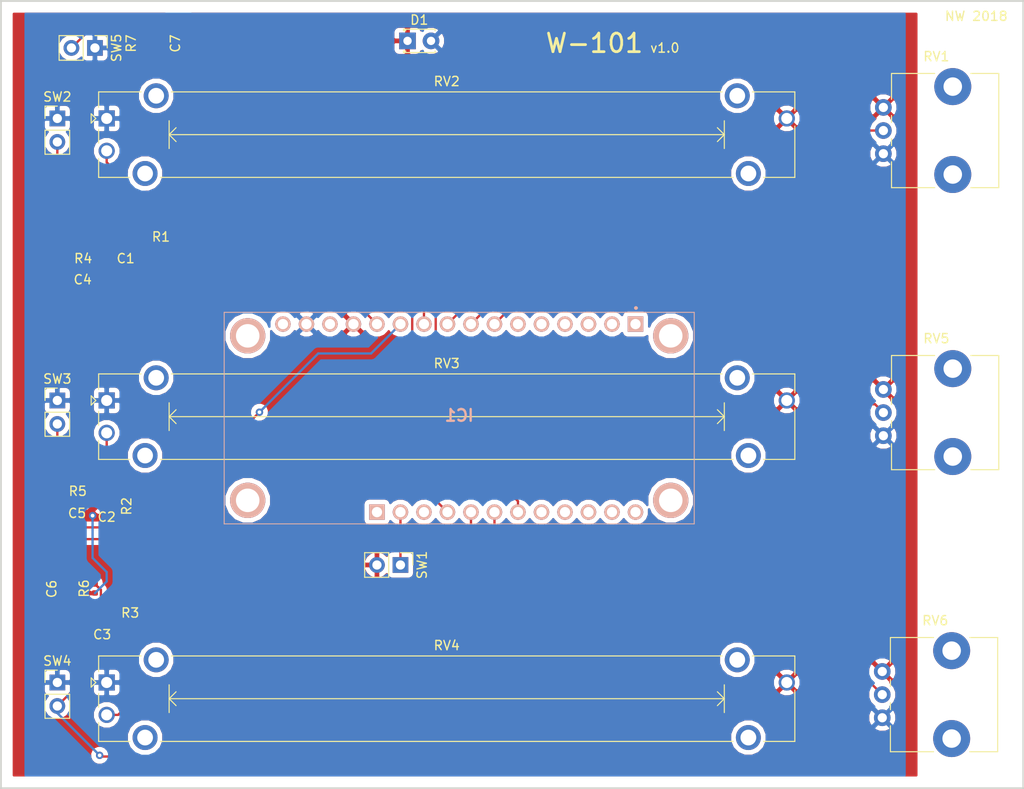
<source format=kicad_pcb>
(kicad_pcb (version 20171130) (host pcbnew 5.0.1-33cea8e~68~ubuntu16.04.1)

  (general
    (thickness 1.6)
    (drawings 7)
    (tracks 130)
    (zones 0)
    (modules 27)
    (nets 32)
  )

  (page A4)
  (layers
    (0 F.Cu signal)
    (31 B.Cu signal)
    (32 B.Adhes user)
    (33 F.Adhes user)
    (34 B.Paste user)
    (35 F.Paste user)
    (36 B.SilkS user)
    (37 F.SilkS user)
    (38 B.Mask user)
    (39 F.Mask user)
    (40 Dwgs.User user)
    (41 Cmts.User user)
    (42 Eco1.User user)
    (43 Eco2.User user)
    (44 Edge.Cuts user)
    (45 Margin user)
    (46 B.CrtYd user)
    (47 F.CrtYd user)
    (48 B.Fab user)
    (49 F.Fab user hide)
  )

  (setup
    (last_trace_width 0.25)
    (trace_clearance 0.2)
    (zone_clearance 0.508)
    (zone_45_only no)
    (trace_min 0.2)
    (segment_width 0.2)
    (edge_width 0.15)
    (via_size 0.8)
    (via_drill 0.4)
    (via_min_size 0.4)
    (via_min_drill 0.3)
    (uvia_size 0.3)
    (uvia_drill 0.1)
    (uvias_allowed no)
    (uvia_min_size 0.2)
    (uvia_min_drill 0.1)
    (pcb_text_width 0.3)
    (pcb_text_size 1.5 1.5)
    (mod_edge_width 0.15)
    (mod_text_size 1 1)
    (mod_text_width 0.15)
    (pad_size 1.524 1.524)
    (pad_drill 0.762)
    (pad_to_mask_clearance 0.051)
    (solder_mask_min_width 0.25)
    (aux_axis_origin 0 0)
    (visible_elements FFFFFF7F)
    (pcbplotparams
      (layerselection 0x010fc_ffffffff)
      (usegerberextensions false)
      (usegerberattributes false)
      (usegerberadvancedattributes false)
      (creategerberjobfile false)
      (excludeedgelayer true)
      (linewidth 0.100000)
      (plotframeref false)
      (viasonmask false)
      (mode 1)
      (useauxorigin false)
      (hpglpennumber 1)
      (hpglpenspeed 20)
      (hpglpendiameter 15.000000)
      (psnegative false)
      (psa4output false)
      (plotreference true)
      (plotvalue true)
      (plotinvisibletext false)
      (padsonsilk false)
      (subtractmaskfromsilk false)
      (outputformat 1)
      (mirror false)
      (drillshape 1)
      (scaleselection 1)
      (outputdirectory ""))
  )

  (net 0 "")
  (net 1 "Net-(C1-Pad1)")
  (net 2 GND)
  (net 3 "Net-(C2-Pad1)")
  (net 4 "Net-(C3-Pad1)")
  (net 5 +3V3)
  (net 6 "Net-(IC1-Pad1)")
  (net 7 "Net-(IC1-Pad2)")
  (net 8 "Net-(IC1-Pad3)")
  (net 9 "Net-(IC1-Pad4)")
  (net 10 "Net-(IC1-Pad5)")
  (net 11 "Net-(IC1-Pad6)")
  (net 12 "Net-(IC1-Pad7)")
  (net 13 "Net-(IC1-Pad8)")
  (net 14 "Net-(IC1-Pad9)")
  (net 15 "Net-(IC1-Pad14)")
  (net 16 "Net-(IC1-Pad16)")
  (net 17 "Net-(IC1-Pad17)")
  (net 18 "Net-(IC1-Pad18)")
  (net 19 "Net-(IC1-Pad19)")
  (net 20 "Net-(IC1-Pad24)")
  (net 21 "Net-(IC1-Pad25)")
  (net 22 "Net-(IC1-Pad26)")
  (net 23 "Net-(IC1-Pad27)")
  (net 24 "Net-(IC1-Pad28)")
  (net 25 "Net-(R1-Pad2)")
  (net 26 "Net-(R2-Pad2)")
  (net 27 "Net-(R3-Pad2)")
  (net 28 "Net-(C4-Pad1)")
  (net 29 "Net-(C5-Pad1)")
  (net 30 "Net-(C6-Pad1)")
  (net 31 "Net-(C7-Pad1)")

  (net_class Default "This is the default net class."
    (clearance 0.2)
    (trace_width 0.25)
    (via_dia 0.8)
    (via_drill 0.4)
    (uvia_dia 0.3)
    (uvia_drill 0.1)
    (add_net +3V3)
    (add_net GND)
    (add_net "Net-(C1-Pad1)")
    (add_net "Net-(C2-Pad1)")
    (add_net "Net-(C3-Pad1)")
    (add_net "Net-(C4-Pad1)")
    (add_net "Net-(C5-Pad1)")
    (add_net "Net-(C6-Pad1)")
    (add_net "Net-(C7-Pad1)")
    (add_net "Net-(IC1-Pad1)")
    (add_net "Net-(IC1-Pad14)")
    (add_net "Net-(IC1-Pad16)")
    (add_net "Net-(IC1-Pad17)")
    (add_net "Net-(IC1-Pad18)")
    (add_net "Net-(IC1-Pad19)")
    (add_net "Net-(IC1-Pad2)")
    (add_net "Net-(IC1-Pad24)")
    (add_net "Net-(IC1-Pad25)")
    (add_net "Net-(IC1-Pad26)")
    (add_net "Net-(IC1-Pad27)")
    (add_net "Net-(IC1-Pad28)")
    (add_net "Net-(IC1-Pad3)")
    (add_net "Net-(IC1-Pad4)")
    (add_net "Net-(IC1-Pad5)")
    (add_net "Net-(IC1-Pad6)")
    (add_net "Net-(IC1-Pad7)")
    (add_net "Net-(IC1-Pad8)")
    (add_net "Net-(IC1-Pad9)")
    (add_net "Net-(R1-Pad2)")
    (add_net "Net-(R2-Pad2)")
    (add_net "Net-(R3-Pad2)")
  )

  (module Capacitor_SMD:C_0402_1005Metric (layer F.Cu) (tedit 5B301BBE) (tstamp 5BF021F4)
    (at 101.115 81.28 180)
    (descr "Capacitor SMD 0402 (1005 Metric), square (rectangular) end terminal, IPC_7351 nominal, (Body size source: http://www.tortai-tech.com/upload/download/2011102023233369053.pdf), generated with kicad-footprint-generator")
    (tags capacitor)
    (path /5C03DE4E)
    (attr smd)
    (fp_text reference C1 (at 0 -1.17 180) (layer F.SilkS)
      (effects (font (size 1 1) (thickness 0.15)))
    )
    (fp_text value 100N (at 0 1.17 180) (layer F.Fab)
      (effects (font (size 1 1) (thickness 0.15)))
    )
    (fp_line (start -0.5 0.25) (end -0.5 -0.25) (layer F.Fab) (width 0.1))
    (fp_line (start -0.5 -0.25) (end 0.5 -0.25) (layer F.Fab) (width 0.1))
    (fp_line (start 0.5 -0.25) (end 0.5 0.25) (layer F.Fab) (width 0.1))
    (fp_line (start 0.5 0.25) (end -0.5 0.25) (layer F.Fab) (width 0.1))
    (fp_line (start -0.93 0.47) (end -0.93 -0.47) (layer F.CrtYd) (width 0.05))
    (fp_line (start -0.93 -0.47) (end 0.93 -0.47) (layer F.CrtYd) (width 0.05))
    (fp_line (start 0.93 -0.47) (end 0.93 0.47) (layer F.CrtYd) (width 0.05))
    (fp_line (start 0.93 0.47) (end -0.93 0.47) (layer F.CrtYd) (width 0.05))
    (fp_text user %R (at 0 0 180) (layer F.Fab)
      (effects (font (size 0.25 0.25) (thickness 0.04)))
    )
    (pad 1 smd roundrect (at -0.485 0 180) (size 0.59 0.64) (layers F.Cu F.Paste F.Mask) (roundrect_rratio 0.25)
      (net 1 "Net-(C1-Pad1)"))
    (pad 2 smd roundrect (at 0.485 0 180) (size 0.59 0.64) (layers F.Cu F.Paste F.Mask) (roundrect_rratio 0.25)
      (net 2 GND))
    (model ${KISYS3DMOD}/Capacitor_SMD.3dshapes/C_0402_1005Metric.wrl
      (at (xyz 0 0 0))
      (scale (xyz 1 1 1))
      (rotate (xyz 0 0 0))
    )
  )

  (module Capacitor_SMD:C_0402_1005Metric (layer F.Cu) (tedit 5B301BBE) (tstamp 5BF02291)
    (at 99.06 109.22 180)
    (descr "Capacitor SMD 0402 (1005 Metric), square (rectangular) end terminal, IPC_7351 nominal, (Body size source: http://www.tortai-tech.com/upload/download/2011102023233369053.pdf), generated with kicad-footprint-generator")
    (tags capacitor)
    (path /5C03DEEF)
    (attr smd)
    (fp_text reference C2 (at 0 -1.17 180) (layer F.SilkS)
      (effects (font (size 1 1) (thickness 0.15)))
    )
    (fp_text value 100N (at 0 1.17 180) (layer F.Fab)
      (effects (font (size 1 1) (thickness 0.15)))
    )
    (fp_text user %R (at 0 0 180) (layer F.Fab)
      (effects (font (size 0.25 0.25) (thickness 0.04)))
    )
    (fp_line (start 0.93 0.47) (end -0.93 0.47) (layer F.CrtYd) (width 0.05))
    (fp_line (start 0.93 -0.47) (end 0.93 0.47) (layer F.CrtYd) (width 0.05))
    (fp_line (start -0.93 -0.47) (end 0.93 -0.47) (layer F.CrtYd) (width 0.05))
    (fp_line (start -0.93 0.47) (end -0.93 -0.47) (layer F.CrtYd) (width 0.05))
    (fp_line (start 0.5 0.25) (end -0.5 0.25) (layer F.Fab) (width 0.1))
    (fp_line (start 0.5 -0.25) (end 0.5 0.25) (layer F.Fab) (width 0.1))
    (fp_line (start -0.5 -0.25) (end 0.5 -0.25) (layer F.Fab) (width 0.1))
    (fp_line (start -0.5 0.25) (end -0.5 -0.25) (layer F.Fab) (width 0.1))
    (pad 2 smd roundrect (at 0.485 0 180) (size 0.59 0.64) (layers F.Cu F.Paste F.Mask) (roundrect_rratio 0.25)
      (net 2 GND))
    (pad 1 smd roundrect (at -0.485 0 180) (size 0.59 0.64) (layers F.Cu F.Paste F.Mask) (roundrect_rratio 0.25)
      (net 3 "Net-(C2-Pad1)"))
    (model ${KISYS3DMOD}/Capacitor_SMD.3dshapes/C_0402_1005Metric.wrl
      (at (xyz 0 0 0))
      (scale (xyz 1 1 1))
      (rotate (xyz 0 0 0))
    )
  )

  (module Capacitor_SMD:C_0402_1005Metric (layer F.Cu) (tedit 5B301BBE) (tstamp 5BEFFC36)
    (at 98.575 121.92 180)
    (descr "Capacitor SMD 0402 (1005 Metric), square (rectangular) end terminal, IPC_7351 nominal, (Body size source: http://www.tortai-tech.com/upload/download/2011102023233369053.pdf), generated with kicad-footprint-generator")
    (tags capacitor)
    (path /5C03DF41)
    (attr smd)
    (fp_text reference C3 (at 0 -1.17 180) (layer F.SilkS)
      (effects (font (size 1 1) (thickness 0.15)))
    )
    (fp_text value 100N (at 0 1.17 180) (layer F.Fab)
      (effects (font (size 1 1) (thickness 0.15)))
    )
    (fp_line (start -0.5 0.25) (end -0.5 -0.25) (layer F.Fab) (width 0.1))
    (fp_line (start -0.5 -0.25) (end 0.5 -0.25) (layer F.Fab) (width 0.1))
    (fp_line (start 0.5 -0.25) (end 0.5 0.25) (layer F.Fab) (width 0.1))
    (fp_line (start 0.5 0.25) (end -0.5 0.25) (layer F.Fab) (width 0.1))
    (fp_line (start -0.93 0.47) (end -0.93 -0.47) (layer F.CrtYd) (width 0.05))
    (fp_line (start -0.93 -0.47) (end 0.93 -0.47) (layer F.CrtYd) (width 0.05))
    (fp_line (start 0.93 -0.47) (end 0.93 0.47) (layer F.CrtYd) (width 0.05))
    (fp_line (start 0.93 0.47) (end -0.93 0.47) (layer F.CrtYd) (width 0.05))
    (fp_text user %R (at 0 0 180) (layer F.Fab)
      (effects (font (size 0.25 0.25) (thickness 0.04)))
    )
    (pad 1 smd roundrect (at -0.485 0 180) (size 0.59 0.64) (layers F.Cu F.Paste F.Mask) (roundrect_rratio 0.25)
      (net 4 "Net-(C3-Pad1)"))
    (pad 2 smd roundrect (at 0.485 0 180) (size 0.59 0.64) (layers F.Cu F.Paste F.Mask) (roundrect_rratio 0.25)
      (net 2 GND))
    (model ${KISYS3DMOD}/Capacitor_SMD.3dshapes/C_0402_1005Metric.wrl
      (at (xyz 0 0 0))
      (scale (xyz 1 1 1))
      (rotate (xyz 0 0 0))
    )
  )

  (module LED_THT:LED_D1.8mm_W3.3mm_H2.4mm (layer F.Cu) (tedit 5880A862) (tstamp 5BEFFC4F)
    (at 131.572 58.928)
    (descr "LED, Round,  Rectangular size 3.3x2.4mm^2 diameter 1.8mm, 2 pins")
    (tags "LED Round  Rectangular size 3.3x2.4mm^2 diameter 1.8mm 2 pins")
    (path /5C117C70)
    (fp_text reference D1 (at 1.27 -2.26) (layer F.SilkS)
      (effects (font (size 1 1) (thickness 0.15)))
    )
    (fp_text value LED (at 1.27 2.26) (layer F.Fab)
      (effects (font (size 1 1) (thickness 0.15)))
    )
    (fp_circle (center 1.27 0) (end 2.17 0) (layer F.Fab) (width 0.1))
    (fp_line (start -0.38 -1.2) (end -0.38 1.2) (layer F.Fab) (width 0.1))
    (fp_line (start -0.38 1.2) (end 2.92 1.2) (layer F.Fab) (width 0.1))
    (fp_line (start 2.92 1.2) (end 2.92 -1.2) (layer F.Fab) (width 0.1))
    (fp_line (start 2.92 -1.2) (end -0.38 -1.2) (layer F.Fab) (width 0.1))
    (fp_line (start -0.44 -1.26) (end 2.98 -1.26) (layer F.SilkS) (width 0.12))
    (fp_line (start -0.44 1.26) (end 2.98 1.26) (layer F.SilkS) (width 0.12))
    (fp_line (start -0.44 -1.26) (end -0.44 -1.08) (layer F.SilkS) (width 0.12))
    (fp_line (start -0.44 1.08) (end -0.44 1.26) (layer F.SilkS) (width 0.12))
    (fp_line (start 2.98 -1.26) (end 2.98 -1.095) (layer F.SilkS) (width 0.12))
    (fp_line (start 2.98 1.095) (end 2.98 1.26) (layer F.SilkS) (width 0.12))
    (fp_line (start -0.32 -1.26) (end -0.32 -1.08) (layer F.SilkS) (width 0.12))
    (fp_line (start -0.32 1.08) (end -0.32 1.26) (layer F.SilkS) (width 0.12))
    (fp_line (start -0.2 -1.26) (end -0.2 -1.08) (layer F.SilkS) (width 0.12))
    (fp_line (start -0.2 1.08) (end -0.2 1.26) (layer F.SilkS) (width 0.12))
    (fp_line (start -1.15 -1.55) (end -1.15 1.55) (layer F.CrtYd) (width 0.05))
    (fp_line (start -1.15 1.55) (end 3.7 1.55) (layer F.CrtYd) (width 0.05))
    (fp_line (start 3.7 1.55) (end 3.7 -1.55) (layer F.CrtYd) (width 0.05))
    (fp_line (start 3.7 -1.55) (end -1.15 -1.55) (layer F.CrtYd) (width 0.05))
    (pad 1 thru_hole rect (at 0 0) (size 1.8 1.8) (drill 0.9) (layers *.Cu *.Mask)
      (net 2 GND))
    (pad 2 thru_hole circle (at 2.54 0) (size 1.8 1.8) (drill 0.9) (layers *.Cu *.Mask)
      (net 5 +3V3))
    (model ${KISYS3DMOD}/LED_THT.3dshapes/LED_D1.8mm_W3.3mm_H2.4mm.wrl
      (at (xyz 0 0 0))
      (scale (xyz 1 1 1))
      (rotate (xyz 0 0 0))
    )
  )

  (module 2772:2772 (layer B.Cu) (tedit 5BEF062D) (tstamp 5BF01B9E)
    (at 137.16 99.41)
    (descr "New Feather")
    (tags "Integrated Circuit")
    (path /5BEF06B3)
    (fp_text reference IC1 (at 0 0) (layer B.SilkS)
      (effects (font (size 1.27 1.27) (thickness 0.254)) (justify mirror))
    )
    (fp_text value 2772 (at 0 0) (layer B.SilkS) hide
      (effects (font (size 1.27 1.27) (thickness 0.254)) (justify mirror))
    )
    (fp_line (start -25.4 11.715) (end 25.4 11.715) (layer Dwgs.User) (width 0.2))
    (fp_line (start 25.4 11.715) (end 25.4 -11.145) (layer Dwgs.User) (width 0.2))
    (fp_line (start 25.4 -11.145) (end -25.4 -11.145) (layer Dwgs.User) (width 0.2))
    (fp_line (start -25.4 -11.145) (end -25.4 11.715) (layer Dwgs.User) (width 0.2))
    (fp_line (start -25.4 11.715) (end 25.4 11.715) (layer B.SilkS) (width 0.1))
    (fp_line (start 25.4 11.715) (end 25.4 -11.145) (layer B.SilkS) (width 0.1))
    (fp_line (start 25.4 -11.145) (end -25.4 -11.145) (layer B.SilkS) (width 0.1))
    (fp_line (start -25.4 -11.145) (end -25.4 11.715) (layer B.SilkS) (width 0.1))
    (fp_line (start -26.4 12.715) (end 26.4 12.715) (layer Dwgs.User) (width 0.1))
    (fp_line (start 26.4 12.715) (end 26.4 -12.715) (layer Dwgs.User) (width 0.1))
    (fp_line (start 26.4 -12.715) (end -26.4 -12.715) (layer Dwgs.User) (width 0.1))
    (fp_line (start -26.4 -12.715) (end -26.4 12.715) (layer Dwgs.User) (width 0.1))
    (fp_line (start 19 -11.615) (end 19 -11.615) (layer B.SilkS) (width 0.2))
    (fp_line (start 19.2 -11.615) (end 19.2 -11.615) (layer B.SilkS) (width 0.2))
    (fp_arc (start 19.1 -11.615) (end 19 -11.615) (angle -180) (layer B.SilkS) (width 0.2))
    (fp_arc (start 19.1 -11.615) (end 19.2 -11.615) (angle -180) (layer B.SilkS) (width 0.2))
    (pad 1 thru_hole rect (at 19.05 -9.875 270) (size 1.665 1.665) (drill 1.11) (layers *.Cu *.Mask B.SilkS)
      (net 6 "Net-(IC1-Pad1)"))
    (pad 2 thru_hole circle (at 16.51 -9.875 270) (size 1.665 1.665) (drill 1.11) (layers *.Cu *.Mask B.SilkS)
      (net 7 "Net-(IC1-Pad2)"))
    (pad 3 thru_hole circle (at 13.97 -9.875 270) (size 1.665 1.665) (drill 1.11) (layers *.Cu *.Mask B.SilkS)
      (net 8 "Net-(IC1-Pad3)"))
    (pad 4 thru_hole circle (at 11.43 -9.875 270) (size 1.665 1.665) (drill 1.11) (layers *.Cu *.Mask B.SilkS)
      (net 9 "Net-(IC1-Pad4)"))
    (pad 5 thru_hole circle (at 8.89 -9.875 270) (size 1.665 1.665) (drill 1.11) (layers *.Cu *.Mask B.SilkS)
      (net 10 "Net-(IC1-Pad5)"))
    (pad 6 thru_hole circle (at 6.35 -9.875 270) (size 1.665 1.665) (drill 1.11) (layers *.Cu *.Mask B.SilkS)
      (net 11 "Net-(IC1-Pad6)"))
    (pad 7 thru_hole circle (at 3.81 -9.875 270) (size 1.665 1.665) (drill 1.11) (layers *.Cu *.Mask B.SilkS)
      (net 12 "Net-(IC1-Pad7)"))
    (pad 8 thru_hole circle (at 1.27 -9.875 270) (size 1.665 1.665) (drill 1.11) (layers *.Cu *.Mask B.SilkS)
      (net 13 "Net-(IC1-Pad8)"))
    (pad 9 thru_hole circle (at -1.27 -9.875 270) (size 1.665 1.665) (drill 1.11) (layers *.Cu *.Mask B.SilkS)
      (net 14 "Net-(IC1-Pad9)"))
    (pad 10 thru_hole circle (at -3.81 -9.875 270) (size 1.665 1.665) (drill 1.11) (layers *.Cu *.Mask B.SilkS)
      (net 1 "Net-(C1-Pad1)"))
    (pad 11 thru_hole circle (at -6.35 -9.875 270) (size 1.665 1.665) (drill 1.11) (layers *.Cu *.Mask B.SilkS)
      (net 3 "Net-(C2-Pad1)"))
    (pad 12 thru_hole circle (at -8.89 -9.875 270) (size 1.665 1.665) (drill 1.11) (layers *.Cu *.Mask B.SilkS)
      (net 4 "Net-(C3-Pad1)"))
    (pad 13 thru_hole circle (at -11.43 -9.875 270) (size 1.665 1.665) (drill 1.11) (layers *.Cu *.Mask B.SilkS)
      (net 2 GND))
    (pad 14 thru_hole circle (at -13.97 -9.875 270) (size 1.665 1.665) (drill 1.11) (layers *.Cu *.Mask B.SilkS)
      (net 15 "Net-(IC1-Pad14)"))
    (pad 15 thru_hole circle (at -16.51 -9.875 270) (size 1.665 1.665) (drill 1.11) (layers *.Cu *.Mask B.SilkS)
      (net 5 +3V3))
    (pad 16 thru_hole circle (at -19.05 -9.875 270) (size 1.665 1.665) (drill 1.11) (layers *.Cu *.Mask B.SilkS)
      (net 16 "Net-(IC1-Pad16)"))
    (pad 17 thru_hole rect (at -8.89 10.445 270) (size 1.665 1.665) (drill 1.11) (layers *.Cu *.Mask B.SilkS)
      (net 17 "Net-(IC1-Pad17)"))
    (pad 18 thru_hole circle (at -6.35 10.445 270) (size 1.665 1.665) (drill 1.11) (layers *.Cu *.Mask B.SilkS)
      (net 18 "Net-(IC1-Pad18)"))
    (pad 19 thru_hole circle (at -3.81 10.445 270) (size 1.665 1.665) (drill 1.11) (layers *.Cu *.Mask B.SilkS)
      (net 19 "Net-(IC1-Pad19)"))
    (pad 20 thru_hole circle (at -1.27 10.445 270) (size 1.665 1.665) (drill 1.11) (layers *.Cu *.Mask B.SilkS)
      (net 28 "Net-(C4-Pad1)"))
    (pad 21 thru_hole circle (at 1.27 10.445 270) (size 1.665 1.665) (drill 1.11) (layers *.Cu *.Mask B.SilkS)
      (net 29 "Net-(C5-Pad1)"))
    (pad 22 thru_hole circle (at 3.81 10.445 270) (size 1.665 1.665) (drill 1.11) (layers *.Cu *.Mask B.SilkS)
      (net 30 "Net-(C6-Pad1)"))
    (pad 23 thru_hole circle (at 6.35 10.445 270) (size 1.665 1.665) (drill 1.11) (layers *.Cu *.Mask B.SilkS)
      (net 31 "Net-(C7-Pad1)"))
    (pad 24 thru_hole circle (at 8.89 10.445 270) (size 1.665 1.665) (drill 1.11) (layers *.Cu *.Mask B.SilkS)
      (net 20 "Net-(IC1-Pad24)"))
    (pad 25 thru_hole circle (at 11.43 10.445 270) (size 1.665 1.665) (drill 1.11) (layers *.Cu *.Mask B.SilkS)
      (net 21 "Net-(IC1-Pad25)"))
    (pad 26 thru_hole circle (at 13.97 10.445 270) (size 1.665 1.665) (drill 1.11) (layers *.Cu *.Mask B.SilkS)
      (net 22 "Net-(IC1-Pad26)"))
    (pad 27 thru_hole circle (at 16.51 10.445 270) (size 1.665 1.665) (drill 1.11) (layers *.Cu *.Mask B.SilkS)
      (net 23 "Net-(IC1-Pad27)"))
    (pad 28 thru_hole circle (at 19.05 10.445 270) (size 1.665 1.665) (drill 1.11) (layers *.Cu *.Mask B.SilkS)
      (net 24 "Net-(IC1-Pad28)"))
    (pad M1 thru_hole circle (at 22.86 9.175 270) (size 3.81 3.81) (drill 2.54) (layers *.Cu *.Mask B.SilkS))
    (pad M2 thru_hole circle (at 22.86 -8.605 270) (size 3.81 3.81) (drill 2.54) (layers *.Cu *.Mask B.SilkS))
    (pad M3 thru_hole circle (at -22.86 -8.605 270) (size 3.81 3.81) (drill 2.54) (layers *.Cu *.Mask B.SilkS))
    (pad M4 thru_hole circle (at -22.86 9.175 270) (size 3.81 3.81) (drill 2.54) (layers *.Cu *.Mask B.SilkS))
  )

  (module Resistor_SMD:R_0402_1005Metric (layer F.Cu) (tedit 5B301BBD) (tstamp 5BF00B5F)
    (at 104.925 81.28)
    (descr "Resistor SMD 0402 (1005 Metric), square (rectangular) end terminal, IPC_7351 nominal, (Body size source: http://www.tortai-tech.com/upload/download/2011102023233369053.pdf), generated with kicad-footprint-generator")
    (tags resistor)
    (path /5C00449B)
    (attr smd)
    (fp_text reference R1 (at 0 -1.17) (layer F.SilkS)
      (effects (font (size 1 1) (thickness 0.15)))
    )
    (fp_text value 100 (at 0 1.17) (layer F.Fab)
      (effects (font (size 1 1) (thickness 0.15)))
    )
    (fp_line (start -0.5 0.25) (end -0.5 -0.25) (layer F.Fab) (width 0.1))
    (fp_line (start -0.5 -0.25) (end 0.5 -0.25) (layer F.Fab) (width 0.1))
    (fp_line (start 0.5 -0.25) (end 0.5 0.25) (layer F.Fab) (width 0.1))
    (fp_line (start 0.5 0.25) (end -0.5 0.25) (layer F.Fab) (width 0.1))
    (fp_line (start -0.93 0.47) (end -0.93 -0.47) (layer F.CrtYd) (width 0.05))
    (fp_line (start -0.93 -0.47) (end 0.93 -0.47) (layer F.CrtYd) (width 0.05))
    (fp_line (start 0.93 -0.47) (end 0.93 0.47) (layer F.CrtYd) (width 0.05))
    (fp_line (start 0.93 0.47) (end -0.93 0.47) (layer F.CrtYd) (width 0.05))
    (fp_text user %R (at 0 0) (layer F.Fab)
      (effects (font (size 0.25 0.25) (thickness 0.04)))
    )
    (pad 1 smd roundrect (at -0.485 0) (size 0.59 0.64) (layers F.Cu F.Paste F.Mask) (roundrect_rratio 0.25)
      (net 1 "Net-(C1-Pad1)"))
    (pad 2 smd roundrect (at 0.485 0) (size 0.59 0.64) (layers F.Cu F.Paste F.Mask) (roundrect_rratio 0.25)
      (net 25 "Net-(R1-Pad2)"))
    (model ${KISYS3DMOD}/Resistor_SMD.3dshapes/R_0402_1005Metric.wrl
      (at (xyz 0 0 0))
      (scale (xyz 1 1 1))
      (rotate (xyz 0 0 0))
    )
  )

  (module Resistor_SMD:R_0402_1005Metric (layer F.Cu) (tedit 5B301BBD) (tstamp 5BF00C90)
    (at 102.385 109.22 90)
    (descr "Resistor SMD 0402 (1005 Metric), square (rectangular) end terminal, IPC_7351 nominal, (Body size source: http://www.tortai-tech.com/upload/download/2011102023233369053.pdf), generated with kicad-footprint-generator")
    (tags resistor)
    (path /5C012BD1)
    (attr smd)
    (fp_text reference R2 (at 0 -1.17 90) (layer F.SilkS)
      (effects (font (size 1 1) (thickness 0.15)))
    )
    (fp_text value 100 (at 0 1.17 90) (layer F.Fab)
      (effects (font (size 1 1) (thickness 0.15)))
    )
    (fp_text user %R (at 0 0 90) (layer F.Fab)
      (effects (font (size 0.25 0.25) (thickness 0.04)))
    )
    (fp_line (start 0.93 0.47) (end -0.93 0.47) (layer F.CrtYd) (width 0.05))
    (fp_line (start 0.93 -0.47) (end 0.93 0.47) (layer F.CrtYd) (width 0.05))
    (fp_line (start -0.93 -0.47) (end 0.93 -0.47) (layer F.CrtYd) (width 0.05))
    (fp_line (start -0.93 0.47) (end -0.93 -0.47) (layer F.CrtYd) (width 0.05))
    (fp_line (start 0.5 0.25) (end -0.5 0.25) (layer F.Fab) (width 0.1))
    (fp_line (start 0.5 -0.25) (end 0.5 0.25) (layer F.Fab) (width 0.1))
    (fp_line (start -0.5 -0.25) (end 0.5 -0.25) (layer F.Fab) (width 0.1))
    (fp_line (start -0.5 0.25) (end -0.5 -0.25) (layer F.Fab) (width 0.1))
    (pad 2 smd roundrect (at 0.485 0 90) (size 0.59 0.64) (layers F.Cu F.Paste F.Mask) (roundrect_rratio 0.25)
      (net 26 "Net-(R2-Pad2)"))
    (pad 1 smd roundrect (at -0.485 0 90) (size 0.59 0.64) (layers F.Cu F.Paste F.Mask) (roundrect_rratio 0.25)
      (net 3 "Net-(C2-Pad1)"))
    (model ${KISYS3DMOD}/Resistor_SMD.3dshapes/R_0402_1005Metric.wrl
      (at (xyz 0 0 0))
      (scale (xyz 1 1 1))
      (rotate (xyz 0 0 0))
    )
  )

  (module Resistor_SMD:R_0402_1005Metric (layer F.Cu) (tedit 5B301BBD) (tstamp 5BEFFCB0)
    (at 101.6 121.92)
    (descr "Resistor SMD 0402 (1005 Metric), square (rectangular) end terminal, IPC_7351 nominal, (Body size source: http://www.tortai-tech.com/upload/download/2011102023233369053.pdf), generated with kicad-footprint-generator")
    (tags resistor)
    (path /5C012C3B)
    (attr smd)
    (fp_text reference R3 (at 0 -1.17) (layer F.SilkS)
      (effects (font (size 1 1) (thickness 0.15)))
    )
    (fp_text value 100 (at 0 1.17) (layer F.Fab)
      (effects (font (size 1 1) (thickness 0.15)))
    )
    (fp_line (start -0.5 0.25) (end -0.5 -0.25) (layer F.Fab) (width 0.1))
    (fp_line (start -0.5 -0.25) (end 0.5 -0.25) (layer F.Fab) (width 0.1))
    (fp_line (start 0.5 -0.25) (end 0.5 0.25) (layer F.Fab) (width 0.1))
    (fp_line (start 0.5 0.25) (end -0.5 0.25) (layer F.Fab) (width 0.1))
    (fp_line (start -0.93 0.47) (end -0.93 -0.47) (layer F.CrtYd) (width 0.05))
    (fp_line (start -0.93 -0.47) (end 0.93 -0.47) (layer F.CrtYd) (width 0.05))
    (fp_line (start 0.93 -0.47) (end 0.93 0.47) (layer F.CrtYd) (width 0.05))
    (fp_line (start 0.93 0.47) (end -0.93 0.47) (layer F.CrtYd) (width 0.05))
    (fp_text user %R (at 0 0) (layer F.Fab)
      (effects (font (size 0.25 0.25) (thickness 0.04)))
    )
    (pad 1 smd roundrect (at -0.485 0) (size 0.59 0.64) (layers F.Cu F.Paste F.Mask) (roundrect_rratio 0.25)
      (net 4 "Net-(C3-Pad1)"))
    (pad 2 smd roundrect (at 0.485 0) (size 0.59 0.64) (layers F.Cu F.Paste F.Mask) (roundrect_rratio 0.25)
      (net 27 "Net-(R3-Pad2)"))
    (model ${KISYS3DMOD}/Resistor_SMD.3dshapes/R_0402_1005Metric.wrl
      (at (xyz 0 0 0))
      (scale (xyz 1 1 1))
      (rotate (xyz 0 0 0))
    )
  )

  (module Resistor_SMD:R_0402_1005Metric (layer F.Cu) (tedit 5B301BBD) (tstamp 5BEFFCBF)
    (at 96.52 81.28 180)
    (descr "Resistor SMD 0402 (1005 Metric), square (rectangular) end terminal, IPC_7351 nominal, (Body size source: http://www.tortai-tech.com/upload/download/2011102023233369053.pdf), generated with kicad-footprint-generator")
    (tags resistor)
    (path /5BEF0F2F)
    (attr smd)
    (fp_text reference R4 (at 0 -1.17 180) (layer F.SilkS)
      (effects (font (size 1 1) (thickness 0.15)))
    )
    (fp_text value 10k (at 0 1.17 180) (layer F.Fab)
      (effects (font (size 1 1) (thickness 0.15)))
    )
    (fp_text user %R (at 0 0 180) (layer F.Fab)
      (effects (font (size 0.25 0.25) (thickness 0.04)))
    )
    (fp_line (start 0.93 0.47) (end -0.93 0.47) (layer F.CrtYd) (width 0.05))
    (fp_line (start 0.93 -0.47) (end 0.93 0.47) (layer F.CrtYd) (width 0.05))
    (fp_line (start -0.93 -0.47) (end 0.93 -0.47) (layer F.CrtYd) (width 0.05))
    (fp_line (start -0.93 0.47) (end -0.93 -0.47) (layer F.CrtYd) (width 0.05))
    (fp_line (start 0.5 0.25) (end -0.5 0.25) (layer F.Fab) (width 0.1))
    (fp_line (start 0.5 -0.25) (end 0.5 0.25) (layer F.Fab) (width 0.1))
    (fp_line (start -0.5 -0.25) (end 0.5 -0.25) (layer F.Fab) (width 0.1))
    (fp_line (start -0.5 0.25) (end -0.5 -0.25) (layer F.Fab) (width 0.1))
    (pad 2 smd roundrect (at 0.485 0 180) (size 0.59 0.64) (layers F.Cu F.Paste F.Mask) (roundrect_rratio 0.25)
      (net 28 "Net-(C4-Pad1)"))
    (pad 1 smd roundrect (at -0.485 0 180) (size 0.59 0.64) (layers F.Cu F.Paste F.Mask) (roundrect_rratio 0.25)
      (net 2 GND))
    (model ${KISYS3DMOD}/Resistor_SMD.3dshapes/R_0402_1005Metric.wrl
      (at (xyz 0 0 0))
      (scale (xyz 1 1 1))
      (rotate (xyz 0 0 0))
    )
  )

  (module Resistor_SMD:R_0402_1005Metric (layer F.Cu) (tedit 5B301BBD) (tstamp 5BEFFCCE)
    (at 95.9334 106.426 180)
    (descr "Resistor SMD 0402 (1005 Metric), square (rectangular) end terminal, IPC_7351 nominal, (Body size source: http://www.tortai-tech.com/upload/download/2011102023233369053.pdf), generated with kicad-footprint-generator")
    (tags resistor)
    (path /5BEF1012)
    (attr smd)
    (fp_text reference R5 (at 0 -1.17 180) (layer F.SilkS)
      (effects (font (size 1 1) (thickness 0.15)))
    )
    (fp_text value 10k (at 0 1.17 180) (layer F.Fab)
      (effects (font (size 1 1) (thickness 0.15)))
    )
    (fp_line (start -0.5 0.25) (end -0.5 -0.25) (layer F.Fab) (width 0.1))
    (fp_line (start -0.5 -0.25) (end 0.5 -0.25) (layer F.Fab) (width 0.1))
    (fp_line (start 0.5 -0.25) (end 0.5 0.25) (layer F.Fab) (width 0.1))
    (fp_line (start 0.5 0.25) (end -0.5 0.25) (layer F.Fab) (width 0.1))
    (fp_line (start -0.93 0.47) (end -0.93 -0.47) (layer F.CrtYd) (width 0.05))
    (fp_line (start -0.93 -0.47) (end 0.93 -0.47) (layer F.CrtYd) (width 0.05))
    (fp_line (start 0.93 -0.47) (end 0.93 0.47) (layer F.CrtYd) (width 0.05))
    (fp_line (start 0.93 0.47) (end -0.93 0.47) (layer F.CrtYd) (width 0.05))
    (fp_text user %R (at 0 0 180) (layer F.Fab)
      (effects (font (size 0.25 0.25) (thickness 0.04)))
    )
    (pad 1 smd roundrect (at -0.485 0 180) (size 0.59 0.64) (layers F.Cu F.Paste F.Mask) (roundrect_rratio 0.25)
      (net 2 GND))
    (pad 2 smd roundrect (at 0.485 0 180) (size 0.59 0.64) (layers F.Cu F.Paste F.Mask) (roundrect_rratio 0.25)
      (net 29 "Net-(C5-Pad1)"))
    (model ${KISYS3DMOD}/Resistor_SMD.3dshapes/R_0402_1005Metric.wrl
      (at (xyz 0 0 0))
      (scale (xyz 1 1 1))
      (rotate (xyz 0 0 0))
    )
  )

  (module Resistor_SMD:R_0402_1005Metric (layer F.Cu) (tedit 5B301BBD) (tstamp 5BEFFCDD)
    (at 97.79 118.11 90)
    (descr "Resistor SMD 0402 (1005 Metric), square (rectangular) end terminal, IPC_7351 nominal, (Body size source: http://www.tortai-tech.com/upload/download/2011102023233369053.pdf), generated with kicad-footprint-generator")
    (tags resistor)
    (path /5BEF1295)
    (attr smd)
    (fp_text reference R6 (at 0 -1.17 90) (layer F.SilkS)
      (effects (font (size 1 1) (thickness 0.15)))
    )
    (fp_text value 10k (at 0 1.17 90) (layer F.Fab)
      (effects (font (size 1 1) (thickness 0.15)))
    )
    (fp_text user %R (at 0 0 90) (layer F.Fab)
      (effects (font (size 0.25 0.25) (thickness 0.04)))
    )
    (fp_line (start 0.93 0.47) (end -0.93 0.47) (layer F.CrtYd) (width 0.05))
    (fp_line (start 0.93 -0.47) (end 0.93 0.47) (layer F.CrtYd) (width 0.05))
    (fp_line (start -0.93 -0.47) (end 0.93 -0.47) (layer F.CrtYd) (width 0.05))
    (fp_line (start -0.93 0.47) (end -0.93 -0.47) (layer F.CrtYd) (width 0.05))
    (fp_line (start 0.5 0.25) (end -0.5 0.25) (layer F.Fab) (width 0.1))
    (fp_line (start 0.5 -0.25) (end 0.5 0.25) (layer F.Fab) (width 0.1))
    (fp_line (start -0.5 -0.25) (end 0.5 -0.25) (layer F.Fab) (width 0.1))
    (fp_line (start -0.5 0.25) (end -0.5 -0.25) (layer F.Fab) (width 0.1))
    (pad 2 smd roundrect (at 0.485 0 90) (size 0.59 0.64) (layers F.Cu F.Paste F.Mask) (roundrect_rratio 0.25)
      (net 30 "Net-(C6-Pad1)"))
    (pad 1 smd roundrect (at -0.485 0 90) (size 0.59 0.64) (layers F.Cu F.Paste F.Mask) (roundrect_rratio 0.25)
      (net 2 GND))
    (model ${KISYS3DMOD}/Resistor_SMD.3dshapes/R_0402_1005Metric.wrl
      (at (xyz 0 0 0))
      (scale (xyz 1 1 1))
      (rotate (xyz 0 0 0))
    )
  )

  (module Resistor_SMD:R_0402_1005Metric (layer F.Cu) (tedit 5BF028E0) (tstamp 5BF01CE7)
    (at 102.87 59.205 90)
    (descr "Resistor SMD 0402 (1005 Metric), square (rectangular) end terminal, IPC_7351 nominal, (Body size source: http://www.tortai-tech.com/upload/download/2011102023233369053.pdf), generated with kicad-footprint-generator")
    (tags resistor)
    (path /5BF22050)
    (attr smd)
    (fp_text reference R7 (at 0 -1.17 90) (layer F.SilkS)
      (effects (font (size 1 1) (thickness 0.15)))
    )
    (fp_text value 10k (at 0 1.17 90) (layer F.Fab)
      (effects (font (size 1 1) (thickness 0.15)))
    )
    (fp_line (start -0.5 0.25) (end -0.5 -0.25) (layer F.Fab) (width 0.1))
    (fp_line (start -0.5 -0.25) (end 0.5 -0.25) (layer F.Fab) (width 0.1))
    (fp_line (start 0.5 -0.25) (end 0.5 0.25) (layer F.Fab) (width 0.1))
    (fp_line (start 0.5 0.25) (end -0.5 0.25) (layer F.Fab) (width 0.1))
    (fp_line (start -0.93 0.47) (end -0.93 -0.47) (layer F.CrtYd) (width 0.05))
    (fp_line (start -0.93 -0.47) (end 0.93 -0.47) (layer F.CrtYd) (width 0.05))
    (fp_line (start 0.93 -0.47) (end 0.93 0.47) (layer F.CrtYd) (width 0.05))
    (fp_line (start 0.93 0.47) (end -0.93 0.47) (layer F.CrtYd) (width 0.05))
    (fp_text user %R (at 0 0 90) (layer F.Fab)
      (effects (font (size 0.25 0.25) (thickness 0.04)))
    )
    (pad 1 smd roundrect (at -0.485 0 90) (size 0.59 0.64) (layers F.Cu F.Paste F.Mask) (roundrect_rratio 0.25)
      (net 2 GND))
    (pad 2 smd roundrect (at 0.485 0 90) (size 0.59 0.64) (layers F.Cu F.Paste F.Mask) (roundrect_rratio 0.25)
      (net 31 "Net-(C7-Pad1)"))
    (model ${KISYS3DMOD}/Resistor_SMD.3dshapes/R_0402_1005Metric.wrl
      (at (xyz 0 0 0))
      (scale (xyz 1 1 1))
      (rotate (xyz 0 0 0))
    )
  )

  (module Potentiometer_THT:Potentiometer_Alps_RK09L_Single_Vertical (layer F.Cu) (tedit 5A3D4993) (tstamp 5BEFFD08)
    (at 183 71.12)
    (descr "Potentiometer, vertical, Alps RK09L Single, http://www.alps.com/prod/info/E/HTML/Potentiometer/RotaryPotentiometers/RK09L/RK09L_list.html")
    (tags "Potentiometer vertical Alps RK09L Single")
    (path /5BEFDB1E)
    (fp_text reference RV1 (at 5.725 -10.5) (layer F.SilkS)
      (effects (font (size 1 1) (thickness 0.15)))
    )
    (fp_text value 10k (at 5.725 5.5) (layer F.Fab)
      (effects (font (size 1 1) (thickness 0.15)))
    )
    (fp_text user %R (at 2 -2.5 90) (layer F.Fab)
      (effects (font (size 1 1) (thickness 0.15)))
    )
    (fp_line (start 12.6 -9.5) (end -1.15 -9.5) (layer F.CrtYd) (width 0.05))
    (fp_line (start 12.6 4.5) (end 12.6 -9.5) (layer F.CrtYd) (width 0.05))
    (fp_line (start -1.15 4.5) (end 12.6 4.5) (layer F.CrtYd) (width 0.05))
    (fp_line (start -1.15 -9.5) (end -1.15 4.5) (layer F.CrtYd) (width 0.05))
    (fp_line (start 12.47 -8.67) (end 12.47 3.67) (layer F.SilkS) (width 0.12))
    (fp_line (start 0.88 0.87) (end 0.88 3.67) (layer F.SilkS) (width 0.12))
    (fp_line (start 0.88 -1.629) (end 0.88 -0.87) (layer F.SilkS) (width 0.12))
    (fp_line (start 0.88 -4.129) (end 0.88 -3.37) (layer F.SilkS) (width 0.12))
    (fp_line (start 0.88 -8.67) (end 0.88 -5.871) (layer F.SilkS) (width 0.12))
    (fp_line (start 9.455 3.67) (end 12.47 3.67) (layer F.SilkS) (width 0.12))
    (fp_line (start 0.88 3.67) (end 5.546 3.67) (layer F.SilkS) (width 0.12))
    (fp_line (start 9.455 -8.67) (end 12.47 -8.67) (layer F.SilkS) (width 0.12))
    (fp_line (start 0.88 -8.67) (end 5.546 -8.67) (layer F.SilkS) (width 0.12))
    (fp_line (start 12.35 -8.55) (end 1 -8.55) (layer F.Fab) (width 0.1))
    (fp_line (start 12.35 3.55) (end 12.35 -8.55) (layer F.Fab) (width 0.1))
    (fp_line (start 1 3.55) (end 12.35 3.55) (layer F.Fab) (width 0.1))
    (fp_line (start 1 -8.55) (end 1 3.55) (layer F.Fab) (width 0.1))
    (fp_circle (center 7.5 -2.5) (end 10.5 -2.5) (layer F.Fab) (width 0.1))
    (pad "" np_thru_hole circle (at 7.5 2.25) (size 4 4) (drill 2) (layers *.Cu *.Mask))
    (pad "" np_thru_hole circle (at 7.5 -7.25) (size 4 4) (drill 2) (layers *.Cu *.Mask))
    (pad 1 thru_hole circle (at 0 0) (size 1.8 1.8) (drill 1) (layers *.Cu *.Mask)
      (net 5 +3V3))
    (pad 2 thru_hole circle (at 0 -2.5) (size 1.8 1.8) (drill 1) (layers *.Cu *.Mask)
      (net 14 "Net-(IC1-Pad9)"))
    (pad 3 thru_hole circle (at 0 -5) (size 1.8 1.8) (drill 1) (layers *.Cu *.Mask)
      (net 2 GND))
    (model ${KISYS3DMOD}/Potentiometer_THT.3dshapes/Potentiometer_Alps_RK09L_Single_Vertical.wrl
      (at (xyz 0 0 0))
      (scale (xyz 1 1 1))
      (rotate (xyz 0 0 0))
    )
  )

  (module Potentiometer_THT:Potentiometer_Bourns_PTA6043_Single_Slide (layer F.Cu) (tedit 5B92F08E) (tstamp 5BEFFD34)
    (at 99.06 67.31)
    (descr "Bourns single-gang slide potentiometer, 60.0mm travel, https://www.bourns.com/docs/Product-Datasheets/pta.pdf")
    (tags "Bourns single-gang slide potentiometer 60.0mm")
    (path /5BEF0A48)
    (fp_text reference RV2 (at 36.75 -4) (layer F.SilkS)
      (effects (font (size 1 1) (thickness 0.15)))
    )
    (fp_text value 10k (at 36.75 7.5) (layer F.Fab)
      (effects (font (size 1 1) (thickness 0.15)))
    )
    (fp_circle (center 1.25 1.75) (end 2.25 1.75) (layer F.Fab) (width 0.1))
    (fp_circle (center 72.25 1.75) (end 73.25 1.75) (layer F.Fab) (width 0.1))
    (fp_line (start 0.25 -2.75) (end 74.25 -2.75) (layer F.Fab) (width 0.1))
    (fp_line (start 74.25 -2.75) (end 74.25 6.25) (layer F.Fab) (width 0.1))
    (fp_line (start 74.25 6.25) (end -0.75 6.25) (layer F.Fab) (width 0.1))
    (fp_line (start -0.75 6.25) (end -0.75 -1.75) (layer F.Fab) (width 0.1))
    (fp_line (start -0.75 -1.75) (end 0.25 -2.75) (layer F.Fab) (width 0.1))
    (fp_line (start -0.87 -2.87) (end 3.715 -2.87) (layer F.SilkS) (width 0.12))
    (fp_line (start 6.986 -2.87) (end 66.515 -2.87) (layer F.SilkS) (width 0.12))
    (fp_line (start 69.786 -2.87) (end 74.37 -2.87) (layer F.SilkS) (width 0.12))
    (fp_line (start -0.87 6.37) (end 2.515 6.37) (layer F.SilkS) (width 0.12))
    (fp_line (start 5.786 6.37) (end 67.715 6.37) (layer F.SilkS) (width 0.12))
    (fp_line (start 70.986 6.37) (end 74.37 6.37) (layer F.SilkS) (width 0.12))
    (fp_line (start -0.87 -2.87) (end -0.87 -1.175) (layer F.SilkS) (width 0.12))
    (fp_line (start -0.87 1.175) (end -0.87 2.678) (layer F.SilkS) (width 0.12))
    (fp_line (start -0.87 4.323) (end -0.87 6.37) (layer F.SilkS) (width 0.12))
    (fp_line (start 74.37 -2.87) (end 74.37 -0.823) (layer F.SilkS) (width 0.12))
    (fp_line (start 74.37 0.823) (end 74.37 6.37) (layer F.SilkS) (width 0.12))
    (fp_line (start -1.175 0) (end -1.675 -0.5) (layer F.SilkS) (width 0.12))
    (fp_line (start -1.675 -0.5) (end -1.675 0.5) (layer F.SilkS) (width 0.12))
    (fp_line (start -1.675 0.5) (end -1.175 0) (layer F.SilkS) (width 0.12))
    (fp_line (start 6.75 1.75) (end 66.75 1.75) (layer F.SilkS) (width 0.12))
    (fp_line (start 6.75 0.25) (end 6.75 3.25) (layer F.SilkS) (width 0.12))
    (fp_line (start 7.5 1) (end 6.75 1.75) (layer F.SilkS) (width 0.12))
    (fp_line (start 6.75 1.75) (end 7.5 2.5) (layer F.SilkS) (width 0.12))
    (fp_line (start 66.75 0.25) (end 66.75 3.25) (layer F.SilkS) (width 0.12))
    (fp_line (start 66 1) (end 66.75 1.75) (layer F.SilkS) (width 0.12))
    (fp_line (start 66.75 1.75) (end 66 2.5) (layer F.SilkS) (width 0.12))
    (fp_line (start -1.25 -3.25) (end -1.25 6.75) (layer F.CrtYd) (width 0.05))
    (fp_line (start -1.25 6.75) (end 74.75 6.75) (layer F.CrtYd) (width 0.05))
    (fp_line (start 74.75 6.75) (end 74.75 -3.25) (layer F.CrtYd) (width 0.05))
    (fp_line (start 74.75 -3.25) (end -1.25 -3.25) (layer F.CrtYd) (width 0.05))
    (fp_text user %R (at 36.75 1.75) (layer F.Fab)
      (effects (font (size 1 1) (thickness 0.15)))
    )
    (pad 1 thru_hole rect (at 0 0) (size 1.75 1.75) (drill 1.2) (layers *.Cu *.Mask)
      (net 5 +3V3))
    (pad 2 thru_hole circle (at 0 3.5) (size 1.75 1.75) (drill 1.2) (layers *.Cu *.Mask)
      (net 25 "Net-(R1-Pad2)"))
    (pad 3 thru_hole circle (at 73.5 0) (size 1.75 1.75) (drill 1.2) (layers *.Cu *.Mask)
      (net 2 GND))
    (pad MP thru_hole circle (at 5.35 -2.45) (size 2.7 2.7) (drill 1.7) (layers *.Cu *.Mask))
    (pad MP thru_hole circle (at 68.15 -2.45) (size 2.7 2.7) (drill 1.7) (layers *.Cu *.Mask))
    (pad MP thru_hole circle (at 4.15 5.95) (size 2.7 2.7) (drill 1.7) (layers *.Cu *.Mask))
    (pad MP thru_hole circle (at 69.35 5.95) (size 2.7 2.7) (drill 1.7) (layers *.Cu *.Mask))
    (model ${KISYS3DMOD}/Potentiometer_THT.3dshapes/Potentiometer_Bourns_PTA6043_Single_Slide.wrl
      (at (xyz 0 0 0))
      (scale (xyz 1 1 1))
      (rotate (xyz 0 0 0))
    )
  )

  (module Potentiometer_THT:Potentiometer_Bourns_PTA6043_Single_Slide (layer F.Cu) (tedit 5B92F08E) (tstamp 5BEFFD60)
    (at 99.06 97.79)
    (descr "Bourns single-gang slide potentiometer, 60.0mm travel, https://www.bourns.com/docs/Product-Datasheets/pta.pdf")
    (tags "Bourns single-gang slide potentiometer 60.0mm")
    (path /5BEF0ADE)
    (fp_text reference RV3 (at 36.75 -4) (layer F.SilkS)
      (effects (font (size 1 1) (thickness 0.15)))
    )
    (fp_text value 10k (at 36.75 7.5) (layer F.Fab)
      (effects (font (size 1 1) (thickness 0.15)))
    )
    (fp_text user %R (at 36.75 1.75) (layer F.Fab)
      (effects (font (size 1 1) (thickness 0.15)))
    )
    (fp_line (start 74.75 -3.25) (end -1.25 -3.25) (layer F.CrtYd) (width 0.05))
    (fp_line (start 74.75 6.75) (end 74.75 -3.25) (layer F.CrtYd) (width 0.05))
    (fp_line (start -1.25 6.75) (end 74.75 6.75) (layer F.CrtYd) (width 0.05))
    (fp_line (start -1.25 -3.25) (end -1.25 6.75) (layer F.CrtYd) (width 0.05))
    (fp_line (start 66.75 1.75) (end 66 2.5) (layer F.SilkS) (width 0.12))
    (fp_line (start 66 1) (end 66.75 1.75) (layer F.SilkS) (width 0.12))
    (fp_line (start 66.75 0.25) (end 66.75 3.25) (layer F.SilkS) (width 0.12))
    (fp_line (start 6.75 1.75) (end 7.5 2.5) (layer F.SilkS) (width 0.12))
    (fp_line (start 7.5 1) (end 6.75 1.75) (layer F.SilkS) (width 0.12))
    (fp_line (start 6.75 0.25) (end 6.75 3.25) (layer F.SilkS) (width 0.12))
    (fp_line (start 6.75 1.75) (end 66.75 1.75) (layer F.SilkS) (width 0.12))
    (fp_line (start -1.675 0.5) (end -1.175 0) (layer F.SilkS) (width 0.12))
    (fp_line (start -1.675 -0.5) (end -1.675 0.5) (layer F.SilkS) (width 0.12))
    (fp_line (start -1.175 0) (end -1.675 -0.5) (layer F.SilkS) (width 0.12))
    (fp_line (start 74.37 0.823) (end 74.37 6.37) (layer F.SilkS) (width 0.12))
    (fp_line (start 74.37 -2.87) (end 74.37 -0.823) (layer F.SilkS) (width 0.12))
    (fp_line (start -0.87 4.323) (end -0.87 6.37) (layer F.SilkS) (width 0.12))
    (fp_line (start -0.87 1.175) (end -0.87 2.678) (layer F.SilkS) (width 0.12))
    (fp_line (start -0.87 -2.87) (end -0.87 -1.175) (layer F.SilkS) (width 0.12))
    (fp_line (start 70.986 6.37) (end 74.37 6.37) (layer F.SilkS) (width 0.12))
    (fp_line (start 5.786 6.37) (end 67.715 6.37) (layer F.SilkS) (width 0.12))
    (fp_line (start -0.87 6.37) (end 2.515 6.37) (layer F.SilkS) (width 0.12))
    (fp_line (start 69.786 -2.87) (end 74.37 -2.87) (layer F.SilkS) (width 0.12))
    (fp_line (start 6.986 -2.87) (end 66.515 -2.87) (layer F.SilkS) (width 0.12))
    (fp_line (start -0.87 -2.87) (end 3.715 -2.87) (layer F.SilkS) (width 0.12))
    (fp_line (start -0.75 -1.75) (end 0.25 -2.75) (layer F.Fab) (width 0.1))
    (fp_line (start -0.75 6.25) (end -0.75 -1.75) (layer F.Fab) (width 0.1))
    (fp_line (start 74.25 6.25) (end -0.75 6.25) (layer F.Fab) (width 0.1))
    (fp_line (start 74.25 -2.75) (end 74.25 6.25) (layer F.Fab) (width 0.1))
    (fp_line (start 0.25 -2.75) (end 74.25 -2.75) (layer F.Fab) (width 0.1))
    (fp_circle (center 72.25 1.75) (end 73.25 1.75) (layer F.Fab) (width 0.1))
    (fp_circle (center 1.25 1.75) (end 2.25 1.75) (layer F.Fab) (width 0.1))
    (pad MP thru_hole circle (at 69.35 5.95) (size 2.7 2.7) (drill 1.7) (layers *.Cu *.Mask))
    (pad MP thru_hole circle (at 4.15 5.95) (size 2.7 2.7) (drill 1.7) (layers *.Cu *.Mask))
    (pad MP thru_hole circle (at 68.15 -2.45) (size 2.7 2.7) (drill 1.7) (layers *.Cu *.Mask))
    (pad MP thru_hole circle (at 5.35 -2.45) (size 2.7 2.7) (drill 1.7) (layers *.Cu *.Mask))
    (pad 3 thru_hole circle (at 73.5 0) (size 1.75 1.75) (drill 1.2) (layers *.Cu *.Mask)
      (net 2 GND))
    (pad 2 thru_hole circle (at 0 3.5) (size 1.75 1.75) (drill 1.2) (layers *.Cu *.Mask)
      (net 26 "Net-(R2-Pad2)"))
    (pad 1 thru_hole rect (at 0 0) (size 1.75 1.75) (drill 1.2) (layers *.Cu *.Mask)
      (net 5 +3V3))
    (model ${KISYS3DMOD}/Potentiometer_THT.3dshapes/Potentiometer_Bourns_PTA6043_Single_Slide.wrl
      (at (xyz 0 0 0))
      (scale (xyz 1 1 1))
      (rotate (xyz 0 0 0))
    )
  )

  (module Potentiometer_THT:Potentiometer_Bourns_PTA6043_Single_Slide (layer F.Cu) (tedit 5B92F08E) (tstamp 5BEFFD8C)
    (at 99.06 128.27)
    (descr "Bourns single-gang slide potentiometer, 60.0mm travel, https://www.bourns.com/docs/Product-Datasheets/pta.pdf")
    (tags "Bourns single-gang slide potentiometer 60.0mm")
    (path /5BEF0B06)
    (fp_text reference RV4 (at 36.75 -4) (layer F.SilkS)
      (effects (font (size 1 1) (thickness 0.15)))
    )
    (fp_text value 10k (at 36.75 7.5) (layer F.Fab)
      (effects (font (size 1 1) (thickness 0.15)))
    )
    (fp_circle (center 1.25 1.75) (end 2.25 1.75) (layer F.Fab) (width 0.1))
    (fp_circle (center 72.25 1.75) (end 73.25 1.75) (layer F.Fab) (width 0.1))
    (fp_line (start 0.25 -2.75) (end 74.25 -2.75) (layer F.Fab) (width 0.1))
    (fp_line (start 74.25 -2.75) (end 74.25 6.25) (layer F.Fab) (width 0.1))
    (fp_line (start 74.25 6.25) (end -0.75 6.25) (layer F.Fab) (width 0.1))
    (fp_line (start -0.75 6.25) (end -0.75 -1.75) (layer F.Fab) (width 0.1))
    (fp_line (start -0.75 -1.75) (end 0.25 -2.75) (layer F.Fab) (width 0.1))
    (fp_line (start -0.87 -2.87) (end 3.715 -2.87) (layer F.SilkS) (width 0.12))
    (fp_line (start 6.986 -2.87) (end 66.515 -2.87) (layer F.SilkS) (width 0.12))
    (fp_line (start 69.786 -2.87) (end 74.37 -2.87) (layer F.SilkS) (width 0.12))
    (fp_line (start -0.87 6.37) (end 2.515 6.37) (layer F.SilkS) (width 0.12))
    (fp_line (start 5.786 6.37) (end 67.715 6.37) (layer F.SilkS) (width 0.12))
    (fp_line (start 70.986 6.37) (end 74.37 6.37) (layer F.SilkS) (width 0.12))
    (fp_line (start -0.87 -2.87) (end -0.87 -1.175) (layer F.SilkS) (width 0.12))
    (fp_line (start -0.87 1.175) (end -0.87 2.678) (layer F.SilkS) (width 0.12))
    (fp_line (start -0.87 4.323) (end -0.87 6.37) (layer F.SilkS) (width 0.12))
    (fp_line (start 74.37 -2.87) (end 74.37 -0.823) (layer F.SilkS) (width 0.12))
    (fp_line (start 74.37 0.823) (end 74.37 6.37) (layer F.SilkS) (width 0.12))
    (fp_line (start -1.175 0) (end -1.675 -0.5) (layer F.SilkS) (width 0.12))
    (fp_line (start -1.675 -0.5) (end -1.675 0.5) (layer F.SilkS) (width 0.12))
    (fp_line (start -1.675 0.5) (end -1.175 0) (layer F.SilkS) (width 0.12))
    (fp_line (start 6.75 1.75) (end 66.75 1.75) (layer F.SilkS) (width 0.12))
    (fp_line (start 6.75 0.25) (end 6.75 3.25) (layer F.SilkS) (width 0.12))
    (fp_line (start 7.5 1) (end 6.75 1.75) (layer F.SilkS) (width 0.12))
    (fp_line (start 6.75 1.75) (end 7.5 2.5) (layer F.SilkS) (width 0.12))
    (fp_line (start 66.75 0.25) (end 66.75 3.25) (layer F.SilkS) (width 0.12))
    (fp_line (start 66 1) (end 66.75 1.75) (layer F.SilkS) (width 0.12))
    (fp_line (start 66.75 1.75) (end 66 2.5) (layer F.SilkS) (width 0.12))
    (fp_line (start -1.25 -3.25) (end -1.25 6.75) (layer F.CrtYd) (width 0.05))
    (fp_line (start -1.25 6.75) (end 74.75 6.75) (layer F.CrtYd) (width 0.05))
    (fp_line (start 74.75 6.75) (end 74.75 -3.25) (layer F.CrtYd) (width 0.05))
    (fp_line (start 74.75 -3.25) (end -1.25 -3.25) (layer F.CrtYd) (width 0.05))
    (fp_text user %R (at 36.75 1.75) (layer F.Fab)
      (effects (font (size 1 1) (thickness 0.15)))
    )
    (pad 1 thru_hole rect (at 0 0) (size 1.75 1.75) (drill 1.2) (layers *.Cu *.Mask)
      (net 5 +3V3))
    (pad 2 thru_hole circle (at 0 3.5) (size 1.75 1.75) (drill 1.2) (layers *.Cu *.Mask)
      (net 27 "Net-(R3-Pad2)"))
    (pad 3 thru_hole circle (at 73.5 0) (size 1.75 1.75) (drill 1.2) (layers *.Cu *.Mask)
      (net 2 GND))
    (pad MP thru_hole circle (at 5.35 -2.45) (size 2.7 2.7) (drill 1.7) (layers *.Cu *.Mask))
    (pad MP thru_hole circle (at 68.15 -2.45) (size 2.7 2.7) (drill 1.7) (layers *.Cu *.Mask))
    (pad MP thru_hole circle (at 4.15 5.95) (size 2.7 2.7) (drill 1.7) (layers *.Cu *.Mask))
    (pad MP thru_hole circle (at 69.35 5.95) (size 2.7 2.7) (drill 1.7) (layers *.Cu *.Mask))
    (model ${KISYS3DMOD}/Potentiometer_THT.3dshapes/Potentiometer_Bourns_PTA6043_Single_Slide.wrl
      (at (xyz 0 0 0))
      (scale (xyz 1 1 1))
      (rotate (xyz 0 0 0))
    )
  )

  (module Potentiometer_THT:Potentiometer_Alps_RK09L_Single_Vertical (layer F.Cu) (tedit 5A3D4993) (tstamp 5BEFFDA8)
    (at 183 101.6)
    (descr "Potentiometer, vertical, Alps RK09L Single, http://www.alps.com/prod/info/E/HTML/Potentiometer/RotaryPotentiometers/RK09L/RK09L_list.html")
    (tags "Potentiometer vertical Alps RK09L Single")
    (path /5BEFDAA2)
    (fp_text reference RV5 (at 5.725 -10.5) (layer F.SilkS)
      (effects (font (size 1 1) (thickness 0.15)))
    )
    (fp_text value 10k (at 5.725 5.5) (layer F.Fab)
      (effects (font (size 1 1) (thickness 0.15)))
    )
    (fp_circle (center 7.5 -2.5) (end 10.5 -2.5) (layer F.Fab) (width 0.1))
    (fp_line (start 1 -8.55) (end 1 3.55) (layer F.Fab) (width 0.1))
    (fp_line (start 1 3.55) (end 12.35 3.55) (layer F.Fab) (width 0.1))
    (fp_line (start 12.35 3.55) (end 12.35 -8.55) (layer F.Fab) (width 0.1))
    (fp_line (start 12.35 -8.55) (end 1 -8.55) (layer F.Fab) (width 0.1))
    (fp_line (start 0.88 -8.67) (end 5.546 -8.67) (layer F.SilkS) (width 0.12))
    (fp_line (start 9.455 -8.67) (end 12.47 -8.67) (layer F.SilkS) (width 0.12))
    (fp_line (start 0.88 3.67) (end 5.546 3.67) (layer F.SilkS) (width 0.12))
    (fp_line (start 9.455 3.67) (end 12.47 3.67) (layer F.SilkS) (width 0.12))
    (fp_line (start 0.88 -8.67) (end 0.88 -5.871) (layer F.SilkS) (width 0.12))
    (fp_line (start 0.88 -4.129) (end 0.88 -3.37) (layer F.SilkS) (width 0.12))
    (fp_line (start 0.88 -1.629) (end 0.88 -0.87) (layer F.SilkS) (width 0.12))
    (fp_line (start 0.88 0.87) (end 0.88 3.67) (layer F.SilkS) (width 0.12))
    (fp_line (start 12.47 -8.67) (end 12.47 3.67) (layer F.SilkS) (width 0.12))
    (fp_line (start -1.15 -9.5) (end -1.15 4.5) (layer F.CrtYd) (width 0.05))
    (fp_line (start -1.15 4.5) (end 12.6 4.5) (layer F.CrtYd) (width 0.05))
    (fp_line (start 12.6 4.5) (end 12.6 -9.5) (layer F.CrtYd) (width 0.05))
    (fp_line (start 12.6 -9.5) (end -1.15 -9.5) (layer F.CrtYd) (width 0.05))
    (fp_text user %R (at 2 -2.5 90) (layer F.Fab)
      (effects (font (size 1 1) (thickness 0.15)))
    )
    (pad 3 thru_hole circle (at 0 -5) (size 1.8 1.8) (drill 1) (layers *.Cu *.Mask)
      (net 2 GND))
    (pad 2 thru_hole circle (at 0 -2.5) (size 1.8 1.8) (drill 1) (layers *.Cu *.Mask)
      (net 13 "Net-(IC1-Pad8)"))
    (pad 1 thru_hole circle (at 0 0) (size 1.8 1.8) (drill 1) (layers *.Cu *.Mask)
      (net 5 +3V3))
    (pad "" np_thru_hole circle (at 7.5 -7.25) (size 4 4) (drill 2) (layers *.Cu *.Mask))
    (pad "" np_thru_hole circle (at 7.5 2.25) (size 4 4) (drill 2) (layers *.Cu *.Mask))
    (model ${KISYS3DMOD}/Potentiometer_THT.3dshapes/Potentiometer_Alps_RK09L_Single_Vertical.wrl
      (at (xyz 0 0 0))
      (scale (xyz 1 1 1))
      (rotate (xyz 0 0 0))
    )
  )

  (module Potentiometer_THT:Potentiometer_Alps_RK09L_Single_Vertical (layer F.Cu) (tedit 5A3D4993) (tstamp 5BF012F3)
    (at 182.88 132.08)
    (descr "Potentiometer, vertical, Alps RK09L Single, http://www.alps.com/prod/info/E/HTML/Potentiometer/RotaryPotentiometers/RK09L/RK09L_list.html")
    (tags "Potentiometer vertical Alps RK09L Single")
    (path /5BEFDA2E)
    (fp_text reference RV6 (at 5.725 -10.5) (layer F.SilkS)
      (effects (font (size 1 1) (thickness 0.15)))
    )
    (fp_text value 10k (at 5.725 5.5) (layer F.Fab)
      (effects (font (size 1 1) (thickness 0.15)))
    )
    (fp_circle (center 7.5 -2.5) (end 10.5 -2.5) (layer F.Fab) (width 0.1))
    (fp_line (start 1 -8.55) (end 1 3.55) (layer F.Fab) (width 0.1))
    (fp_line (start 1 3.55) (end 12.35 3.55) (layer F.Fab) (width 0.1))
    (fp_line (start 12.35 3.55) (end 12.35 -8.55) (layer F.Fab) (width 0.1))
    (fp_line (start 12.35 -8.55) (end 1 -8.55) (layer F.Fab) (width 0.1))
    (fp_line (start 0.88 -8.67) (end 5.546 -8.67) (layer F.SilkS) (width 0.12))
    (fp_line (start 9.455 -8.67) (end 12.47 -8.67) (layer F.SilkS) (width 0.12))
    (fp_line (start 0.88 3.67) (end 5.546 3.67) (layer F.SilkS) (width 0.12))
    (fp_line (start 9.455 3.67) (end 12.47 3.67) (layer F.SilkS) (width 0.12))
    (fp_line (start 0.88 -8.67) (end 0.88 -5.871) (layer F.SilkS) (width 0.12))
    (fp_line (start 0.88 -4.129) (end 0.88 -3.37) (layer F.SilkS) (width 0.12))
    (fp_line (start 0.88 -1.629) (end 0.88 -0.87) (layer F.SilkS) (width 0.12))
    (fp_line (start 0.88 0.87) (end 0.88 3.67) (layer F.SilkS) (width 0.12))
    (fp_line (start 12.47 -8.67) (end 12.47 3.67) (layer F.SilkS) (width 0.12))
    (fp_line (start -1.15 -9.5) (end -1.15 4.5) (layer F.CrtYd) (width 0.05))
    (fp_line (start -1.15 4.5) (end 12.6 4.5) (layer F.CrtYd) (width 0.05))
    (fp_line (start 12.6 4.5) (end 12.6 -9.5) (layer F.CrtYd) (width 0.05))
    (fp_line (start 12.6 -9.5) (end -1.15 -9.5) (layer F.CrtYd) (width 0.05))
    (fp_text user %R (at 2 -2.5 90) (layer F.Fab)
      (effects (font (size 1 1) (thickness 0.15)))
    )
    (pad 3 thru_hole circle (at 0 -5) (size 1.8 1.8) (drill 1) (layers *.Cu *.Mask)
      (net 2 GND))
    (pad 2 thru_hole circle (at 0 -2.5) (size 1.8 1.8) (drill 1) (layers *.Cu *.Mask)
      (net 12 "Net-(IC1-Pad7)"))
    (pad 1 thru_hole circle (at 0 0) (size 1.8 1.8) (drill 1) (layers *.Cu *.Mask)
      (net 5 +3V3))
    (pad "" np_thru_hole circle (at 7.5 -7.25) (size 4 4) (drill 2) (layers *.Cu *.Mask))
    (pad "" np_thru_hole circle (at 7.5 2.25) (size 4 4) (drill 2) (layers *.Cu *.Mask))
    (model ${KISYS3DMOD}/Potentiometer_THT.3dshapes/Potentiometer_Alps_RK09L_Single_Vertical.wrl
      (at (xyz 0 0 0))
      (scale (xyz 1 1 1))
      (rotate (xyz 0 0 0))
    )
  )

  (module Connector_PinHeader_2.54mm:PinHeader_1x02_P2.54mm_Vertical (layer F.Cu) (tedit 59FED5CC) (tstamp 5BF01D6F)
    (at 130.81 115.57 270)
    (descr "Through hole straight pin header, 1x02, 2.54mm pitch, single row")
    (tags "Through hole pin header THT 1x02 2.54mm single row")
    (path /5BF6E755)
    (fp_text reference SW1 (at 0 -2.33 270) (layer F.SilkS)
      (effects (font (size 1 1) (thickness 0.15)))
    )
    (fp_text value SW_SPST (at 0 4.87 270) (layer F.Fab)
      (effects (font (size 1 1) (thickness 0.15)))
    )
    (fp_text user %R (at 0 1.27) (layer F.Fab)
      (effects (font (size 1 1) (thickness 0.15)))
    )
    (fp_line (start 1.8 -1.8) (end -1.8 -1.8) (layer F.CrtYd) (width 0.05))
    (fp_line (start 1.8 4.35) (end 1.8 -1.8) (layer F.CrtYd) (width 0.05))
    (fp_line (start -1.8 4.35) (end 1.8 4.35) (layer F.CrtYd) (width 0.05))
    (fp_line (start -1.8 -1.8) (end -1.8 4.35) (layer F.CrtYd) (width 0.05))
    (fp_line (start -1.33 -1.33) (end 0 -1.33) (layer F.SilkS) (width 0.12))
    (fp_line (start -1.33 0) (end -1.33 -1.33) (layer F.SilkS) (width 0.12))
    (fp_line (start -1.33 1.27) (end 1.33 1.27) (layer F.SilkS) (width 0.12))
    (fp_line (start 1.33 1.27) (end 1.33 3.87) (layer F.SilkS) (width 0.12))
    (fp_line (start -1.33 1.27) (end -1.33 3.87) (layer F.SilkS) (width 0.12))
    (fp_line (start -1.33 3.87) (end 1.33 3.87) (layer F.SilkS) (width 0.12))
    (fp_line (start -1.27 -0.635) (end -0.635 -1.27) (layer F.Fab) (width 0.1))
    (fp_line (start -1.27 3.81) (end -1.27 -0.635) (layer F.Fab) (width 0.1))
    (fp_line (start 1.27 3.81) (end -1.27 3.81) (layer F.Fab) (width 0.1))
    (fp_line (start 1.27 -1.27) (end 1.27 3.81) (layer F.Fab) (width 0.1))
    (fp_line (start -0.635 -1.27) (end 1.27 -1.27) (layer F.Fab) (width 0.1))
    (pad 2 thru_hole oval (at 0 2.54 270) (size 1.7 1.7) (drill 1) (layers *.Cu *.Mask)
      (net 2 GND))
    (pad 1 thru_hole rect (at 0 0 270) (size 1.7 1.7) (drill 1) (layers *.Cu *.Mask)
      (net 18 "Net-(IC1-Pad18)"))
    (model ${KISYS3DMOD}/Connector_PinHeader_2.54mm.3dshapes/PinHeader_1x02_P2.54mm_Vertical.wrl
      (at (xyz 0 0 0))
      (scale (xyz 1 1 1))
      (rotate (xyz 0 0 0))
    )
  )

  (module Connector_PinHeader_2.54mm:PinHeader_1x02_P2.54mm_Vertical (layer F.Cu) (tedit 59FED5CC) (tstamp 5BEFFDF0)
    (at 93.726 67.31)
    (descr "Through hole straight pin header, 1x02, 2.54mm pitch, single row")
    (tags "Through hole pin header THT 1x02 2.54mm single row")
    (path /5BEF0C0F)
    (fp_text reference SW2 (at 0 -2.33) (layer F.SilkS)
      (effects (font (size 1 1) (thickness 0.15)))
    )
    (fp_text value SW_Push1 (at 0 4.87) (layer F.Fab)
      (effects (font (size 1 1) (thickness 0.15)))
    )
    (fp_line (start -0.635 -1.27) (end 1.27 -1.27) (layer F.Fab) (width 0.1))
    (fp_line (start 1.27 -1.27) (end 1.27 3.81) (layer F.Fab) (width 0.1))
    (fp_line (start 1.27 3.81) (end -1.27 3.81) (layer F.Fab) (width 0.1))
    (fp_line (start -1.27 3.81) (end -1.27 -0.635) (layer F.Fab) (width 0.1))
    (fp_line (start -1.27 -0.635) (end -0.635 -1.27) (layer F.Fab) (width 0.1))
    (fp_line (start -1.33 3.87) (end 1.33 3.87) (layer F.SilkS) (width 0.12))
    (fp_line (start -1.33 1.27) (end -1.33 3.87) (layer F.SilkS) (width 0.12))
    (fp_line (start 1.33 1.27) (end 1.33 3.87) (layer F.SilkS) (width 0.12))
    (fp_line (start -1.33 1.27) (end 1.33 1.27) (layer F.SilkS) (width 0.12))
    (fp_line (start -1.33 0) (end -1.33 -1.33) (layer F.SilkS) (width 0.12))
    (fp_line (start -1.33 -1.33) (end 0 -1.33) (layer F.SilkS) (width 0.12))
    (fp_line (start -1.8 -1.8) (end -1.8 4.35) (layer F.CrtYd) (width 0.05))
    (fp_line (start -1.8 4.35) (end 1.8 4.35) (layer F.CrtYd) (width 0.05))
    (fp_line (start 1.8 4.35) (end 1.8 -1.8) (layer F.CrtYd) (width 0.05))
    (fp_line (start 1.8 -1.8) (end -1.8 -1.8) (layer F.CrtYd) (width 0.05))
    (fp_text user %R (at 0 1.27 90) (layer F.Fab)
      (effects (font (size 1 1) (thickness 0.15)))
    )
    (pad 1 thru_hole rect (at 0 0) (size 1.7 1.7) (drill 1) (layers *.Cu *.Mask)
      (net 5 +3V3))
    (pad 2 thru_hole oval (at 0 2.54) (size 1.7 1.7) (drill 1) (layers *.Cu *.Mask)
      (net 28 "Net-(C4-Pad1)"))
    (model ${KISYS3DMOD}/Connector_PinHeader_2.54mm.3dshapes/PinHeader_1x02_P2.54mm_Vertical.wrl
      (at (xyz 0 0 0))
      (scale (xyz 1 1 1))
      (rotate (xyz 0 0 0))
    )
  )

  (module Connector_PinHeader_2.54mm:PinHeader_1x02_P2.54mm_Vertical (layer F.Cu) (tedit 59FED5CC) (tstamp 5BF006E1)
    (at 93.726 97.79)
    (descr "Through hole straight pin header, 1x02, 2.54mm pitch, single row")
    (tags "Through hole pin header THT 1x02 2.54mm single row")
    (path /5BEF0D63)
    (fp_text reference SW3 (at 0 -2.33) (layer F.SilkS)
      (effects (font (size 1 1) (thickness 0.15)))
    )
    (fp_text value SW_Push2 (at 0 4.87) (layer F.Fab)
      (effects (font (size 1 1) (thickness 0.15)))
    )
    (fp_text user %R (at 0 1.27 90) (layer F.Fab)
      (effects (font (size 1 1) (thickness 0.15)))
    )
    (fp_line (start 1.8 -1.8) (end -1.8 -1.8) (layer F.CrtYd) (width 0.05))
    (fp_line (start 1.8 4.35) (end 1.8 -1.8) (layer F.CrtYd) (width 0.05))
    (fp_line (start -1.8 4.35) (end 1.8 4.35) (layer F.CrtYd) (width 0.05))
    (fp_line (start -1.8 -1.8) (end -1.8 4.35) (layer F.CrtYd) (width 0.05))
    (fp_line (start -1.33 -1.33) (end 0 -1.33) (layer F.SilkS) (width 0.12))
    (fp_line (start -1.33 0) (end -1.33 -1.33) (layer F.SilkS) (width 0.12))
    (fp_line (start -1.33 1.27) (end 1.33 1.27) (layer F.SilkS) (width 0.12))
    (fp_line (start 1.33 1.27) (end 1.33 3.87) (layer F.SilkS) (width 0.12))
    (fp_line (start -1.33 1.27) (end -1.33 3.87) (layer F.SilkS) (width 0.12))
    (fp_line (start -1.33 3.87) (end 1.33 3.87) (layer F.SilkS) (width 0.12))
    (fp_line (start -1.27 -0.635) (end -0.635 -1.27) (layer F.Fab) (width 0.1))
    (fp_line (start -1.27 3.81) (end -1.27 -0.635) (layer F.Fab) (width 0.1))
    (fp_line (start 1.27 3.81) (end -1.27 3.81) (layer F.Fab) (width 0.1))
    (fp_line (start 1.27 -1.27) (end 1.27 3.81) (layer F.Fab) (width 0.1))
    (fp_line (start -0.635 -1.27) (end 1.27 -1.27) (layer F.Fab) (width 0.1))
    (pad 2 thru_hole oval (at 0 2.54) (size 1.7 1.7) (drill 1) (layers *.Cu *.Mask)
      (net 29 "Net-(C5-Pad1)"))
    (pad 1 thru_hole rect (at 0 0) (size 1.7 1.7) (drill 1) (layers *.Cu *.Mask)
      (net 5 +3V3))
    (model ${KISYS3DMOD}/Connector_PinHeader_2.54mm.3dshapes/PinHeader_1x02_P2.54mm_Vertical.wrl
      (at (xyz 0 0 0))
      (scale (xyz 1 1 1))
      (rotate (xyz 0 0 0))
    )
  )

  (module Connector_PinHeader_2.54mm:PinHeader_1x02_P2.54mm_Vertical (layer F.Cu) (tedit 59FED5CC) (tstamp 5BEFFE1C)
    (at 93.726 128.27)
    (descr "Through hole straight pin header, 1x02, 2.54mm pitch, single row")
    (tags "Through hole pin header THT 1x02 2.54mm single row")
    (path /5BEF0D9D)
    (fp_text reference SW4 (at 0 -2.33) (layer F.SilkS)
      (effects (font (size 1 1) (thickness 0.15)))
    )
    (fp_text value SW_Push3 (at 0 4.87) (layer F.Fab)
      (effects (font (size 1 1) (thickness 0.15)))
    )
    (fp_line (start -0.635 -1.27) (end 1.27 -1.27) (layer F.Fab) (width 0.1))
    (fp_line (start 1.27 -1.27) (end 1.27 3.81) (layer F.Fab) (width 0.1))
    (fp_line (start 1.27 3.81) (end -1.27 3.81) (layer F.Fab) (width 0.1))
    (fp_line (start -1.27 3.81) (end -1.27 -0.635) (layer F.Fab) (width 0.1))
    (fp_line (start -1.27 -0.635) (end -0.635 -1.27) (layer F.Fab) (width 0.1))
    (fp_line (start -1.33 3.87) (end 1.33 3.87) (layer F.SilkS) (width 0.12))
    (fp_line (start -1.33 1.27) (end -1.33 3.87) (layer F.SilkS) (width 0.12))
    (fp_line (start 1.33 1.27) (end 1.33 3.87) (layer F.SilkS) (width 0.12))
    (fp_line (start -1.33 1.27) (end 1.33 1.27) (layer F.SilkS) (width 0.12))
    (fp_line (start -1.33 0) (end -1.33 -1.33) (layer F.SilkS) (width 0.12))
    (fp_line (start -1.33 -1.33) (end 0 -1.33) (layer F.SilkS) (width 0.12))
    (fp_line (start -1.8 -1.8) (end -1.8 4.35) (layer F.CrtYd) (width 0.05))
    (fp_line (start -1.8 4.35) (end 1.8 4.35) (layer F.CrtYd) (width 0.05))
    (fp_line (start 1.8 4.35) (end 1.8 -1.8) (layer F.CrtYd) (width 0.05))
    (fp_line (start 1.8 -1.8) (end -1.8 -1.8) (layer F.CrtYd) (width 0.05))
    (fp_text user %R (at 0 1.27 90) (layer F.Fab)
      (effects (font (size 1 1) (thickness 0.15)))
    )
    (pad 1 thru_hole rect (at 0 0) (size 1.7 1.7) (drill 1) (layers *.Cu *.Mask)
      (net 5 +3V3))
    (pad 2 thru_hole oval (at 0 2.54) (size 1.7 1.7) (drill 1) (layers *.Cu *.Mask)
      (net 30 "Net-(C6-Pad1)"))
    (model ${KISYS3DMOD}/Connector_PinHeader_2.54mm.3dshapes/PinHeader_1x02_P2.54mm_Vertical.wrl
      (at (xyz 0 0 0))
      (scale (xyz 1 1 1))
      (rotate (xyz 0 0 0))
    )
  )

  (module Connector_PinHeader_2.54mm:PinHeader_1x02_P2.54mm_Vertical (layer F.Cu) (tedit 59FED5CC) (tstamp 5BEFFE32)
    (at 97.79 59.69 270)
    (descr "Through hole straight pin header, 1x02, 2.54mm pitch, single row")
    (tags "Through hole pin header THT 1x02 2.54mm single row")
    (path /5BF172A8)
    (fp_text reference SW5 (at 0 -2.33 270) (layer F.SilkS)
      (effects (font (size 1 1) (thickness 0.15)))
    )
    (fp_text value SW_Push4 (at 0 4.87 270) (layer F.Fab)
      (effects (font (size 1 1) (thickness 0.15)))
    )
    (fp_line (start -0.635 -1.27) (end 1.27 -1.27) (layer F.Fab) (width 0.1))
    (fp_line (start 1.27 -1.27) (end 1.27 3.81) (layer F.Fab) (width 0.1))
    (fp_line (start 1.27 3.81) (end -1.27 3.81) (layer F.Fab) (width 0.1))
    (fp_line (start -1.27 3.81) (end -1.27 -0.635) (layer F.Fab) (width 0.1))
    (fp_line (start -1.27 -0.635) (end -0.635 -1.27) (layer F.Fab) (width 0.1))
    (fp_line (start -1.33 3.87) (end 1.33 3.87) (layer F.SilkS) (width 0.12))
    (fp_line (start -1.33 1.27) (end -1.33 3.87) (layer F.SilkS) (width 0.12))
    (fp_line (start 1.33 1.27) (end 1.33 3.87) (layer F.SilkS) (width 0.12))
    (fp_line (start -1.33 1.27) (end 1.33 1.27) (layer F.SilkS) (width 0.12))
    (fp_line (start -1.33 0) (end -1.33 -1.33) (layer F.SilkS) (width 0.12))
    (fp_line (start -1.33 -1.33) (end 0 -1.33) (layer F.SilkS) (width 0.12))
    (fp_line (start -1.8 -1.8) (end -1.8 4.35) (layer F.CrtYd) (width 0.05))
    (fp_line (start -1.8 4.35) (end 1.8 4.35) (layer F.CrtYd) (width 0.05))
    (fp_line (start 1.8 4.35) (end 1.8 -1.8) (layer F.CrtYd) (width 0.05))
    (fp_line (start 1.8 -1.8) (end -1.8 -1.8) (layer F.CrtYd) (width 0.05))
    (fp_text user %R (at 0 1.27) (layer F.Fab)
      (effects (font (size 1 1) (thickness 0.15)))
    )
    (pad 1 thru_hole rect (at 0 0 270) (size 1.7 1.7) (drill 1) (layers *.Cu *.Mask)
      (net 5 +3V3))
    (pad 2 thru_hole oval (at 0 2.54 270) (size 1.7 1.7) (drill 1) (layers *.Cu *.Mask)
      (net 31 "Net-(C7-Pad1)"))
    (model ${KISYS3DMOD}/Connector_PinHeader_2.54mm.3dshapes/PinHeader_1x02_P2.54mm_Vertical.wrl
      (at (xyz 0 0 0))
      (scale (xyz 1 1 1))
      (rotate (xyz 0 0 0))
    )
  )

  (module Capacitor_SMD:C_0402_1005Metric (layer F.Cu) (tedit 5B301BBE) (tstamp 5BFCA75B)
    (at 96.52 83.566)
    (descr "Capacitor SMD 0402 (1005 Metric), square (rectangular) end terminal, IPC_7351 nominal, (Body size source: http://www.tortai-tech.com/upload/download/2011102023233369053.pdf), generated with kicad-footprint-generator")
    (tags capacitor)
    (path /5BF25A89)
    (attr smd)
    (fp_text reference C4 (at -0.0508 1.1684) (layer F.SilkS)
      (effects (font (size 1 1) (thickness 0.15)))
    )
    (fp_text value 100N (at 0.1524 2.286) (layer F.Fab)
      (effects (font (size 1 1) (thickness 0.15)))
    )
    (fp_line (start -0.5 0.25) (end -0.5 -0.25) (layer F.Fab) (width 0.1))
    (fp_line (start -0.5 -0.25) (end 0.5 -0.25) (layer F.Fab) (width 0.1))
    (fp_line (start 0.5 -0.25) (end 0.5 0.25) (layer F.Fab) (width 0.1))
    (fp_line (start 0.5 0.25) (end -0.5 0.25) (layer F.Fab) (width 0.1))
    (fp_line (start -0.93 0.47) (end -0.93 -0.47) (layer F.CrtYd) (width 0.05))
    (fp_line (start -0.93 -0.47) (end 0.93 -0.47) (layer F.CrtYd) (width 0.05))
    (fp_line (start 0.93 -0.47) (end 0.93 0.47) (layer F.CrtYd) (width 0.05))
    (fp_line (start 0.93 0.47) (end -0.93 0.47) (layer F.CrtYd) (width 0.05))
    (fp_text user %R (at 0 0) (layer F.Fab)
      (effects (font (size 0.25 0.25) (thickness 0.04)))
    )
    (pad 1 smd roundrect (at -0.485 0) (size 0.59 0.64) (layers F.Cu F.Paste F.Mask) (roundrect_rratio 0.25)
      (net 28 "Net-(C4-Pad1)"))
    (pad 2 smd roundrect (at 0.485 0) (size 0.59 0.64) (layers F.Cu F.Paste F.Mask) (roundrect_rratio 0.25)
      (net 2 GND))
    (model ${KISYS3DMOD}/Capacitor_SMD.3dshapes/C_0402_1005Metric.wrl
      (at (xyz 0 0 0))
      (scale (xyz 1 1 1))
      (rotate (xyz 0 0 0))
    )
  )

  (module Capacitor_SMD:C_0402_1005Metric (layer F.Cu) (tedit 5B301BBE) (tstamp 5BFCA76A)
    (at 95.9334 108.8136)
    (descr "Capacitor SMD 0402 (1005 Metric), square (rectangular) end terminal, IPC_7351 nominal, (Body size source: http://www.tortai-tech.com/upload/download/2011102023233369053.pdf), generated with kicad-footprint-generator")
    (tags capacitor)
    (path /5BF38A66)
    (attr smd)
    (fp_text reference C5 (at -0.0738 1.1684) (layer F.SilkS)
      (effects (font (size 1 1) (thickness 0.15)))
    )
    (fp_text value 100N (at 0 2.286) (layer F.Fab)
      (effects (font (size 1 1) (thickness 0.15)))
    )
    (fp_text user %R (at 0 0) (layer F.Fab)
      (effects (font (size 0.25 0.25) (thickness 0.04)))
    )
    (fp_line (start 0.93 0.47) (end -0.93 0.47) (layer F.CrtYd) (width 0.05))
    (fp_line (start 0.93 -0.47) (end 0.93 0.47) (layer F.CrtYd) (width 0.05))
    (fp_line (start -0.93 -0.47) (end 0.93 -0.47) (layer F.CrtYd) (width 0.05))
    (fp_line (start -0.93 0.47) (end -0.93 -0.47) (layer F.CrtYd) (width 0.05))
    (fp_line (start 0.5 0.25) (end -0.5 0.25) (layer F.Fab) (width 0.1))
    (fp_line (start 0.5 -0.25) (end 0.5 0.25) (layer F.Fab) (width 0.1))
    (fp_line (start -0.5 -0.25) (end 0.5 -0.25) (layer F.Fab) (width 0.1))
    (fp_line (start -0.5 0.25) (end -0.5 -0.25) (layer F.Fab) (width 0.1))
    (pad 2 smd roundrect (at 0.485 0) (size 0.59 0.64) (layers F.Cu F.Paste F.Mask) (roundrect_rratio 0.25)
      (net 2 GND))
    (pad 1 smd roundrect (at -0.485 0) (size 0.59 0.64) (layers F.Cu F.Paste F.Mask) (roundrect_rratio 0.25)
      (net 29 "Net-(C5-Pad1)"))
    (model ${KISYS3DMOD}/Capacitor_SMD.3dshapes/C_0402_1005Metric.wrl
      (at (xyz 0 0 0))
      (scale (xyz 1 1 1))
      (rotate (xyz 0 0 0))
    )
  )

  (module Capacitor_SMD:C_0402_1005Metric (layer F.Cu) (tedit 5B301BBE) (tstamp 5BFCA779)
    (at 95.4532 118.11 270)
    (descr "Capacitor SMD 0402 (1005 Metric), square (rectangular) end terminal, IPC_7351 nominal, (Body size source: http://www.tortai-tech.com/upload/download/2011102023233369053.pdf), generated with kicad-footprint-generator")
    (tags capacitor)
    (path /5BF426CD)
    (attr smd)
    (fp_text reference C6 (at 0.0508 2.3368 270) (layer F.SilkS)
      (effects (font (size 1 1) (thickness 0.15)))
    )
    (fp_text value 100N (at 0 1.17 270) (layer F.Fab)
      (effects (font (size 1 1) (thickness 0.15)))
    )
    (fp_line (start -0.5 0.25) (end -0.5 -0.25) (layer F.Fab) (width 0.1))
    (fp_line (start -0.5 -0.25) (end 0.5 -0.25) (layer F.Fab) (width 0.1))
    (fp_line (start 0.5 -0.25) (end 0.5 0.25) (layer F.Fab) (width 0.1))
    (fp_line (start 0.5 0.25) (end -0.5 0.25) (layer F.Fab) (width 0.1))
    (fp_line (start -0.93 0.47) (end -0.93 -0.47) (layer F.CrtYd) (width 0.05))
    (fp_line (start -0.93 -0.47) (end 0.93 -0.47) (layer F.CrtYd) (width 0.05))
    (fp_line (start 0.93 -0.47) (end 0.93 0.47) (layer F.CrtYd) (width 0.05))
    (fp_line (start 0.93 0.47) (end -0.93 0.47) (layer F.CrtYd) (width 0.05))
    (fp_text user %R (at 0 0 270) (layer F.Fab)
      (effects (font (size 0.25 0.25) (thickness 0.04)))
    )
    (pad 1 smd roundrect (at -0.485 0 270) (size 0.59 0.64) (layers F.Cu F.Paste F.Mask) (roundrect_rratio 0.25)
      (net 30 "Net-(C6-Pad1)"))
    (pad 2 smd roundrect (at 0.485 0 270) (size 0.59 0.64) (layers F.Cu F.Paste F.Mask) (roundrect_rratio 0.25)
      (net 2 GND))
    (model ${KISYS3DMOD}/Capacitor_SMD.3dshapes/C_0402_1005Metric.wrl
      (at (xyz 0 0 0))
      (scale (xyz 1 1 1))
      (rotate (xyz 0 0 0))
    )
  )

  (module Capacitor_SMD:C_0402_1005Metric (layer F.Cu) (tedit 5B301BBE) (tstamp 5BFCAA55)
    (at 105.2068 59.2098 270)
    (descr "Capacitor SMD 0402 (1005 Metric), square (rectangular) end terminal, IPC_7351 nominal, (Body size source: http://www.tortai-tech.com/upload/download/2011102023233369053.pdf), generated with kicad-footprint-generator")
    (tags capacitor)
    (path /5BF682FB)
    (attr smd)
    (fp_text reference C7 (at 0 -1.27 270) (layer F.SilkS)
      (effects (font (size 1 1) (thickness 0.15)))
    )
    (fp_text value 100N (at -0.1294 -2.6416 270) (layer F.Fab)
      (effects (font (size 1 1) (thickness 0.15)))
    )
    (fp_text user %R (at 0 0 270) (layer F.Fab)
      (effects (font (size 0.25 0.25) (thickness 0.04)))
    )
    (fp_line (start 0.93 0.47) (end -0.93 0.47) (layer F.CrtYd) (width 0.05))
    (fp_line (start 0.93 -0.47) (end 0.93 0.47) (layer F.CrtYd) (width 0.05))
    (fp_line (start -0.93 -0.47) (end 0.93 -0.47) (layer F.CrtYd) (width 0.05))
    (fp_line (start -0.93 0.47) (end -0.93 -0.47) (layer F.CrtYd) (width 0.05))
    (fp_line (start 0.5 0.25) (end -0.5 0.25) (layer F.Fab) (width 0.1))
    (fp_line (start 0.5 -0.25) (end 0.5 0.25) (layer F.Fab) (width 0.1))
    (fp_line (start -0.5 -0.25) (end 0.5 -0.25) (layer F.Fab) (width 0.1))
    (fp_line (start -0.5 0.25) (end -0.5 -0.25) (layer F.Fab) (width 0.1))
    (pad 2 smd roundrect (at 0.485 0 270) (size 0.59 0.64) (layers F.Cu F.Paste F.Mask) (roundrect_rratio 0.25)
      (net 2 GND))
    (pad 1 smd roundrect (at -0.485 0 270) (size 0.59 0.64) (layers F.Cu F.Paste F.Mask) (roundrect_rratio 0.25)
      (net 31 "Net-(C7-Pad1)"))
    (model ${KISYS3DMOD}/Capacitor_SMD.3dshapes/C_0402_1005Metric.wrl
      (at (xyz 0 0 0))
      (scale (xyz 1 1 1))
      (rotate (xyz 0 0 0))
    )
  )

  (gr_text v1.0 (at 159.385 59.69) (layer F.SilkS)
    (effects (font (size 1 1) (thickness 0.15)))
  )
  (gr_text "NW 2018" (at 193.04 56.261) (layer F.SilkS)
    (effects (font (size 1 1) (thickness 0.15)))
  )
  (gr_line (start 87.63 139.7) (end 198.12 139.7) (layer Edge.Cuts) (width 0.2))
  (gr_line (start 87.63 54.61) (end 87.63 139.7) (layer Edge.Cuts) (width 0.2))
  (gr_line (start 198.12 54.61) (end 87.63 54.61) (layer Edge.Cuts) (width 0.2))
  (gr_line (start 198.12 139.7) (end 198.12 54.61) (layer Edge.Cuts) (width 0.2))
  (gr_text W-101 (at 151.765 59.182) (layer F.SilkS)
    (effects (font (size 2 2) (thickness 0.3)))
  )

  (segment (start 104.44 81.28) (end 101.6 81.28) (width 0.25) (layer F.Cu) (net 1))
  (segment (start 103.886 83.566) (end 101.6 81.28) (width 0.25) (layer F.Cu) (net 1))
  (segment (start 107.061 83.566) (end 103.886 83.566) (width 0.25) (layer F.Cu) (net 1))
  (segment (start 133.35 89.535) (end 133.35 86.868) (width 0.25) (layer F.Cu) (net 1))
  (segment (start 128.524 82.042) (end 108.585 82.042) (width 0.25) (layer F.Cu) (net 1))
  (segment (start 133.35 86.868) (end 128.524 82.042) (width 0.25) (layer F.Cu) (net 1))
  (segment (start 108.585 82.042) (end 107.061 83.566) (width 0.25) (layer F.Cu) (net 1))
  (segment (start 98.18 109.22) (end 97.536 109.864) (width 0.25) (layer F.Cu) (net 2))
  (segment (start 98.575 109.22) (end 98.18 109.22) (width 0.25) (layer F.Cu) (net 2))
  (via (at 97.536 110.236) (size 0.8) (drill 0.4) (layers F.Cu B.Cu) (net 2))
  (segment (start 97.536 109.864) (end 97.536 110.236) (width 0.25) (layer F.Cu) (net 2))
  (segment (start 97.536 110.236) (end 97.536 114.808) (width 0.25) (layer B.Cu) (net 2))
  (segment (start 97.536 114.808) (end 99.06 116.332) (width 0.25) (layer B.Cu) (net 2))
  (segment (start 99.06 116.332) (end 99.06 117.348) (width 0.25) (layer B.Cu) (net 2))
  (segment (start 99.06 117.348) (end 97.79 118.618) (width 0.25) (layer B.Cu) (net 2))
  (segment (start 99.545 109.64) (end 100.395 110.49) (width 0.25) (layer F.Cu) (net 3))
  (segment (start 99.545 109.22) (end 99.545 109.64) (width 0.25) (layer F.Cu) (net 3))
  (segment (start 101.6 110.49) (end 102.385 109.705) (width 0.25) (layer F.Cu) (net 3))
  (segment (start 100.395 110.49) (end 101.6 110.49) (width 0.25) (layer F.Cu) (net 3))
  (segment (start 104.798 109.705) (end 102.385 109.705) (width 0.25) (layer F.Cu) (net 3))
  (segment (start 104.798 109.705) (end 104.925 109.705) (width 0.25) (layer F.Cu) (net 3))
  (via (at 115.57 99.06) (size 0.8) (drill 0.4) (layers F.Cu B.Cu) (net 3))
  (segment (start 104.925 109.705) (end 115.57 99.06) (width 0.25) (layer F.Cu) (net 3))
  (segment (start 115.57 99.06) (end 121.92 92.71) (width 0.25) (layer B.Cu) (net 3))
  (segment (start 127.635 92.71) (end 130.81 89.535) (width 0.25) (layer B.Cu) (net 3))
  (segment (start 121.92 92.71) (end 127.635 92.71) (width 0.25) (layer B.Cu) (net 3))
  (segment (start 99.06 121.92) (end 101.115 121.92) (width 0.25) (layer F.Cu) (net 4))
  (segment (start 101.115 121.92) (end 101.115 115.466) (width 0.25) (layer F.Cu) (net 4))
  (segment (start 101.115 115.466) (end 98.425 112.776) (width 0.25) (layer F.Cu) (net 4))
  (segment (start 95.504 112.776) (end 91.186 108.458) (width 0.25) (layer F.Cu) (net 4))
  (segment (start 98.425 112.776) (end 95.504 112.776) (width 0.25) (layer F.Cu) (net 4))
  (segment (start 91.186 108.458) (end 91.186 95.377) (width 0.25) (layer F.Cu) (net 4))
  (segment (start 91.186 95.377) (end 93.218 93.345) (width 0.25) (layer F.Cu) (net 4))
  (segment (start 93.218 93.345) (end 93.345 93.345) (width 0.25) (layer F.Cu) (net 4))
  (segment (start 93.345 93.345) (end 99.06 87.63) (width 0.25) (layer F.Cu) (net 4))
  (segment (start 126.365 87.63) (end 128.27 89.535) (width 0.25) (layer F.Cu) (net 4))
  (segment (start 99.06 87.63) (end 126.365 87.63) (width 0.25) (layer F.Cu) (net 4))
  (segment (start 179.197 125.897) (end 179.197 99.695) (width 0.25) (layer F.Cu) (net 12))
  (segment (start 182.88 129.58) (end 179.197 125.897) (width 0.25) (layer F.Cu) (net 12))
  (segment (start 179.197 99.695) (end 166.243 86.741) (width 0.25) (layer F.Cu) (net 12))
  (segment (start 143.764 86.741) (end 140.97 89.535) (width 0.25) (layer F.Cu) (net 12))
  (segment (start 166.243 86.741) (end 143.764 86.741) (width 0.25) (layer F.Cu) (net 12))
  (segment (start 182.100001 98.200001) (end 180.496001 98.200001) (width 0.25) (layer F.Cu) (net 13))
  (segment (start 183 99.1) (end 182.100001 98.200001) (width 0.25) (layer F.Cu) (net 13))
  (segment (start 180.496001 98.200001) (end 166.624 84.328) (width 0.25) (layer F.Cu) (net 13))
  (segment (start 143.637 84.328) (end 138.43 89.535) (width 0.25) (layer F.Cu) (net 13))
  (segment (start 166.624 84.328) (end 143.637 84.328) (width 0.25) (layer F.Cu) (net 13))
  (segment (start 183 68.62) (end 177.887 68.62) (width 0.25) (layer F.Cu) (net 14))
  (segment (start 177.887 68.62) (end 177.546 68.961) (width 0.25) (layer F.Cu) (net 14))
  (segment (start 177.546 68.961) (end 177.546 75.946) (width 0.25) (layer F.Cu) (net 14))
  (segment (start 177.546 75.946) (end 172.593 80.899) (width 0.25) (layer F.Cu) (net 14))
  (segment (start 144.526 80.899) (end 135.89 89.535) (width 0.25) (layer F.Cu) (net 14))
  (segment (start 172.593 80.899) (end 144.526 80.899) (width 0.25) (layer F.Cu) (net 14))
  (segment (start 130.81 111.032332) (end 130.81 115.57) (width 0.25) (layer F.Cu) (net 18))
  (segment (start 130.81 109.855) (end 130.81 111.032332) (width 0.25) (layer F.Cu) (net 18))
  (segment (start 105.41 78.397436) (end 105.41 80.86) (width 0.25) (layer F.Cu) (net 25))
  (segment (start 99.06 72.047436) (end 105.41 78.397436) (width 0.25) (layer F.Cu) (net 25))
  (segment (start 105.41 80.86) (end 105.41 81.28) (width 0.25) (layer F.Cu) (net 25))
  (segment (start 99.06 70.81) (end 99.06 72.047436) (width 0.25) (layer F.Cu) (net 25))
  (segment (start 99.06 102.527436) (end 99.06 101.29) (width 0.25) (layer F.Cu) (net 26))
  (segment (start 102.385 108.34) (end 99.06 105.015) (width 0.25) (layer F.Cu) (net 26))
  (segment (start 99.06 105.015) (end 99.06 102.527436) (width 0.25) (layer F.Cu) (net 26))
  (segment (start 102.385 108.735) (end 102.385 108.34) (width 0.25) (layer F.Cu) (net 26))
  (segment (start 102.085 129.982436) (end 102.085 122.34) (width 0.25) (layer F.Cu) (net 27))
  (segment (start 102.085 122.34) (end 102.085 121.92) (width 0.25) (layer F.Cu) (net 27))
  (segment (start 100.297436 131.77) (end 102.085 129.982436) (width 0.25) (layer F.Cu) (net 27))
  (segment (start 99.06 131.77) (end 100.297436 131.77) (width 0.25) (layer F.Cu) (net 27))
  (segment (start 95.64 81.28) (end 95.123 81.797) (width 0.25) (layer F.Cu) (net 28))
  (segment (start 96.035 81.28) (end 95.64 81.28) (width 0.25) (layer F.Cu) (net 28))
  (segment (start 95.123 82.654) (end 96.035 83.566) (width 0.25) (layer F.Cu) (net 28))
  (segment (start 95.123 81.797) (end 95.123 82.654) (width 0.25) (layer F.Cu) (net 28))
  (segment (start 96.035 81.28) (end 93.726 78.971) (width 0.25) (layer F.Cu) (net 28))
  (segment (start 93.726 78.971) (end 93.726 69.85) (width 0.25) (layer F.Cu) (net 28))
  (segment (start 96.504 84.455) (end 96.035 83.986) (width 0.25) (layer F.Cu) (net 28))
  (segment (start 107.95 84.455) (end 96.504 84.455) (width 0.25) (layer F.Cu) (net 28))
  (segment (start 109.22 83.185) (end 107.95 84.455) (width 0.25) (layer F.Cu) (net 28))
  (segment (start 132.08 106.045) (end 132.08 86.995) (width 0.25) (layer F.Cu) (net 28))
  (segment (start 135.89 109.855) (end 132.08 106.045) (width 0.25) (layer F.Cu) (net 28))
  (segment (start 132.08 86.995) (end 128.27 83.185) (width 0.25) (layer F.Cu) (net 28))
  (segment (start 96.035 83.986) (end 96.035 83.566) (width 0.25) (layer F.Cu) (net 28))
  (segment (start 128.27 83.185) (end 109.22 83.185) (width 0.25) (layer F.Cu) (net 28))
  (segment (start 95.4484 106.426) (end 94.4324 107.442) (width 0.25) (layer F.Cu) (net 29))
  (segment (start 94.4324 107.442) (end 94.4324 108.4024) (width 0.25) (layer F.Cu) (net 29))
  (segment (start 94.4324 108.4024) (end 94.869 108.839) (width 0.25) (layer F.Cu) (net 29))
  (segment (start 94.8944 108.8136) (end 95.4484 108.8136) (width 0.25) (layer F.Cu) (net 29))
  (segment (start 94.869 108.839) (end 94.8944 108.8136) (width 0.25) (layer F.Cu) (net 29))
  (segment (start 95.4484 106.426) (end 95.4484 104.5924) (width 0.25) (layer F.Cu) (net 29))
  (segment (start 93.726 102.87) (end 93.726 100.33) (width 0.25) (layer F.Cu) (net 29))
  (segment (start 95.4484 104.5924) (end 93.726 102.87) (width 0.25) (layer F.Cu) (net 29))
  (segment (start 94.488 109.774) (end 95.4484 108.8136) (width 0.25) (layer F.Cu) (net 29))
  (segment (start 99.568 111.506) (end 95.504 111.506) (width 0.25) (layer F.Cu) (net 29))
  (segment (start 138.43 109.855) (end 138.43 113.411) (width 0.25) (layer F.Cu) (net 29))
  (segment (start 138.43 113.411) (end 131.699 120.142) (width 0.25) (layer F.Cu) (net 29))
  (segment (start 94.488 110.49) (end 94.488 109.774) (width 0.25) (layer F.Cu) (net 29))
  (segment (start 108.204 120.142) (end 99.568 111.506) (width 0.25) (layer F.Cu) (net 29))
  (segment (start 95.504 111.506) (end 94.488 110.49) (width 0.25) (layer F.Cu) (net 29))
  (segment (start 131.699 120.142) (end 108.204 120.142) (width 0.25) (layer F.Cu) (net 29))
  (segment (start 140.97 113.538) (end 140.97 109.855) (width 0.25) (layer F.Cu) (net 30))
  (segment (start 118.237 136.271) (end 140.97 113.538) (width 0.25) (layer F.Cu) (net 30))
  (segment (start 96.139 128.397) (end 93.726 130.81) (width 0.25) (layer F.Cu) (net 30))
  (segment (start 96.139 123.698) (end 96.139 128.397) (width 0.25) (layer F.Cu) (net 30))
  (segment (start 97.282 122.555) (end 96.139 123.698) (width 0.25) (layer F.Cu) (net 30))
  (segment (start 97.282 121.158) (end 97.282 122.555) (width 0.25) (layer F.Cu) (net 30))
  (segment (start 97.282 121.158) (end 97.79 120.65) (width 0.25) (layer F.Cu) (net 30))
  (segment (start 98.1424 117.959168) (end 98.43501 118.251778) (width 0.25) (layer F.Cu) (net 30))
  (segment (start 98.124168 117.959168) (end 98.1424 117.959168) (width 0.25) (layer F.Cu) (net 30))
  (segment (start 98.43501 118.251778) (end 98.43501 120.00499) (width 0.25) (layer F.Cu) (net 30))
  (segment (start 97.79 117.625) (end 98.124168 117.959168) (width 0.25) (layer F.Cu) (net 30))
  (segment (start 98.43501 120.00499) (end 97.79 120.65) (width 0.25) (layer F.Cu) (net 30))
  (segment (start 97.79 117.625) (end 97.155 116.99) (width 0.25) (layer F.Cu) (net 30))
  (segment (start 97.155 116.99) (end 96.035 116.99) (width 0.25) (layer F.Cu) (net 30))
  (segment (start 96.035 117.0432) (end 95.4532 117.625) (width 0.25) (layer F.Cu) (net 30))
  (segment (start 96.035 116.99) (end 96.035 117.0432) (width 0.25) (layer F.Cu) (net 30))
  (segment (start 98.425 136.271) (end 98.298 136.144) (width 0.25) (layer F.Cu) (net 30))
  (via (at 98.298 136.144) (size 0.8) (drill 0.4) (layers F.Cu B.Cu) (net 30))
  (segment (start 118.237 136.271) (end 98.425 136.271) (width 0.25) (layer F.Cu) (net 30))
  (segment (start 93.726 131.572) (end 93.726 130.81) (width 0.25) (layer B.Cu) (net 30))
  (segment (start 98.298 136.144) (end 93.726 131.572) (width 0.25) (layer B.Cu) (net 30))
  (segment (start 95.25 59.69) (end 97.282 57.658) (width 0.25) (layer F.Cu) (net 31))
  (segment (start 101.808 57.658) (end 102.87 58.72) (width 0.25) (layer F.Cu) (net 31))
  (segment (start 97.282 57.658) (end 101.808 57.658) (width 0.25) (layer F.Cu) (net 31))
  (segment (start 105.202 58.72) (end 105.2068 58.7248) (width 0.25) (layer F.Cu) (net 31))
  (segment (start 102.87 58.72) (end 105.202 58.72) (width 0.25) (layer F.Cu) (net 31))
  (segment (start 105.41 56.769) (end 105.2068 56.9722) (width 0.25) (layer F.Cu) (net 31))
  (segment (start 105.2068 56.9722) (end 105.2068 58.7248) (width 0.25) (layer F.Cu) (net 31))
  (segment (start 108.204 56.769) (end 105.41 56.769) (width 0.25) (layer F.Cu) (net 31))
  (segment (start 143.51 109.855) (end 143.51 108.677668) (width 0.25) (layer F.Cu) (net 31))
  (segment (start 134.62 99.787668) (end 134.62 83.185) (width 0.25) (layer F.Cu) (net 31))
  (segment (start 143.51 108.677668) (end 134.62 99.787668) (width 0.25) (layer F.Cu) (net 31))
  (segment (start 134.62 83.185) (end 108.204 56.769) (width 0.25) (layer F.Cu) (net 31))

  (zone (net 5) (net_name +3V3) (layer B.Cu) (tstamp 5BFCB5E6) (hatch edge 0.508)
    (connect_pads (clearance 0.508))
    (min_thickness 0.254)
    (fill yes (arc_segments 16) (thermal_gap 0.508) (thermal_bridge_width 0.508))
    (polygon
      (pts
        (xy 90.17 55.88) (xy 185.42 55.88) (xy 185.42 138.43) (xy 90.17 138.43)
      )
    )
    (filled_polygon
      (pts
        (xy 185.293 138.303) (xy 90.297 138.303) (xy 90.297 130.81) (xy 92.211908 130.81) (xy 92.327161 131.389418)
        (xy 92.655375 131.880625) (xy 93.146582 132.208839) (xy 93.323162 132.243963) (xy 97.263 136.183803) (xy 97.263 136.349874)
        (xy 97.420569 136.73028) (xy 97.71172 137.021431) (xy 98.092126 137.179) (xy 98.503874 137.179) (xy 98.88428 137.021431)
        (xy 99.175431 136.73028) (xy 99.333 136.349874) (xy 99.333 135.938126) (xy 99.175431 135.55772) (xy 98.88428 135.266569)
        (xy 98.503874 135.109) (xy 98.337803 135.109) (xy 97.053962 133.825159) (xy 101.225 133.825159) (xy 101.225 134.614841)
        (xy 101.527199 135.344412) (xy 102.085588 135.902801) (xy 102.815159 136.205) (xy 103.604841 136.205) (xy 104.334412 135.902801)
        (xy 104.892801 135.344412) (xy 105.195 134.614841) (xy 105.195 133.825159) (xy 166.425 133.825159) (xy 166.425 134.614841)
        (xy 166.727199 135.344412) (xy 167.285588 135.902801) (xy 168.015159 136.205) (xy 168.804841 136.205) (xy 169.534412 135.902801)
        (xy 170.092801 135.344412) (xy 170.395 134.614841) (xy 170.395 133.825159) (xy 170.119548 133.160159) (xy 181.979446 133.160159)
        (xy 182.065852 133.416643) (xy 182.639336 133.626458) (xy 183.24946 133.600839) (xy 183.694148 133.416643) (xy 183.780554 133.160159)
        (xy 182.88 132.259605) (xy 181.979446 133.160159) (xy 170.119548 133.160159) (xy 170.092801 133.095588) (xy 169.534412 132.537199)
        (xy 168.804841 132.235) (xy 168.015159 132.235) (xy 167.285588 132.537199) (xy 166.727199 133.095588) (xy 166.425 133.825159)
        (xy 105.195 133.825159) (xy 104.892801 133.095588) (xy 104.334412 132.537199) (xy 103.604841 132.235) (xy 102.815159 132.235)
        (xy 102.085588 132.537199) (xy 101.527199 133.095588) (xy 101.225 133.825159) (xy 97.053962 133.825159) (xy 94.921916 131.693114)
        (xy 95.071235 131.469642) (xy 97.55 131.469642) (xy 97.55 132.070358) (xy 97.779884 132.625346) (xy 98.204654 133.050116)
        (xy 98.759642 133.28) (xy 99.360358 133.28) (xy 99.915346 133.050116) (xy 100.340116 132.625346) (xy 100.57 132.070358)
        (xy 100.57 131.839336) (xy 181.333542 131.839336) (xy 181.359161 132.44946) (xy 181.543357 132.894148) (xy 181.799841 132.980554)
        (xy 182.700395 132.08) (xy 183.059605 132.08) (xy 183.960159 132.980554) (xy 184.216643 132.894148) (xy 184.426458 132.320664)
        (xy 184.400839 131.71054) (xy 184.216643 131.265852) (xy 183.960159 131.179446) (xy 183.059605 132.08) (xy 182.700395 132.08)
        (xy 181.799841 131.179446) (xy 181.543357 131.265852) (xy 181.333542 131.839336) (xy 100.57 131.839336) (xy 100.57 131.469642)
        (xy 100.340116 130.914654) (xy 99.915346 130.489884) (xy 99.360358 130.26) (xy 98.759642 130.26) (xy 98.204654 130.489884)
        (xy 97.779884 130.914654) (xy 97.55 131.469642) (xy 95.071235 131.469642) (xy 95.124839 131.389418) (xy 95.240092 130.81)
        (xy 95.124839 130.230582) (xy 94.796625 129.739375) (xy 94.774967 129.724904) (xy 94.935698 129.658327) (xy 95.114327 129.479699)
        (xy 95.211 129.24631) (xy 95.211 128.55575) (xy 97.55 128.55575) (xy 97.55 129.27131) (xy 97.646673 129.504699)
        (xy 97.825302 129.683327) (xy 98.058691 129.78) (xy 98.77425 129.78) (xy 98.933 129.62125) (xy 98.933 128.397)
        (xy 99.187 128.397) (xy 99.187 129.62125) (xy 99.34575 129.78) (xy 100.061309 129.78) (xy 100.294698 129.683327)
        (xy 100.473327 129.504699) (xy 100.57 129.27131) (xy 100.57 128.55575) (xy 100.41125 128.397) (xy 99.187 128.397)
        (xy 98.933 128.397) (xy 97.70875 128.397) (xy 97.55 128.55575) (xy 95.211 128.55575) (xy 95.05225 128.397)
        (xy 93.853 128.397) (xy 93.853 128.417) (xy 93.599 128.417) (xy 93.599 128.397) (xy 92.39975 128.397)
        (xy 92.241 128.55575) (xy 92.241 129.24631) (xy 92.337673 129.479699) (xy 92.516302 129.658327) (xy 92.677033 129.724904)
        (xy 92.655375 129.739375) (xy 92.327161 130.230582) (xy 92.211908 130.81) (xy 90.297 130.81) (xy 90.297 127.29369)
        (xy 92.241 127.29369) (xy 92.241 127.98425) (xy 92.39975 128.143) (xy 93.599 128.143) (xy 93.599 126.94375)
        (xy 93.853 126.94375) (xy 93.853 128.143) (xy 95.05225 128.143) (xy 95.211 127.98425) (xy 95.211 127.29369)
        (xy 95.200645 127.26869) (xy 97.55 127.26869) (xy 97.55 127.98425) (xy 97.70875 128.143) (xy 98.933 128.143)
        (xy 98.933 126.91875) (xy 99.187 126.91875) (xy 99.187 128.143) (xy 100.41125 128.143) (xy 100.57 127.98425)
        (xy 100.57 127.969642) (xy 171.05 127.969642) (xy 171.05 128.570358) (xy 171.279884 129.125346) (xy 171.704654 129.550116)
        (xy 172.259642 129.78) (xy 172.860358 129.78) (xy 173.415346 129.550116) (xy 173.840116 129.125346) (xy 174.07 128.570358)
        (xy 174.07 127.969642) (xy 173.840116 127.414654) (xy 173.415346 126.989884) (xy 172.895775 126.77467) (xy 181.345 126.77467)
        (xy 181.345 127.38533) (xy 181.57869 127.949507) (xy 181.959183 128.33) (xy 181.57869 128.710493) (xy 181.345 129.27467)
        (xy 181.345 129.88533) (xy 181.57869 130.449507) (xy 182.010493 130.88131) (xy 182.01829 130.884539) (xy 181.979446 130.999841)
        (xy 182.88 131.900395) (xy 183.780554 130.999841) (xy 183.74171 130.884539) (xy 183.749507 130.88131) (xy 184.18131 130.449507)
        (xy 184.415 129.88533) (xy 184.415 129.27467) (xy 184.18131 128.710493) (xy 183.800817 128.33) (xy 184.18131 127.949507)
        (xy 184.415 127.38533) (xy 184.415 126.77467) (xy 184.18131 126.210493) (xy 183.749507 125.77869) (xy 183.18533 125.545)
        (xy 182.57467 125.545) (xy 182.010493 125.77869) (xy 181.57869 126.210493) (xy 181.345 126.77467) (xy 172.895775 126.77467)
        (xy 172.860358 126.76) (xy 172.259642 126.76) (xy 171.704654 126.989884) (xy 171.279884 127.414654) (xy 171.05 127.969642)
        (xy 100.57 127.969642) (xy 100.57 127.26869) (xy 100.473327 127.035301) (xy 100.294698 126.856673) (xy 100.061309 126.76)
        (xy 99.34575 126.76) (xy 99.187 126.91875) (xy 98.933 126.91875) (xy 98.77425 126.76) (xy 98.058691 126.76)
        (xy 97.825302 126.856673) (xy 97.646673 127.035301) (xy 97.55 127.26869) (xy 95.200645 127.26869) (xy 95.114327 127.060301)
        (xy 94.935698 126.881673) (xy 94.702309 126.785) (xy 94.01175 126.785) (xy 93.853 126.94375) (xy 93.599 126.94375)
        (xy 93.44025 126.785) (xy 92.749691 126.785) (xy 92.516302 126.881673) (xy 92.337673 127.060301) (xy 92.241 127.29369)
        (xy 90.297 127.29369) (xy 90.297 125.425159) (xy 102.425 125.425159) (xy 102.425 126.214841) (xy 102.727199 126.944412)
        (xy 103.285588 127.502801) (xy 104.015159 127.805) (xy 104.804841 127.805) (xy 105.534412 127.502801) (xy 106.092801 126.944412)
        (xy 106.395 126.214841) (xy 106.395 125.425159) (xy 165.225 125.425159) (xy 165.225 126.214841) (xy 165.527199 126.944412)
        (xy 166.085588 127.502801) (xy 166.815159 127.805) (xy 167.604841 127.805) (xy 168.334412 127.502801) (xy 168.892801 126.944412)
        (xy 169.195 126.214841) (xy 169.195 125.425159) (xy 168.892801 124.695588) (xy 168.334412 124.137199) (xy 167.604841 123.835)
        (xy 166.815159 123.835) (xy 166.085588 124.137199) (xy 165.527199 124.695588) (xy 165.225 125.425159) (xy 106.395 125.425159)
        (xy 106.092801 124.695588) (xy 105.534412 124.137199) (xy 104.804841 123.835) (xy 104.015159 123.835) (xy 103.285588 124.137199)
        (xy 102.727199 124.695588) (xy 102.425 125.425159) (xy 90.297 125.425159) (xy 90.297 110.030126) (xy 96.501 110.030126)
        (xy 96.501 110.441874) (xy 96.658569 110.82228) (xy 96.776 110.939711) (xy 96.776001 114.733148) (xy 96.761112 114.808)
        (xy 96.776001 114.882852) (xy 96.820097 115.104537) (xy 96.988072 115.355929) (xy 97.051528 115.398329) (xy 98.3 116.646803)
        (xy 98.300001 117.033198) (xy 97.199671 118.133528) (xy 97.074097 118.321463) (xy 97.015112 118.618) (xy 97.074097 118.914537)
        (xy 97.242071 119.165929) (xy 97.493463 119.333903) (xy 97.79 119.392888) (xy 98.086537 119.333903) (xy 98.274472 119.208329)
        (xy 99.544473 117.938329) (xy 99.607929 117.895929) (xy 99.775904 117.644537) (xy 99.82 117.422852) (xy 99.82 117.422848)
        (xy 99.834888 117.348001) (xy 99.82 117.273154) (xy 99.82 116.406846) (xy 99.834888 116.331999) (xy 99.82 116.257152)
        (xy 99.82 116.257148) (xy 99.775904 116.035463) (xy 99.734102 115.972902) (xy 99.650329 115.847526) (xy 99.650327 115.847524)
        (xy 99.607929 115.784071) (xy 99.544476 115.741673) (xy 99.372803 115.57) (xy 126.755908 115.57) (xy 126.871161 116.149418)
        (xy 127.199375 116.640625) (xy 127.690582 116.968839) (xy 128.123744 117.055) (xy 128.416256 117.055) (xy 128.849418 116.968839)
        (xy 129.340625 116.640625) (xy 129.352816 116.622381) (xy 129.361843 116.667765) (xy 129.502191 116.877809) (xy 129.712235 117.018157)
        (xy 129.96 117.06744) (xy 131.66 117.06744) (xy 131.907765 117.018157) (xy 132.117809 116.877809) (xy 132.258157 116.667765)
        (xy 132.30744 116.42) (xy 132.30744 114.72) (xy 132.258157 114.472235) (xy 132.117809 114.262191) (xy 131.907765 114.121843)
        (xy 131.66 114.07256) (xy 129.96 114.07256) (xy 129.712235 114.121843) (xy 129.502191 114.262191) (xy 129.361843 114.472235)
        (xy 129.352816 114.517619) (xy 129.340625 114.499375) (xy 128.849418 114.171161) (xy 128.416256 114.085) (xy 128.123744 114.085)
        (xy 127.690582 114.171161) (xy 127.199375 114.499375) (xy 126.871161 114.990582) (xy 126.755908 115.57) (xy 99.372803 115.57)
        (xy 98.296 114.493199) (xy 98.296 110.939711) (xy 98.413431 110.82228) (xy 98.571 110.441874) (xy 98.571 110.030126)
        (xy 98.413431 109.64972) (xy 98.12228 109.358569) (xy 97.741874 109.201) (xy 97.330126 109.201) (xy 96.94972 109.358569)
        (xy 96.658569 109.64972) (xy 96.501 110.030126) (xy 90.297 110.030126) (xy 90.297 108.079762) (xy 111.76 108.079762)
        (xy 111.76 109.090238) (xy 112.146692 110.023795) (xy 112.861205 110.738308) (xy 113.794762 111.125) (xy 114.805238 111.125)
        (xy 115.738795 110.738308) (xy 116.453308 110.023795) (xy 116.84 109.090238) (xy 116.84 109.0225) (xy 126.79006 109.0225)
        (xy 126.79006 110.6875) (xy 126.839343 110.935265) (xy 126.979691 111.145309) (xy 127.189735 111.285657) (xy 127.4375 111.33494)
        (xy 129.1025 111.33494) (xy 129.350265 111.285657) (xy 129.560309 111.145309) (xy 129.700657 110.935265) (xy 129.719612 110.83997)
        (xy 129.978728 111.099086) (xy 130.518096 111.3225) (xy 131.101904 111.3225) (xy 131.641272 111.099086) (xy 132.054086 110.686272)
        (xy 132.08 110.62371) (xy 132.105914 110.686272) (xy 132.518728 111.099086) (xy 133.058096 111.3225) (xy 133.641904 111.3225)
        (xy 134.181272 111.099086) (xy 134.594086 110.686272) (xy 134.62 110.62371) (xy 134.645914 110.686272) (xy 135.058728 111.099086)
        (xy 135.598096 111.3225) (xy 136.181904 111.3225) (xy 136.721272 111.099086) (xy 137.134086 110.686272) (xy 137.16 110.62371)
        (xy 137.185914 110.686272) (xy 137.598728 111.099086) (xy 138.138096 111.3225) (xy 138.721904 111.3225) (xy 139.261272 111.099086)
        (xy 139.674086 110.686272) (xy 139.7 110.62371) (xy 139.725914 110.686272) (xy 140.138728 111.099086) (xy 140.678096 111.3225)
        (xy 141.261904 111.3225) (xy 141.801272 111.099086) (xy 142.214086 110.686272) (xy 142.24 110.62371) (xy 142.265914 110.686272)
        (xy 142.678728 111.099086) (xy 143.218096 111.3225) (xy 143.801904 111.3225) (xy 144.341272 111.099086) (xy 144.754086 110.686272)
        (xy 144.78 110.62371) (xy 144.805914 110.686272) (xy 145.218728 111.099086) (xy 145.758096 111.3225) (xy 146.341904 111.3225)
        (xy 146.881272 111.099086) (xy 147.294086 110.686272) (xy 147.32 110.62371) (xy 147.345914 110.686272) (xy 147.758728 111.099086)
        (xy 148.298096 111.3225) (xy 148.881904 111.3225) (xy 149.421272 111.099086) (xy 149.834086 110.686272) (xy 149.86 110.62371)
        (xy 149.885914 110.686272) (xy 150.298728 111.099086) (xy 150.838096 111.3225) (xy 151.421904 111.3225) (xy 151.961272 111.099086)
        (xy 152.374086 110.686272) (xy 152.4 110.62371) (xy 152.425914 110.686272) (xy 152.838728 111.099086) (xy 153.378096 111.3225)
        (xy 153.961904 111.3225) (xy 154.501272 111.099086) (xy 154.914086 110.686272) (xy 154.94 110.62371) (xy 154.965914 110.686272)
        (xy 155.378728 111.099086) (xy 155.918096 111.3225) (xy 156.501904 111.3225) (xy 157.041272 111.099086) (xy 157.454086 110.686272)
        (xy 157.6775 110.146904) (xy 157.6775 109.567045) (xy 157.866692 110.023795) (xy 158.581205 110.738308) (xy 159.514762 111.125)
        (xy 160.525238 111.125) (xy 161.458795 110.738308) (xy 162.173308 110.023795) (xy 162.56 109.090238) (xy 162.56 108.079762)
        (xy 162.173308 107.146205) (xy 161.458795 106.431692) (xy 160.525238 106.045) (xy 159.514762 106.045) (xy 158.581205 106.431692)
        (xy 157.866692 107.146205) (xy 157.48 108.079762) (xy 157.48 109.08629) (xy 157.454086 109.023728) (xy 157.041272 108.610914)
        (xy 156.501904 108.3875) (xy 155.918096 108.3875) (xy 155.378728 108.610914) (xy 154.965914 109.023728) (xy 154.94 109.08629)
        (xy 154.914086 109.023728) (xy 154.501272 108.610914) (xy 153.961904 108.3875) (xy 153.378096 108.3875) (xy 152.838728 108.610914)
        (xy 152.425914 109.023728) (xy 152.4 109.08629) (xy 152.374086 109.023728) (xy 151.961272 108.610914) (xy 151.421904 108.3875)
        (xy 150.838096 108.3875) (xy 150.298728 108.610914) (xy 149.885914 109.023728) (xy 149.86 109.08629) (xy 149.834086 109.023728)
        (xy 149.421272 108.610914) (xy 148.881904 108.3875) (xy 148.298096 108.3875) (xy 147.758728 108.610914) (xy 147.345914 109.023728)
        (xy 147.32 109.08629) (xy 147.294086 109.023728) (xy 146.881272 108.610914) (xy 146.341904 108.3875) (xy 145.758096 108.3875)
        (xy 145.218728 108.610914) (xy 144.805914 109.023728) (xy 144.78 109.08629) (xy 144.754086 109.023728) (xy 144.341272 108.610914)
        (xy 143.801904 108.3875) (xy 143.218096 108.3875) (xy 142.678728 108.610914) (xy 142.265914 109.023728) (xy 142.24 109.08629)
        (xy 142.214086 109.023728) (xy 141.801272 108.610914) (xy 141.261904 108.3875) (xy 140.678096 108.3875) (xy 140.138728 108.610914)
        (xy 139.725914 109.023728) (xy 139.7 109.08629) (xy 139.674086 109.023728) (xy 139.261272 108.610914) (xy 138.721904 108.3875)
        (xy 138.138096 108.3875) (xy 137.598728 108.610914) (xy 137.185914 109.023728) (xy 137.16 109.08629) (xy 137.134086 109.023728)
        (xy 136.721272 108.610914) (xy 136.181904 108.3875) (xy 135.598096 108.3875) (xy 135.058728 108.610914) (xy 134.645914 109.023728)
        (xy 134.62 109.08629) (xy 134.594086 109.023728) (xy 134.181272 108.610914) (xy 133.641904 108.3875) (xy 133.058096 108.3875)
        (xy 132.518728 108.610914) (xy 132.105914 109.023728) (xy 132.08 109.08629) (xy 132.054086 109.023728) (xy 131.641272 108.610914)
        (xy 131.101904 108.3875) (xy 130.518096 108.3875) (xy 129.978728 108.610914) (xy 129.719612 108.87003) (xy 129.700657 108.774735)
        (xy 129.560309 108.564691) (xy 129.350265 108.424343) (xy 129.1025 108.37506) (xy 127.4375 108.37506) (xy 127.189735 108.424343)
        (xy 126.979691 108.564691) (xy 126.839343 108.774735) (xy 126.79006 109.0225) (xy 116.84 109.0225) (xy 116.84 108.079762)
        (xy 116.453308 107.146205) (xy 115.738795 106.431692) (xy 114.805238 106.045) (xy 113.794762 106.045) (xy 112.861205 106.431692)
        (xy 112.146692 107.146205) (xy 111.76 108.079762) (xy 90.297 108.079762) (xy 90.297 103.345159) (xy 101.225 103.345159)
        (xy 101.225 104.134841) (xy 101.527199 104.864412) (xy 102.085588 105.422801) (xy 102.815159 105.725) (xy 103.604841 105.725)
        (xy 104.334412 105.422801) (xy 104.892801 104.864412) (xy 105.195 104.134841) (xy 105.195 103.345159) (xy 166.425 103.345159)
        (xy 166.425 104.134841) (xy 166.727199 104.864412) (xy 167.285588 105.422801) (xy 168.015159 105.725) (xy 168.804841 105.725)
        (xy 169.534412 105.422801) (xy 170.092801 104.864412) (xy 170.395 104.134841) (xy 170.395 103.345159) (xy 170.119548 102.680159)
        (xy 182.099446 102.680159) (xy 182.185852 102.936643) (xy 182.759336 103.146458) (xy 183.36946 103.120839) (xy 183.814148 102.936643)
        (xy 183.900554 102.680159) (xy 183 101.779605) (xy 182.099446 102.680159) (xy 170.119548 102.680159) (xy 170.092801 102.615588)
        (xy 169.534412 102.057199) (xy 168.804841 101.755) (xy 168.015159 101.755) (xy 167.285588 102.057199) (xy 166.727199 102.615588)
        (xy 166.425 103.345159) (xy 105.195 103.345159) (xy 104.892801 102.615588) (xy 104.334412 102.057199) (xy 103.604841 101.755)
        (xy 102.815159 101.755) (xy 102.085588 102.057199) (xy 101.527199 102.615588) (xy 101.225 103.345159) (xy 90.297 103.345159)
        (xy 90.297 100.33) (xy 92.211908 100.33) (xy 92.327161 100.909418) (xy 92.655375 101.400625) (xy 93.146582 101.728839)
        (xy 93.579744 101.815) (xy 93.872256 101.815) (xy 94.305418 101.728839) (xy 94.796625 101.400625) (xy 95.071235 100.989642)
        (xy 97.55 100.989642) (xy 97.55 101.590358) (xy 97.779884 102.145346) (xy 98.204654 102.570116) (xy 98.759642 102.8)
        (xy 99.360358 102.8) (xy 99.915346 102.570116) (xy 100.340116 102.145346) (xy 100.57 101.590358) (xy 100.57 101.359336)
        (xy 181.453542 101.359336) (xy 181.479161 101.96946) (xy 181.663357 102.414148) (xy 181.919841 102.500554) (xy 182.820395 101.6)
        (xy 183.179605 101.6) (xy 184.080159 102.500554) (xy 184.336643 102.414148) (xy 184.546458 101.840664) (xy 184.520839 101.23054)
        (xy 184.336643 100.785852) (xy 184.080159 100.699446) (xy 183.179605 101.6) (xy 182.820395 101.6) (xy 181.919841 100.699446)
        (xy 181.663357 100.785852) (xy 181.453542 101.359336) (xy 100.57 101.359336) (xy 100.57 100.989642) (xy 100.340116 100.434654)
        (xy 99.915346 100.009884) (xy 99.360358 99.78) (xy 98.759642 99.78) (xy 98.204654 100.009884) (xy 97.779884 100.434654)
        (xy 97.55 100.989642) (xy 95.071235 100.989642) (xy 95.124839 100.909418) (xy 95.240092 100.33) (xy 95.124839 99.750582)
        (xy 94.796625 99.259375) (xy 94.774967 99.244904) (xy 94.935698 99.178327) (xy 95.114327 98.999699) (xy 95.211 98.76631)
        (xy 95.211 98.07575) (xy 97.55 98.07575) (xy 97.55 98.79131) (xy 97.646673 99.024699) (xy 97.825302 99.203327)
        (xy 98.058691 99.3) (xy 98.77425 99.3) (xy 98.933 99.14125) (xy 98.933 97.917) (xy 99.187 97.917)
        (xy 99.187 99.14125) (xy 99.34575 99.3) (xy 100.061309 99.3) (xy 100.294698 99.203327) (xy 100.473327 99.024699)
        (xy 100.54398 98.854126) (xy 114.535 98.854126) (xy 114.535 99.265874) (xy 114.692569 99.64628) (xy 114.98372 99.937431)
        (xy 115.364126 100.095) (xy 115.775874 100.095) (xy 116.15628 99.937431) (xy 116.447431 99.64628) (xy 116.605 99.265874)
        (xy 116.605 99.099801) (xy 118.215159 97.489642) (xy 171.05 97.489642) (xy 171.05 98.090358) (xy 171.279884 98.645346)
        (xy 171.704654 99.070116) (xy 172.259642 99.3) (xy 172.860358 99.3) (xy 173.415346 99.070116) (xy 173.840116 98.645346)
        (xy 174.07 98.090358) (xy 174.07 97.489642) (xy 173.840116 96.934654) (xy 173.415346 96.509884) (xy 172.895775 96.29467)
        (xy 181.465 96.29467) (xy 181.465 96.90533) (xy 181.69869 97.469507) (xy 182.079183 97.85) (xy 181.69869 98.230493)
        (xy 181.465 98.79467) (xy 181.465 99.40533) (xy 181.69869 99.969507) (xy 182.130493 100.40131) (xy 182.13829 100.404539)
        (xy 182.099446 100.519841) (xy 183 101.420395) (xy 183.900554 100.519841) (xy 183.86171 100.404539) (xy 183.869507 100.40131)
        (xy 184.30131 99.969507) (xy 184.535 99.40533) (xy 184.535 98.79467) (xy 184.30131 98.230493) (xy 183.920817 97.85)
        (xy 184.30131 97.469507) (xy 184.535 96.90533) (xy 184.535 96.29467) (xy 184.30131 95.730493) (xy 183.869507 95.29869)
        (xy 183.30533 95.065) (xy 182.69467 95.065) (xy 182.130493 95.29869) (xy 181.69869 95.730493) (xy 181.465 96.29467)
        (xy 172.895775 96.29467) (xy 172.860358 96.28) (xy 172.259642 96.28) (xy 171.704654 96.509884) (xy 171.279884 96.934654)
        (xy 171.05 97.489642) (xy 118.215159 97.489642) (xy 120.759642 94.945159) (xy 165.225 94.945159) (xy 165.225 95.734841)
        (xy 165.527199 96.464412) (xy 166.085588 97.022801) (xy 166.815159 97.325) (xy 167.604841 97.325) (xy 168.334412 97.022801)
        (xy 168.892801 96.464412) (xy 169.195 95.734841) (xy 169.195 94.945159) (xy 168.892801 94.215588) (xy 168.334412 93.657199)
        (xy 167.604841 93.355) (xy 166.815159 93.355) (xy 166.085588 93.657199) (xy 165.527199 94.215588) (xy 165.225 94.945159)
        (xy 120.759642 94.945159) (xy 122.234802 93.47) (xy 127.560153 93.47) (xy 127.635 93.484888) (xy 127.709847 93.47)
        (xy 127.709852 93.47) (xy 127.931537 93.425904) (xy 128.182929 93.257929) (xy 128.225331 93.19447) (xy 130.446824 90.972978)
        (xy 130.518096 91.0025) (xy 131.101904 91.0025) (xy 131.641272 90.779086) (xy 132.054086 90.366272) (xy 132.08 90.30371)
        (xy 132.105914 90.366272) (xy 132.518728 90.779086) (xy 133.058096 91.0025) (xy 133.641904 91.0025) (xy 134.181272 90.779086)
        (xy 134.594086 90.366272) (xy 134.62 90.30371) (xy 134.645914 90.366272) (xy 135.058728 90.779086) (xy 135.598096 91.0025)
        (xy 136.181904 91.0025) (xy 136.721272 90.779086) (xy 137.134086 90.366272) (xy 137.16 90.30371) (xy 137.185914 90.366272)
        (xy 137.598728 90.779086) (xy 138.138096 91.0025) (xy 138.721904 91.0025) (xy 139.261272 90.779086) (xy 139.674086 90.366272)
        (xy 139.7 90.30371) (xy 139.725914 90.366272) (xy 140.138728 90.779086) (xy 140.678096 91.0025) (xy 141.261904 91.0025)
        (xy 141.801272 90.779086) (xy 142.214086 90.366272) (xy 142.24 90.30371) (xy 142.265914 90.366272) (xy 142.678728 90.779086)
        (xy 143.218096 91.0025) (xy 143.801904 91.0025) (xy 144.341272 90.779086) (xy 144.754086 90.366272) (xy 144.78 90.30371)
        (xy 144.805914 90.366272) (xy 145.218728 90.779086) (xy 145.758096 91.0025) (xy 146.341904 91.0025) (xy 146.881272 90.779086)
        (xy 147.294086 90.366272) (xy 147.32 90.30371) (xy 147.345914 90.366272) (xy 147.758728 90.779086) (xy 148.298096 91.0025)
        (xy 148.881904 91.0025) (xy 149.421272 90.779086) (xy 149.834086 90.366272) (xy 149.86 90.30371) (xy 149.885914 90.366272)
        (xy 150.298728 90.779086) (xy 150.838096 91.0025) (xy 151.421904 91.0025) (xy 151.961272 90.779086) (xy 152.374086 90.366272)
        (xy 152.4 90.30371) (xy 152.425914 90.366272) (xy 152.838728 90.779086) (xy 153.378096 91.0025) (xy 153.961904 91.0025)
        (xy 154.501272 90.779086) (xy 154.760388 90.51997) (xy 154.779343 90.615265) (xy 154.919691 90.825309) (xy 155.129735 90.965657)
        (xy 155.3775 91.01494) (xy 157.0425 91.01494) (xy 157.290265 90.965657) (xy 157.48 90.838879) (xy 157.48 91.310238)
        (xy 157.866692 92.243795) (xy 158.581205 92.958308) (xy 159.514762 93.345) (xy 160.525238 93.345) (xy 161.458795 92.958308)
        (xy 162.173308 92.243795) (xy 162.56 91.310238) (xy 162.56 90.299762) (xy 162.173308 89.366205) (xy 161.458795 88.651692)
        (xy 160.525238 88.265) (xy 159.514762 88.265) (xy 158.581205 88.651692) (xy 157.866692 89.366205) (xy 157.68994 89.792922)
        (xy 157.68994 88.7025) (xy 157.640657 88.454735) (xy 157.500309 88.244691) (xy 157.290265 88.104343) (xy 157.0425 88.05506)
        (xy 155.3775 88.05506) (xy 155.129735 88.104343) (xy 154.919691 88.244691) (xy 154.779343 88.454735) (xy 154.760388 88.55003)
        (xy 154.501272 88.290914) (xy 153.961904 88.0675) (xy 153.378096 88.0675) (xy 152.838728 88.290914) (xy 152.425914 88.703728)
        (xy 152.4 88.76629) (xy 152.374086 88.703728) (xy 151.961272 88.290914) (xy 151.421904 88.0675) (xy 150.838096 88.0675)
        (xy 150.298728 88.290914) (xy 149.885914 88.703728) (xy 149.86 88.76629) (xy 149.834086 88.703728) (xy 149.421272 88.290914)
        (xy 148.881904 88.0675) (xy 148.298096 88.0675) (xy 147.758728 88.290914) (xy 147.345914 88.703728) (xy 147.32 88.76629)
        (xy 147.294086 88.703728) (xy 146.881272 88.290914) (xy 146.341904 88.0675) (xy 145.758096 88.0675) (xy 145.218728 88.290914)
        (xy 144.805914 88.703728) (xy 144.78 88.76629) (xy 144.754086 88.703728) (xy 144.341272 88.290914) (xy 143.801904 88.0675)
        (xy 143.218096 88.0675) (xy 142.678728 88.290914) (xy 142.265914 88.703728) (xy 142.24 88.76629) (xy 142.214086 88.703728)
        (xy 141.801272 88.290914) (xy 141.261904 88.0675) (xy 140.678096 88.0675) (xy 140.138728 88.290914) (xy 139.725914 88.703728)
        (xy 139.7 88.76629) (xy 139.674086 88.703728) (xy 139.261272 88.290914) (xy 138.721904 88.0675) (xy 138.138096 88.0675)
        (xy 137.598728 88.290914) (xy 137.185914 88.703728) (xy 137.16 88.76629) (xy 137.134086 88.703728) (xy 136.721272 88.290914)
        (xy 136.181904 88.0675) (xy 135.598096 88.0675) (xy 135.058728 88.290914) (xy 134.645914 88.703728) (xy 134.62 88.76629)
        (xy 134.594086 88.703728) (xy 134.181272 88.290914) (xy 133.641904 88.0675) (xy 133.058096 88.0675) (xy 132.518728 88.290914)
        (xy 132.105914 88.703728) (xy 132.08 88.76629) (xy 132.054086 88.703728) (xy 131.641272 88.290914) (xy 131.101904 88.0675)
        (xy 130.518096 88.0675) (xy 129.978728 88.290914) (xy 129.565914 88.703728) (xy 129.54 88.76629) (xy 129.514086 88.703728)
        (xy 129.101272 88.290914) (xy 128.561904 88.0675) (xy 127.978096 88.0675) (xy 127.438728 88.290914) (xy 127.025914 88.703728)
        (xy 127 88.76629) (xy 126.974086 88.703728) (xy 126.561272 88.290914) (xy 126.021904 88.0675) (xy 125.438096 88.0675)
        (xy 124.898728 88.290914) (xy 124.485914 88.703728) (xy 124.46 88.76629) (xy 124.434086 88.703728) (xy 124.021272 88.290914)
        (xy 123.481904 88.0675) (xy 122.898096 88.0675) (xy 122.358728 88.290914) (xy 121.945914 88.703728) (xy 121.923013 88.759016)
        (xy 121.681285 88.68332) (xy 120.829605 89.535) (xy 121.681285 90.38668) (xy 121.923013 90.310984) (xy 121.945914 90.366272)
        (xy 122.358728 90.779086) (xy 122.898096 91.0025) (xy 123.481904 91.0025) (xy 124.021272 90.779086) (xy 124.434086 90.366272)
        (xy 124.46 90.30371) (xy 124.485914 90.366272) (xy 124.898728 90.779086) (xy 125.438096 91.0025) (xy 126.021904 91.0025)
        (xy 126.561272 90.779086) (xy 126.974086 90.366272) (xy 127 90.30371) (xy 127.025914 90.366272) (xy 127.438728 90.779086)
        (xy 127.978096 91.0025) (xy 128.267699 91.0025) (xy 127.320199 91.95) (xy 121.994846 91.95) (xy 121.919999 91.935112)
        (xy 121.845152 91.95) (xy 121.845148 91.95) (xy 121.623463 91.994096) (xy 121.372071 92.162071) (xy 121.329671 92.225527)
        (xy 115.530199 98.025) (xy 115.364126 98.025) (xy 114.98372 98.182569) (xy 114.692569 98.47372) (xy 114.535 98.854126)
        (xy 100.54398 98.854126) (xy 100.57 98.79131) (xy 100.57 98.07575) (xy 100.41125 97.917) (xy 99.187 97.917)
        (xy 98.933 97.917) (xy 97.70875 97.917) (xy 97.55 98.07575) (xy 95.211 98.07575) (xy 95.05225 97.917)
        (xy 93.853 97.917) (xy 93.853 97.937) (xy 93.599 97.937) (xy 93.599 97.917) (xy 92.39975 97.917)
        (xy 92.241 98.07575) (xy 92.241 98.76631) (xy 92.337673 98.999699) (xy 92.516302 99.178327) (xy 92.677033 99.244904)
        (xy 92.655375 99.259375) (xy 92.327161 99.750582) (xy 92.211908 100.33) (xy 90.297 100.33) (xy 90.297 96.81369)
        (xy 92.241 96.81369) (xy 92.241 97.50425) (xy 92.39975 97.663) (xy 93.599 97.663) (xy 93.599 96.46375)
        (xy 93.853 96.46375) (xy 93.853 97.663) (xy 95.05225 97.663) (xy 95.211 97.50425) (xy 95.211 96.81369)
        (xy 95.200645 96.78869) (xy 97.55 96.78869) (xy 97.55 97.50425) (xy 97.70875 97.663) (xy 98.933 97.663)
        (xy 98.933 96.43875) (xy 99.187 96.43875) (xy 99.187 97.663) (xy 100.41125 97.663) (xy 100.57 97.50425)
        (xy 100.57 96.78869) (xy 100.473327 96.555301) (xy 100.294698 96.376673) (xy 100.061309 96.28) (xy 99.34575 96.28)
        (xy 99.187 96.43875) (xy 98.933 96.43875) (xy 98.77425 96.28) (xy 98.058691 96.28) (xy 97.825302 96.376673)
        (xy 97.646673 96.555301) (xy 97.55 96.78869) (xy 95.200645 96.78869) (xy 95.114327 96.580301) (xy 94.935698 96.401673)
        (xy 94.702309 96.305) (xy 94.01175 96.305) (xy 93.853 96.46375) (xy 93.599 96.46375) (xy 93.44025 96.305)
        (xy 92.749691 96.305) (xy 92.516302 96.401673) (xy 92.337673 96.580301) (xy 92.241 96.81369) (xy 90.297 96.81369)
        (xy 90.297 94.945159) (xy 102.425 94.945159) (xy 102.425 95.734841) (xy 102.727199 96.464412) (xy 103.285588 97.022801)
        (xy 104.015159 97.325) (xy 104.804841 97.325) (xy 105.534412 97.022801) (xy 106.092801 96.464412) (xy 106.395 95.734841)
        (xy 106.395 94.945159) (xy 106.092801 94.215588) (xy 105.534412 93.657199) (xy 104.804841 93.355) (xy 104.015159 93.355)
        (xy 103.285588 93.657199) (xy 102.727199 94.215588) (xy 102.425 94.945159) (xy 90.297 94.945159) (xy 90.297 90.299762)
        (xy 111.76 90.299762) (xy 111.76 91.310238) (xy 112.146692 92.243795) (xy 112.861205 92.958308) (xy 113.794762 93.345)
        (xy 114.805238 93.345) (xy 115.738795 92.958308) (xy 116.453308 92.243795) (xy 116.84 91.310238) (xy 116.84 90.30371)
        (xy 116.865914 90.366272) (xy 117.278728 90.779086) (xy 117.818096 91.0025) (xy 118.401904 91.0025) (xy 118.941272 90.779086)
        (xy 119.154073 90.566285) (xy 119.79832 90.566285) (xy 119.876446 90.815772) (xy 120.42546 91.014306) (xy 121.008657 90.987628)
        (xy 121.423554 90.815772) (xy 121.50168 90.566285) (xy 120.65 89.714605) (xy 119.79832 90.566285) (xy 119.154073 90.566285)
        (xy 119.354086 90.366272) (xy 119.376987 90.310984) (xy 119.618715 90.38668) (xy 120.470395 89.535) (xy 119.618715 88.68332)
        (xy 119.376987 88.759016) (xy 119.354086 88.703728) (xy 119.154073 88.503715) (xy 119.79832 88.503715) (xy 120.65 89.355395)
        (xy 121.50168 88.503715) (xy 121.423554 88.254228) (xy 120.87454 88.055694) (xy 120.291343 88.082372) (xy 119.876446 88.254228)
        (xy 119.79832 88.503715) (xy 119.154073 88.503715) (xy 118.941272 88.290914) (xy 118.401904 88.0675) (xy 117.818096 88.0675)
        (xy 117.278728 88.290914) (xy 116.865914 88.703728) (xy 116.6425 89.243096) (xy 116.6425 89.822955) (xy 116.453308 89.366205)
        (xy 115.738795 88.651692) (xy 114.805238 88.265) (xy 113.794762 88.265) (xy 112.861205 88.651692) (xy 112.146692 89.366205)
        (xy 111.76 90.299762) (xy 90.297 90.299762) (xy 90.297 72.865159) (xy 101.225 72.865159) (xy 101.225 73.654841)
        (xy 101.527199 74.384412) (xy 102.085588 74.942801) (xy 102.815159 75.245) (xy 103.604841 75.245) (xy 104.334412 74.942801)
        (xy 104.892801 74.384412) (xy 105.195 73.654841) (xy 105.195 72.865159) (xy 166.425 72.865159) (xy 166.425 73.654841)
        (xy 166.727199 74.384412) (xy 167.285588 74.942801) (xy 168.015159 75.245) (xy 168.804841 75.245) (xy 169.534412 74.942801)
        (xy 170.092801 74.384412) (xy 170.395 73.654841) (xy 170.395 72.865159) (xy 170.119548 72.200159) (xy 182.099446 72.200159)
        (xy 182.185852 72.456643) (xy 182.759336 72.666458) (xy 183.36946 72.640839) (xy 183.814148 72.456643) (xy 183.900554 72.200159)
        (xy 183 71.299605) (xy 182.099446 72.200159) (xy 170.119548 72.200159) (xy 170.092801 72.135588) (xy 169.534412 71.577199)
        (xy 168.804841 71.275) (xy 168.015159 71.275) (xy 167.285588 71.577199) (xy 166.727199 72.135588) (xy 166.425 72.865159)
        (xy 105.195 72.865159) (xy 104.892801 72.135588) (xy 104.334412 71.577199) (xy 103.604841 71.275) (xy 102.815159 71.275)
        (xy 102.085588 71.577199) (xy 101.527199 72.135588) (xy 101.225 72.865159) (xy 90.297 72.865159) (xy 90.297 69.85)
        (xy 92.211908 69.85) (xy 92.327161 70.429418) (xy 92.655375 70.920625) (xy 93.146582 71.248839) (xy 93.579744 71.335)
        (xy 93.872256 71.335) (xy 94.305418 71.248839) (xy 94.796625 70.920625) (xy 95.071235 70.509642) (xy 97.55 70.509642)
        (xy 97.55 71.110358) (xy 97.779884 71.665346) (xy 98.204654 72.090116) (xy 98.759642 72.32) (xy 99.360358 72.32)
        (xy 99.915346 72.090116) (xy 100.340116 71.665346) (xy 100.57 71.110358) (xy 100.57 70.879336) (xy 181.453542 70.879336)
        (xy 181.479161 71.48946) (xy 181.663357 71.934148) (xy 181.919841 72.020554) (xy 182.820395 71.12) (xy 183.179605 71.12)
        (xy 184.080159 72.020554) (xy 184.336643 71.934148) (xy 184.546458 71.360664) (xy 184.520839 70.75054) (xy 184.336643 70.305852)
        (xy 184.080159 70.219446) (xy 183.179605 71.12) (xy 182.820395 71.12) (xy 181.919841 70.219446) (xy 181.663357 70.305852)
        (xy 181.453542 70.879336) (xy 100.57 70.879336) (xy 100.57 70.509642) (xy 100.340116 69.954654) (xy 99.915346 69.529884)
        (xy 99.360358 69.3) (xy 98.759642 69.3) (xy 98.204654 69.529884) (xy 97.779884 69.954654) (xy 97.55 70.509642)
        (xy 95.071235 70.509642) (xy 95.124839 70.429418) (xy 95.240092 69.85) (xy 95.124839 69.270582) (xy 94.796625 68.779375)
        (xy 94.774967 68.764904) (xy 94.935698 68.698327) (xy 95.114327 68.519699) (xy 95.211 68.28631) (xy 95.211 67.59575)
        (xy 97.55 67.59575) (xy 97.55 68.31131) (xy 97.646673 68.544699) (xy 97.825302 68.723327) (xy 98.058691 68.82)
        (xy 98.77425 68.82) (xy 98.933 68.66125) (xy 98.933 67.437) (xy 99.187 67.437) (xy 99.187 68.66125)
        (xy 99.34575 68.82) (xy 100.061309 68.82) (xy 100.294698 68.723327) (xy 100.473327 68.544699) (xy 100.57 68.31131)
        (xy 100.57 67.59575) (xy 100.41125 67.437) (xy 99.187 67.437) (xy 98.933 67.437) (xy 97.70875 67.437)
        (xy 97.55 67.59575) (xy 95.211 67.59575) (xy 95.05225 67.437) (xy 93.853 67.437) (xy 93.853 67.457)
        (xy 93.599 67.457) (xy 93.599 67.437) (xy 92.39975 67.437) (xy 92.241 67.59575) (xy 92.241 68.28631)
        (xy 92.337673 68.519699) (xy 92.516302 68.698327) (xy 92.677033 68.764904) (xy 92.655375 68.779375) (xy 92.327161 69.270582)
        (xy 92.211908 69.85) (xy 90.297 69.85) (xy 90.297 66.33369) (xy 92.241 66.33369) (xy 92.241 67.02425)
        (xy 92.39975 67.183) (xy 93.599 67.183) (xy 93.599 65.98375) (xy 93.853 65.98375) (xy 93.853 67.183)
        (xy 95.05225 67.183) (xy 95.211 67.02425) (xy 95.211 66.33369) (xy 95.200645 66.30869) (xy 97.55 66.30869)
        (xy 97.55 67.02425) (xy 97.70875 67.183) (xy 98.933 67.183) (xy 98.933 65.95875) (xy 99.187 65.95875)
        (xy 99.187 67.183) (xy 100.41125 67.183) (xy 100.57 67.02425) (xy 100.57 67.009642) (xy 171.05 67.009642)
        (xy 171.05 67.610358) (xy 171.279884 68.165346) (xy 171.704654 68.590116) (xy 172.259642 68.82) (xy 172.860358 68.82)
        (xy 173.415346 68.590116) (xy 173.840116 68.165346) (xy 174.07 67.610358) (xy 174.07 67.009642) (xy 173.840116 66.454654)
        (xy 173.415346 66.029884) (xy 172.895775 65.81467) (xy 181.465 65.81467) (xy 181.465 66.42533) (xy 181.69869 66.989507)
        (xy 182.079183 67.37) (xy 181.69869 67.750493) (xy 181.465 68.31467) (xy 181.465 68.92533) (xy 181.69869 69.489507)
        (xy 182.130493 69.92131) (xy 182.13829 69.924539) (xy 182.099446 70.039841) (xy 183 70.940395) (xy 183.900554 70.039841)
        (xy 183.86171 69.924539) (xy 183.869507 69.92131) (xy 184.30131 69.489507) (xy 184.535 68.92533) (xy 184.535 68.31467)
        (xy 184.30131 67.750493) (xy 183.920817 67.37) (xy 184.30131 66.989507) (xy 184.535 66.42533) (xy 184.535 65.81467)
        (xy 184.30131 65.250493) (xy 183.869507 64.81869) (xy 183.30533 64.585) (xy 182.69467 64.585) (xy 182.130493 64.81869)
        (xy 181.69869 65.250493) (xy 181.465 65.81467) (xy 172.895775 65.81467) (xy 172.860358 65.8) (xy 172.259642 65.8)
        (xy 171.704654 66.029884) (xy 171.279884 66.454654) (xy 171.05 67.009642) (xy 100.57 67.009642) (xy 100.57 66.30869)
        (xy 100.473327 66.075301) (xy 100.294698 65.896673) (xy 100.061309 65.8) (xy 99.34575 65.8) (xy 99.187 65.95875)
        (xy 98.933 65.95875) (xy 98.77425 65.8) (xy 98.058691 65.8) (xy 97.825302 65.896673) (xy 97.646673 66.075301)
        (xy 97.55 66.30869) (xy 95.200645 66.30869) (xy 95.114327 66.100301) (xy 94.935698 65.921673) (xy 94.702309 65.825)
        (xy 94.01175 65.825) (xy 93.853 65.98375) (xy 93.599 65.98375) (xy 93.44025 65.825) (xy 92.749691 65.825)
        (xy 92.516302 65.921673) (xy 92.337673 66.100301) (xy 92.241 66.33369) (xy 90.297 66.33369) (xy 90.297 64.465159)
        (xy 102.425 64.465159) (xy 102.425 65.254841) (xy 102.727199 65.984412) (xy 103.285588 66.542801) (xy 104.015159 66.845)
        (xy 104.804841 66.845) (xy 105.534412 66.542801) (xy 106.092801 65.984412) (xy 106.395 65.254841) (xy 106.395 64.465159)
        (xy 165.225 64.465159) (xy 165.225 65.254841) (xy 165.527199 65.984412) (xy 166.085588 66.542801) (xy 166.815159 66.845)
        (xy 167.604841 66.845) (xy 168.334412 66.542801) (xy 168.892801 65.984412) (xy 169.195 65.254841) (xy 169.195 64.465159)
        (xy 168.892801 63.735588) (xy 168.334412 63.177199) (xy 167.604841 62.875) (xy 166.815159 62.875) (xy 166.085588 63.177199)
        (xy 165.527199 63.735588) (xy 165.225 64.465159) (xy 106.395 64.465159) (xy 106.092801 63.735588) (xy 105.534412 63.177199)
        (xy 104.804841 62.875) (xy 104.015159 62.875) (xy 103.285588 63.177199) (xy 102.727199 63.735588) (xy 102.425 64.465159)
        (xy 90.297 64.465159) (xy 90.297 59.69) (xy 93.735908 59.69) (xy 93.851161 60.269418) (xy 94.179375 60.760625)
        (xy 94.670582 61.088839) (xy 95.103744 61.175) (xy 95.396256 61.175) (xy 95.829418 61.088839) (xy 96.320625 60.760625)
        (xy 96.335096 60.738967) (xy 96.401673 60.899698) (xy 96.580301 61.078327) (xy 96.81369 61.175) (xy 97.50425 61.175)
        (xy 97.663 61.01625) (xy 97.663 59.817) (xy 97.917 59.817) (xy 97.917 61.01625) (xy 98.07575 61.175)
        (xy 98.76631 61.175) (xy 98.999699 61.078327) (xy 99.178327 60.899698) (xy 99.275 60.666309) (xy 99.275 59.97575)
        (xy 99.11625 59.817) (xy 97.917 59.817) (xy 97.663 59.817) (xy 97.643 59.817) (xy 97.643 59.563)
        (xy 97.663 59.563) (xy 97.663 58.36375) (xy 97.917 58.36375) (xy 97.917 59.563) (xy 99.11625 59.563)
        (xy 99.275 59.40425) (xy 99.275 58.713691) (xy 99.178327 58.480302) (xy 98.999699 58.301673) (xy 98.76631 58.205)
        (xy 98.07575 58.205) (xy 97.917 58.36375) (xy 97.663 58.36375) (xy 97.50425 58.205) (xy 96.81369 58.205)
        (xy 96.580301 58.301673) (xy 96.401673 58.480302) (xy 96.335096 58.641033) (xy 96.320625 58.619375) (xy 95.829418 58.291161)
        (xy 95.396256 58.205) (xy 95.103744 58.205) (xy 94.670582 58.291161) (xy 94.179375 58.619375) (xy 93.851161 59.110582)
        (xy 93.735908 59.69) (xy 90.297 59.69) (xy 90.297 58.028) (xy 130.02456 58.028) (xy 130.02456 59.828)
        (xy 130.073843 60.075765) (xy 130.214191 60.285809) (xy 130.424235 60.426157) (xy 130.672 60.47544) (xy 132.472 60.47544)
        (xy 132.719765 60.426157) (xy 132.929809 60.285809) (xy 133.062058 60.087886) (xy 133.09689 60.122718) (xy 133.211447 60.008161)
        (xy 133.297852 60.264643) (xy 133.871336 60.474458) (xy 134.48146 60.448839) (xy 134.926148 60.264643) (xy 135.012554 60.008159)
        (xy 134.112 59.107605) (xy 134.097858 59.121748) (xy 133.918253 58.942143) (xy 133.932395 58.928) (xy 134.291605 58.928)
        (xy 135.192159 59.828554) (xy 135.448643 59.742148) (xy 135.658458 59.168664) (xy 135.632839 58.55854) (xy 135.448643 58.113852)
        (xy 135.192159 58.027446) (xy 134.291605 58.928) (xy 133.932395 58.928) (xy 133.918253 58.913858) (xy 134.097858 58.734253)
        (xy 134.112 58.748395) (xy 135.012554 57.847841) (xy 134.926148 57.591357) (xy 134.352664 57.381542) (xy 133.74254 57.407161)
        (xy 133.297852 57.591357) (xy 133.211447 57.847839) (xy 133.09689 57.733282) (xy 133.062058 57.768114) (xy 132.929809 57.570191)
        (xy 132.719765 57.429843) (xy 132.472 57.38056) (xy 130.672 57.38056) (xy 130.424235 57.429843) (xy 130.214191 57.570191)
        (xy 130.073843 57.780235) (xy 130.02456 58.028) (xy 90.297 58.028) (xy 90.297 56.007) (xy 185.293 56.007)
      )
    )
  )
  (zone (net 2) (net_name GND) (layer F.Cu) (tstamp 0) (hatch edge 0.508)
    (connect_pads (clearance 0.508))
    (min_thickness 0.254)
    (fill yes (arc_segments 16) (thermal_gap 0.508) (thermal_bridge_width 0.508))
    (polygon
      (pts
        (xy 88.9 55.88) (xy 186.69 55.88) (xy 186.69 138.43) (xy 88.9 138.43)
      )
    )
    (filled_polygon
      (pts
        (xy 105.335152 56.009) (xy 105.335148 56.009) (xy 105.113463 56.053096) (xy 104.862071 56.221071) (xy 104.819669 56.28453)
        (xy 104.72233 56.381869) (xy 104.658871 56.424271) (xy 104.490896 56.675664) (xy 104.4468 56.897349) (xy 104.4468 56.897353)
        (xy 104.431912 56.9722) (xy 104.4468 57.047047) (xy 104.446801 57.96) (xy 103.529189 57.96) (xy 103.34671 57.838071)
        (xy 103.0425 57.77756) (xy 103.002362 57.77756) (xy 102.398331 57.17353) (xy 102.355929 57.110071) (xy 102.104537 56.942096)
        (xy 101.882852 56.898) (xy 101.882847 56.898) (xy 101.808 56.883112) (xy 101.733153 56.898) (xy 97.356847 56.898)
        (xy 97.282 56.883112) (xy 97.207153 56.898) (xy 97.207148 56.898) (xy 96.985463 56.942096) (xy 96.734071 57.110071)
        (xy 96.691671 57.173527) (xy 95.616408 58.248791) (xy 95.396256 58.205) (xy 95.103744 58.205) (xy 94.670582 58.291161)
        (xy 94.179375 58.619375) (xy 93.851161 59.110582) (xy 93.735908 59.69) (xy 93.851161 60.269418) (xy 94.179375 60.760625)
        (xy 94.670582 61.088839) (xy 95.103744 61.175) (xy 95.396256 61.175) (xy 95.829418 61.088839) (xy 96.320625 60.760625)
        (xy 96.332816 60.742381) (xy 96.341843 60.787765) (xy 96.482191 60.997809) (xy 96.692235 61.138157) (xy 96.94 61.18744)
        (xy 98.64 61.18744) (xy 98.887765 61.138157) (xy 99.097809 60.997809) (xy 99.238157 60.787765) (xy 99.28744 60.54)
        (xy 99.28744 59.97575) (xy 101.915 59.97575) (xy 101.915 60.111309) (xy 102.011673 60.344698) (xy 102.190301 60.523327)
        (xy 102.42369 60.62) (xy 102.58425 60.62) (xy 102.743 60.46125) (xy 102.743 59.817) (xy 102.997 59.817)
        (xy 102.997 60.46125) (xy 103.15575 60.62) (xy 103.31631 60.62) (xy 103.549699 60.523327) (xy 103.728327 60.344698)
        (xy 103.825 60.111309) (xy 103.825 59.98055) (xy 104.2518 59.98055) (xy 104.2518 60.116109) (xy 104.348473 60.349498)
        (xy 104.527101 60.528127) (xy 104.76049 60.6248) (xy 104.92105 60.6248) (xy 105.0798 60.46605) (xy 105.0798 59.8218)
        (xy 105.3338 59.8218) (xy 105.3338 60.46605) (xy 105.49255 60.6248) (xy 105.65311 60.6248) (xy 105.886499 60.528127)
        (xy 106.065127 60.349498) (xy 106.1618 60.116109) (xy 106.1618 59.98055) (xy 106.00305 59.8218) (xy 105.3338 59.8218)
        (xy 105.0798 59.8218) (xy 104.41055 59.8218) (xy 104.2518 59.98055) (xy 103.825 59.98055) (xy 103.825 59.97575)
        (xy 103.66625 59.817) (xy 102.997 59.817) (xy 102.743 59.817) (xy 102.07375 59.817) (xy 101.915 59.97575)
        (xy 99.28744 59.97575) (xy 99.28744 58.84) (xy 99.238157 58.592235) (xy 99.121736 58.418) (xy 101.493199 58.418)
        (xy 101.90256 58.827362) (xy 101.90256 58.8675) (xy 101.960508 59.158825) (xy 101.915 59.268691) (xy 101.915 59.40425)
        (xy 102.07375 59.563) (xy 102.335029 59.563) (xy 102.39329 59.601929) (xy 102.6975 59.66244) (xy 103.0425 59.66244)
        (xy 103.34671 59.601929) (xy 103.404971 59.563) (xy 103.66625 59.563) (xy 103.74925 59.48) (xy 104.32275 59.48)
        (xy 104.41055 59.5678) (xy 104.671829 59.5678) (xy 104.73009 59.606729) (xy 105.0343 59.66724) (xy 105.3793 59.66724)
        (xy 105.68351 59.606729) (xy 105.741771 59.5678) (xy 106.00305 59.5678) (xy 106.1618 59.40905) (xy 106.1618 59.273491)
        (xy 106.116292 59.163625) (xy 106.17424 58.8723) (xy 106.17424 58.5773) (xy 106.113729 58.27309) (xy 105.9668 58.053196)
        (xy 105.9668 57.529) (xy 107.889199 57.529) (xy 133.860001 83.499804) (xy 133.860001 86.294728) (xy 133.834473 86.277671)
        (xy 129.114331 81.55753) (xy 129.071929 81.494071) (xy 128.820537 81.326096) (xy 128.598852 81.282) (xy 128.598847 81.282)
        (xy 128.524 81.267112) (xy 128.449153 81.282) (xy 108.659846 81.282) (xy 108.584999 81.267112) (xy 108.510152 81.282)
        (xy 108.510148 81.282) (xy 108.288463 81.326096) (xy 108.288461 81.326097) (xy 108.288462 81.326097) (xy 108.100526 81.451671)
        (xy 108.100524 81.451673) (xy 108.037071 81.494071) (xy 107.994673 81.557524) (xy 106.746199 82.806) (xy 104.200802 82.806)
        (xy 103.434802 82.04) (xy 103.768396 82.04) (xy 103.98829 82.186929) (xy 104.2925 82.24744) (xy 104.5875 82.24744)
        (xy 104.89171 82.186929) (xy 104.925 82.164685) (xy 104.95829 82.186929) (xy 105.2625 82.24744) (xy 105.5575 82.24744)
        (xy 105.86171 82.186929) (xy 106.119607 82.014607) (xy 106.291929 81.75671) (xy 106.35244 81.4525) (xy 106.35244 81.1075)
        (xy 106.291929 80.80329) (xy 106.17 80.620811) (xy 106.17 78.472282) (xy 106.184888 78.397435) (xy 106.17 78.322588)
        (xy 106.17 78.322584) (xy 106.125904 78.100899) (xy 105.957929 77.849507) (xy 105.894473 77.807107) (xy 103.332366 75.245)
        (xy 103.604841 75.245) (xy 104.334412 74.942801) (xy 104.892801 74.384412) (xy 105.195 73.654841) (xy 105.195 72.865159)
        (xy 104.892801 72.135588) (xy 104.334412 71.577199) (xy 103.604841 71.275) (xy 102.815159 71.275) (xy 102.085588 71.577199)
        (xy 101.527199 72.135588) (xy 101.225 72.865159) (xy 101.225 73.137635) (xy 100.046414 71.959048) (xy 100.340116 71.665346)
        (xy 100.57 71.110358) (xy 100.57 70.509642) (xy 100.340116 69.954654) (xy 99.915346 69.529884) (xy 99.360358 69.3)
        (xy 98.759642 69.3) (xy 98.204654 69.529884) (xy 97.779884 69.954654) (xy 97.55 70.509642) (xy 97.55 71.110358)
        (xy 97.779884 71.665346) (xy 98.204654 72.090116) (xy 98.301588 72.130268) (xy 98.344097 72.343973) (xy 98.512072 72.595365)
        (xy 98.575528 72.637765) (xy 104.65 78.712238) (xy 104.650001 80.324992) (xy 104.5875 80.31256) (xy 104.2925 80.31256)
        (xy 103.98829 80.373071) (xy 103.768396 80.52) (xy 102.271604 80.52) (xy 102.05171 80.373071) (xy 101.7475 80.31256)
        (xy 101.4525 80.31256) (xy 101.161175 80.370508) (xy 101.051309 80.325) (xy 100.91575 80.325) (xy 100.757 80.48375)
        (xy 100.757 80.745029) (xy 100.718071 80.80329) (xy 100.65756 81.1075) (xy 100.65756 81.4525) (xy 100.718071 81.75671)
        (xy 100.757 81.814971) (xy 100.757 82.07625) (xy 100.91575 82.235) (xy 101.051309 82.235) (xy 101.161175 82.189492)
        (xy 101.4525 82.24744) (xy 101.492639 82.24744) (xy 102.940198 83.695) (xy 97.77825 83.695) (xy 97.77625 83.693)
        (xy 97.132 83.693) (xy 97.132 83.695) (xy 96.97744 83.695) (xy 96.97744 83.3935) (xy 96.916929 83.08929)
        (xy 96.878 83.031029) (xy 96.878 82.76975) (xy 97.132 82.76975) (xy 97.132 83.439) (xy 97.77625 83.439)
        (xy 97.935 83.28025) (xy 97.935 83.11969) (xy 97.838327 82.886301) (xy 97.659698 82.707673) (xy 97.426309 82.611)
        (xy 97.29075 82.611) (xy 97.132 82.76975) (xy 96.878 82.76975) (xy 96.71925 82.611) (xy 96.583691 82.611)
        (xy 96.473825 82.656508) (xy 96.1825 82.59856) (xy 96.142362 82.59856) (xy 95.883 82.339199) (xy 95.883 82.246545)
        (xy 95.8875 82.24744) (xy 96.1825 82.24744) (xy 96.473825 82.189492) (xy 96.583691 82.235) (xy 96.71925 82.235)
        (xy 96.878 82.07625) (xy 96.878 81.814971) (xy 96.916929 81.75671) (xy 96.97744 81.4525) (xy 96.97744 81.407)
        (xy 97.132 81.407) (xy 97.132 82.07625) (xy 97.29075 82.235) (xy 97.426309 82.235) (xy 97.659698 82.138327)
        (xy 97.838327 81.959699) (xy 97.935 81.72631) (xy 97.935 81.56575) (xy 99.7 81.56575) (xy 99.7 81.72631)
        (xy 99.796673 81.959699) (xy 99.975302 82.138327) (xy 100.208691 82.235) (xy 100.34425 82.235) (xy 100.503 82.07625)
        (xy 100.503 81.407) (xy 99.85875 81.407) (xy 99.7 81.56575) (xy 97.935 81.56575) (xy 97.77625 81.407)
        (xy 97.132 81.407) (xy 96.97744 81.407) (xy 96.97744 81.1075) (xy 96.916929 80.80329) (xy 96.878 80.745029)
        (xy 96.878 80.48375) (xy 97.132 80.48375) (xy 97.132 81.153) (xy 97.77625 81.153) (xy 97.935 80.99425)
        (xy 97.935 80.83369) (xy 99.7 80.83369) (xy 99.7 80.99425) (xy 99.85875 81.153) (xy 100.503 81.153)
        (xy 100.503 80.48375) (xy 100.34425 80.325) (xy 100.208691 80.325) (xy 99.975302 80.421673) (xy 99.796673 80.600301)
        (xy 99.7 80.83369) (xy 97.935 80.83369) (xy 97.838327 80.600301) (xy 97.659698 80.421673) (xy 97.426309 80.325)
        (xy 97.29075 80.325) (xy 97.132 80.48375) (xy 96.878 80.48375) (xy 96.71925 80.325) (xy 96.583691 80.325)
        (xy 96.473825 80.370508) (xy 96.1825 80.31256) (xy 96.142362 80.31256) (xy 94.486 78.656199) (xy 94.486 71.128178)
        (xy 94.796625 70.920625) (xy 95.124839 70.429418) (xy 95.240092 69.85) (xy 95.124839 69.270582) (xy 94.796625 68.779375)
        (xy 94.778381 68.767184) (xy 94.823765 68.758157) (xy 95.033809 68.617809) (xy 95.174157 68.407765) (xy 95.22344 68.16)
        (xy 95.22344 66.46) (xy 95.218468 66.435) (xy 97.53756 66.435) (xy 97.53756 68.185) (xy 97.586843 68.432765)
        (xy 97.727191 68.642809) (xy 97.937235 68.783157) (xy 98.185 68.83244) (xy 99.935 68.83244) (xy 100.182765 68.783157)
        (xy 100.392809 68.642809) (xy 100.533157 68.432765) (xy 100.58244 68.185) (xy 100.58244 66.435) (xy 100.533157 66.187235)
        (xy 100.392809 65.977191) (xy 100.182765 65.836843) (xy 99.935 65.78756) (xy 98.185 65.78756) (xy 97.937235 65.836843)
        (xy 97.727191 65.977191) (xy 97.586843 66.187235) (xy 97.53756 66.435) (xy 95.218468 66.435) (xy 95.174157 66.212235)
        (xy 95.033809 66.002191) (xy 94.823765 65.861843) (xy 94.576 65.81256) (xy 92.876 65.81256) (xy 92.628235 65.861843)
        (xy 92.418191 66.002191) (xy 92.277843 66.212235) (xy 92.22856 66.46) (xy 92.22856 68.16) (xy 92.277843 68.407765)
        (xy 92.418191 68.617809) (xy 92.628235 68.758157) (xy 92.673619 68.767184) (xy 92.655375 68.779375) (xy 92.327161 69.270582)
        (xy 92.211908 69.85) (xy 92.327161 70.429418) (xy 92.655375 70.920625) (xy 92.966001 71.128179) (xy 92.966 78.896153)
        (xy 92.951112 78.971) (xy 92.966 79.045847) (xy 92.966 79.045851) (xy 93.010096 79.267536) (xy 93.178071 79.518929)
        (xy 93.24153 79.561331) (xy 94.762698 81.0825) (xy 94.638529 81.20667) (xy 94.575071 81.249071) (xy 94.407096 81.500464)
        (xy 94.363 81.722149) (xy 94.363 81.722153) (xy 94.348112 81.797) (xy 94.363 81.871847) (xy 94.363 82.579153)
        (xy 94.348112 82.654) (xy 94.363 82.728847) (xy 94.363 82.728852) (xy 94.407097 82.950537) (xy 94.520122 83.11969)
        (xy 94.575072 83.201929) (xy 94.638528 83.244329) (xy 95.09256 83.698362) (xy 95.09256 83.7385) (xy 95.153071 84.04271)
        (xy 95.325393 84.300607) (xy 95.335831 84.307581) (xy 95.487071 84.533929) (xy 95.55053 84.576331) (xy 95.913669 84.93947)
        (xy 95.956071 85.002929) (xy 96.207463 85.170904) (xy 96.429148 85.215) (xy 96.429152 85.215) (xy 96.503999 85.229888)
        (xy 96.578846 85.215) (xy 107.875153 85.215) (xy 107.95 85.229888) (xy 108.024847 85.215) (xy 108.024852 85.215)
        (xy 108.246537 85.170904) (xy 108.497929 85.002929) (xy 108.540331 84.93947) (xy 109.534802 83.945) (xy 127.955199 83.945)
        (xy 131.320001 87.309803) (xy 131.320001 88.157839) (xy 131.101904 88.0675) (xy 130.518096 88.0675) (xy 129.978728 88.290914)
        (xy 129.565914 88.703728) (xy 129.54 88.76629) (xy 129.514086 88.703728) (xy 129.101272 88.290914) (xy 128.561904 88.0675)
        (xy 127.978096 88.0675) (xy 127.906824 88.097022) (xy 126.955331 87.14553) (xy 126.912929 87.082071) (xy 126.661537 86.914096)
        (xy 126.439852 86.87) (xy 126.439847 86.87) (xy 126.365 86.855112) (xy 126.290153 86.87) (xy 99.134848 86.87)
        (xy 99.06 86.855112) (xy 98.985152 86.87) (xy 98.985148 86.87) (xy 98.763463 86.914096) (xy 98.512071 87.082071)
        (xy 98.469671 87.145527) (xy 93.002153 92.613046) (xy 92.921463 92.629096) (xy 92.670071 92.797071) (xy 92.627671 92.860527)
        (xy 90.701528 94.786671) (xy 90.638072 94.829071) (xy 90.595672 94.892527) (xy 90.595671 94.892528) (xy 90.470097 95.080463)
        (xy 90.411112 95.377) (xy 90.426001 95.451852) (xy 90.426 108.383153) (xy 90.411112 108.458) (xy 90.426 108.532847)
        (xy 90.426 108.532851) (xy 90.470096 108.754536) (xy 90.638071 109.005929) (xy 90.70153 109.048331) (xy 94.91367 113.260472)
        (xy 94.956071 113.323929) (xy 95.207463 113.491904) (xy 95.429148 113.536) (xy 95.429152 113.536) (xy 95.503999 113.550888)
        (xy 95.578846 113.536) (xy 98.110199 113.536) (xy 100.355001 115.780804) (xy 100.355 121.16) (xy 99.731604 121.16)
        (xy 99.51171 121.013071) (xy 99.2075 120.95256) (xy 98.9125 120.95256) (xy 98.621175 121.010508) (xy 98.538527 120.976274)
        (xy 98.919483 120.595319) (xy 98.982939 120.552919) (xy 99.150914 120.301527) (xy 99.19501 120.079842) (xy 99.19501 120.079837)
        (xy 99.209898 120.00499) (xy 99.19501 119.930143) (xy 99.19501 118.326624) (xy 99.209898 118.251777) (xy 99.19501 118.17693)
        (xy 99.19501 118.176926) (xy 99.150914 117.955241) (xy 98.982939 117.703849) (xy 98.91948 117.661447) (xy 98.75744 117.499407)
        (xy 98.75744 117.4775) (xy 98.696929 117.17329) (xy 98.524607 116.915393) (xy 98.26671 116.743071) (xy 97.9625 116.68256)
        (xy 97.922361 116.68256) (xy 97.745331 116.50553) (xy 97.702929 116.442071) (xy 97.451537 116.274096) (xy 97.229852 116.23)
        (xy 97.229847 116.23) (xy 97.155 116.215112) (xy 97.080153 116.23) (xy 96.109852 116.23) (xy 96.035 116.215111)
        (xy 95.960148 116.23) (xy 95.738463 116.274096) (xy 95.487071 116.442071) (xy 95.337544 116.665854) (xy 95.320838 116.68256)
        (xy 95.2807 116.68256) (xy 94.97649 116.743071) (xy 94.718593 116.915393) (xy 94.546271 117.17329) (xy 94.48576 117.4775)
        (xy 94.48576 117.7725) (xy 94.543708 118.063825) (xy 94.4982 118.173691) (xy 94.4982 118.30925) (xy 94.65695 118.468)
        (xy 94.918229 118.468) (xy 94.97649 118.506929) (xy 95.2807 118.56744) (xy 95.6257 118.56744) (xy 95.92991 118.506929)
        (xy 95.988171 118.468) (xy 96.24945 118.468) (xy 96.4082 118.30925) (xy 96.4082 118.173691) (xy 96.362692 118.063825)
        (xy 96.42064 117.7725) (xy 96.42064 117.75) (xy 96.82256 117.75) (xy 96.82256 117.7725) (xy 96.880508 118.063825)
        (xy 96.835 118.173691) (xy 96.835 118.30925) (xy 96.99375 118.468) (xy 97.255029 118.468) (xy 97.31329 118.506929)
        (xy 97.6175 118.56744) (xy 97.666549 118.56744) (xy 97.67501 118.573094) (xy 97.67501 118.742) (xy 97.663 118.742)
        (xy 97.663 118.722) (xy 96.99375 118.722) (xy 96.835 118.88075) (xy 96.835 119.016309) (xy 96.931673 119.249698)
        (xy 97.110301 119.428327) (xy 97.34369 119.525) (xy 97.50425 119.525) (xy 97.662998 119.366252) (xy 97.662998 119.525)
        (xy 97.675011 119.525) (xy 97.675011 119.690188) (xy 97.305532 120.059667) (xy 97.305526 120.059671) (xy 96.797529 120.56767)
        (xy 96.734071 120.610071) (xy 96.566096 120.861464) (xy 96.522 121.083149) (xy 96.522 121.083153) (xy 96.507112 121.158)
        (xy 96.522 121.232847) (xy 96.522001 122.240197) (xy 95.65453 123.107669) (xy 95.591071 123.150071) (xy 95.423096 123.401464)
        (xy 95.379 123.623149) (xy 95.379 123.623153) (xy 95.364112 123.698) (xy 95.379 123.772847) (xy 95.379001 128.082196)
        (xy 95.22344 128.237757) (xy 95.22344 127.42) (xy 95.174157 127.172235) (xy 95.033809 126.962191) (xy 94.823765 126.821843)
        (xy 94.576 126.77256) (xy 92.876 126.77256) (xy 92.628235 126.821843) (xy 92.418191 126.962191) (xy 92.277843 127.172235)
        (xy 92.22856 127.42) (xy 92.22856 129.12) (xy 92.277843 129.367765) (xy 92.418191 129.577809) (xy 92.628235 129.718157)
        (xy 92.673619 129.727184) (xy 92.655375 129.739375) (xy 92.327161 130.230582) (xy 92.211908 130.81) (xy 92.327161 131.389418)
        (xy 92.655375 131.880625) (xy 93.146582 132.208839) (xy 93.579744 132.295) (xy 93.872256 132.295) (xy 94.305418 132.208839)
        (xy 94.796625 131.880625) (xy 95.124839 131.389418) (xy 95.240092 130.81) (xy 95.167209 130.443592) (xy 96.623476 128.987327)
        (xy 96.686929 128.944929) (xy 96.729327 128.881476) (xy 96.729329 128.881474) (xy 96.854903 128.693538) (xy 96.854904 128.693537)
        (xy 96.899 128.471852) (xy 96.899 128.471848) (xy 96.913888 128.397001) (xy 96.899 128.322154) (xy 96.899 127.395)
        (xy 97.53756 127.395) (xy 97.53756 129.145) (xy 97.586843 129.392765) (xy 97.727191 129.602809) (xy 97.937235 129.743157)
        (xy 98.185 129.79244) (xy 99.935 129.79244) (xy 100.182765 129.743157) (xy 100.392809 129.602809) (xy 100.533157 129.392765)
        (xy 100.58244 129.145) (xy 100.58244 127.395) (xy 100.533157 127.147235) (xy 100.392809 126.937191) (xy 100.182765 126.796843)
        (xy 99.935 126.74756) (xy 98.185 126.74756) (xy 97.937235 126.796843) (xy 97.727191 126.937191) (xy 97.586843 127.147235)
        (xy 97.53756 127.395) (xy 96.899 127.395) (xy 96.899 124.012801) (xy 97.766473 123.145329) (xy 97.829929 123.102929)
        (xy 97.997904 122.851537) (xy 98.042 122.629852) (xy 98.042 122.629848) (xy 98.056888 122.555001) (xy 98.042 122.480154)
        (xy 98.042 121.773) (xy 98.11756 121.773) (xy 98.11756 122.0925) (xy 98.178071 122.39671) (xy 98.217 122.454971)
        (xy 98.217 122.71625) (xy 98.37575 122.875) (xy 98.511309 122.875) (xy 98.621175 122.829492) (xy 98.9125 122.88744)
        (xy 99.2075 122.88744) (xy 99.51171 122.826929) (xy 99.731604 122.68) (xy 100.443396 122.68) (xy 100.66329 122.826929)
        (xy 100.9675 122.88744) (xy 101.2625 122.88744) (xy 101.325001 122.875008) (xy 101.325 129.667634) (xy 100.209048 130.783586)
        (xy 99.915346 130.489884) (xy 99.360358 130.26) (xy 98.759642 130.26) (xy 98.204654 130.489884) (xy 97.779884 130.914654)
        (xy 97.55 131.469642) (xy 97.55 132.070358) (xy 97.779884 132.625346) (xy 98.204654 133.050116) (xy 98.759642 133.28)
        (xy 99.360358 133.28) (xy 99.915346 133.050116) (xy 100.340116 132.625346) (xy 100.380267 132.528413) (xy 100.593973 132.485904)
        (xy 100.845365 132.317929) (xy 100.887767 132.25447) (xy 102.569473 130.572765) (xy 102.632929 130.530365) (xy 102.800904 130.278973)
        (xy 102.845 130.057288) (xy 102.845 130.057284) (xy 102.859888 129.982437) (xy 102.845 129.90759) (xy 102.845 127.062213)
        (xy 103.285588 127.502801) (xy 104.015159 127.805) (xy 104.804841 127.805) (xy 105.534412 127.502801) (xy 106.092801 126.944412)
        (xy 106.395 126.214841) (xy 106.395 125.425159) (xy 106.092801 124.695588) (xy 105.534412 124.137199) (xy 104.804841 123.835)
        (xy 104.015159 123.835) (xy 103.285588 124.137199) (xy 102.845 124.577787) (xy 102.845 122.579189) (xy 102.966929 122.39671)
        (xy 103.02744 122.0925) (xy 103.02744 121.7475) (xy 102.966929 121.44329) (xy 102.794607 121.185393) (xy 102.53671 121.013071)
        (xy 102.2325 120.95256) (xy 101.9375 120.95256) (xy 101.875 120.964992) (xy 101.875 115.540846) (xy 101.889888 115.465999)
        (xy 101.875 115.391152) (xy 101.875 115.391148) (xy 101.830904 115.169463) (xy 101.789102 115.106902) (xy 101.705329 114.981526)
        (xy 101.705327 114.981524) (xy 101.662929 114.918071) (xy 101.599476 114.875673) (xy 99.015331 112.29153) (xy 98.998272 112.266)
        (xy 99.253199 112.266) (xy 107.613673 120.626476) (xy 107.656071 120.689929) (xy 107.719524 120.732327) (xy 107.719526 120.732329)
        (xy 107.79069 120.779879) (xy 107.907463 120.857904) (xy 108.129148 120.902) (xy 108.129152 120.902) (xy 108.203999 120.916888)
        (xy 108.278846 120.902) (xy 131.624153 120.902) (xy 131.699 120.916888) (xy 131.773847 120.902) (xy 131.773852 120.902)
        (xy 131.995537 120.857904) (xy 132.246929 120.689929) (xy 132.289331 120.62647) (xy 138.914476 114.001327) (xy 138.977929 113.958929)
        (xy 139.020327 113.895476) (xy 139.020329 113.895474) (xy 139.145903 113.707538) (xy 139.145904 113.707537) (xy 139.19 113.485852)
        (xy 139.19 113.485848) (xy 139.204888 113.411001) (xy 139.19 113.336154) (xy 139.19 111.128608) (xy 139.261272 111.099086)
        (xy 139.674086 110.686272) (xy 139.7 110.62371) (xy 139.725914 110.686272) (xy 140.138728 111.099086) (xy 140.210001 111.128608)
        (xy 140.21 113.223198) (xy 117.922199 135.511) (xy 104.726213 135.511) (xy 104.892801 135.344412) (xy 105.195 134.614841)
        (xy 105.195 133.825159) (xy 104.892801 133.095588) (xy 104.334412 132.537199) (xy 103.604841 132.235) (xy 102.815159 132.235)
        (xy 102.085588 132.537199) (xy 101.527199 133.095588) (xy 101.225 133.825159) (xy 101.225 134.614841) (xy 101.527199 135.344412)
        (xy 101.693787 135.511) (xy 99.128711 135.511) (xy 98.88428 135.266569) (xy 98.503874 135.109) (xy 98.092126 135.109)
        (xy 97.71172 135.266569) (xy 97.420569 135.55772) (xy 97.263 135.938126) (xy 97.263 136.349874) (xy 97.420569 136.73028)
        (xy 97.71172 137.021431) (xy 98.092126 137.179) (xy 98.503874 137.179) (xy 98.861178 137.031) (xy 118.162153 137.031)
        (xy 118.237 137.045888) (xy 118.311847 137.031) (xy 118.311852 137.031) (xy 118.533537 136.986904) (xy 118.784929 136.818929)
        (xy 118.827331 136.75547) (xy 121.757642 133.825159) (xy 166.425 133.825159) (xy 166.425 134.614841) (xy 166.727199 135.344412)
        (xy 167.285588 135.902801) (xy 168.015159 136.205) (xy 168.804841 136.205) (xy 169.534412 135.902801) (xy 170.092801 135.344412)
        (xy 170.395 134.614841) (xy 170.395 133.825159) (xy 170.092801 133.095588) (xy 169.534412 132.537199) (xy 168.804841 132.235)
        (xy 168.015159 132.235) (xy 167.285588 132.537199) (xy 166.727199 133.095588) (xy 166.425 133.825159) (xy 121.757642 133.825159)
        (xy 126.250741 129.33206) (xy 171.677545 129.33206) (xy 171.760884 129.585953) (xy 172.325306 129.79159) (xy 172.925458 129.765579)
        (xy 173.359116 129.585953) (xy 173.442455 129.33206) (xy 172.56 128.449605) (xy 171.677545 129.33206) (xy 126.250741 129.33206)
        (xy 127.547495 128.035306) (xy 171.03841 128.035306) (xy 171.064421 128.635458) (xy 171.244047 129.069116) (xy 171.49794 129.152455)
        (xy 172.380395 128.27) (xy 172.739605 128.27) (xy 173.62206 129.152455) (xy 173.875953 129.069116) (xy 174.08159 128.504694)
        (xy 174.055579 127.904542) (xy 173.875953 127.470884) (xy 173.62206 127.387545) (xy 172.739605 128.27) (xy 172.380395 128.27)
        (xy 171.49794 127.387545) (xy 171.244047 127.470884) (xy 171.03841 128.035306) (xy 127.547495 128.035306) (xy 130.157642 125.425159)
        (xy 165.225 125.425159) (xy 165.225 126.214841) (xy 165.527199 126.944412) (xy 166.085588 127.502801) (xy 166.815159 127.805)
        (xy 167.604841 127.805) (xy 168.334412 127.502801) (xy 168.629273 127.20794) (xy 171.677545 127.20794) (xy 172.56 128.090395)
        (xy 173.442455 127.20794) (xy 173.359116 126.954047) (xy 172.794694 126.74841) (xy 172.194542 126.774421) (xy 171.760884 126.954047)
        (xy 171.677545 127.20794) (xy 168.629273 127.20794) (xy 168.892801 126.944412) (xy 169.195 126.214841) (xy 169.195 125.425159)
        (xy 168.892801 124.695588) (xy 168.334412 124.137199) (xy 167.604841 123.835) (xy 166.815159 123.835) (xy 166.085588 124.137199)
        (xy 165.527199 124.695588) (xy 165.225 125.425159) (xy 130.157642 125.425159) (xy 141.454473 114.128329) (xy 141.517929 114.085929)
        (xy 141.685904 113.834537) (xy 141.73 113.612852) (xy 141.73 113.612847) (xy 141.744888 113.538) (xy 141.73 113.463153)
        (xy 141.73 111.128608) (xy 141.801272 111.099086) (xy 142.214086 110.686272) (xy 142.24 110.62371) (xy 142.265914 110.686272)
        (xy 142.678728 111.099086) (xy 143.218096 111.3225) (xy 143.801904 111.3225) (xy 144.341272 111.099086) (xy 144.754086 110.686272)
        (xy 144.78 110.62371) (xy 144.805914 110.686272) (xy 145.218728 111.099086) (xy 145.758096 111.3225) (xy 146.341904 111.3225)
        (xy 146.881272 111.099086) (xy 147.294086 110.686272) (xy 147.32 110.62371) (xy 147.345914 110.686272) (xy 147.758728 111.099086)
        (xy 148.298096 111.3225) (xy 148.881904 111.3225) (xy 149.421272 111.099086) (xy 149.834086 110.686272) (xy 149.86 110.62371)
        (xy 149.885914 110.686272) (xy 150.298728 111.099086) (xy 150.838096 111.3225) (xy 151.421904 111.3225) (xy 151.961272 111.099086)
        (xy 152.374086 110.686272) (xy 152.4 110.62371) (xy 152.425914 110.686272) (xy 152.838728 111.099086) (xy 153.378096 111.3225)
        (xy 153.961904 111.3225) (xy 154.501272 111.099086) (xy 154.914086 110.686272) (xy 154.94 110.62371) (xy 154.965914 110.686272)
        (xy 155.378728 111.099086) (xy 155.918096 111.3225) (xy 156.501904 111.3225) (xy 157.041272 111.099086) (xy 157.454086 110.686272)
        (xy 157.6775 110.146904) (xy 157.6775 109.567045) (xy 157.866692 110.023795) (xy 158.581205 110.738308) (xy 159.514762 111.125)
        (xy 160.525238 111.125) (xy 161.458795 110.738308) (xy 162.173308 110.023795) (xy 162.56 109.090238) (xy 162.56 108.079762)
        (xy 162.173308 107.146205) (xy 161.458795 106.431692) (xy 160.525238 106.045) (xy 159.514762 106.045) (xy 158.581205 106.431692)
        (xy 157.866692 107.146205) (xy 157.48 108.079762) (xy 157.48 109.08629) (xy 157.454086 109.023728) (xy 157.041272 108.610914)
        (xy 156.501904 108.3875) (xy 155.918096 108.3875) (xy 155.378728 108.610914) (xy 154.965914 109.023728) (xy 154.94 109.08629)
        (xy 154.914086 109.023728) (xy 154.501272 108.610914) (xy 153.961904 108.3875) (xy 153.378096 108.3875) (xy 152.838728 108.610914)
        (xy 152.425914 109.023728) (xy 152.4 109.08629) (xy 152.374086 109.023728) (xy 151.961272 108.610914) (xy 151.421904 108.3875)
        (xy 150.838096 108.3875) (xy 150.298728 108.610914) (xy 149.885914 109.023728) (xy 149.86 109.08629) (xy 149.834086 109.023728)
        (xy 149.421272 108.610914) (xy 148.881904 108.3875) (xy 148.298096 108.3875) (xy 147.758728 108.610914) (xy 147.345914 109.023728)
        (xy 147.32 109.08629) (xy 147.294086 109.023728) (xy 146.881272 108.610914) (xy 146.341904 108.3875) (xy 145.758096 108.3875)
        (xy 145.218728 108.610914) (xy 144.805914 109.023728) (xy 144.78 109.08629) (xy 144.754086 109.023728) (xy 144.341272 108.610914)
        (xy 144.265356 108.579468) (xy 144.225904 108.381131) (xy 144.057929 108.129739) (xy 143.994473 108.087339) (xy 139.252293 103.345159)
        (xy 166.425 103.345159) (xy 166.425 104.134841) (xy 166.727199 104.864412) (xy 167.285588 105.422801) (xy 168.015159 105.725)
        (xy 168.804841 105.725) (xy 169.534412 105.422801) (xy 170.092801 104.864412) (xy 170.395 104.134841) (xy 170.395 103.345159)
        (xy 170.092801 102.615588) (xy 169.534412 102.057199) (xy 168.804841 101.755) (xy 168.015159 101.755) (xy 167.285588 102.057199)
        (xy 166.727199 102.615588) (xy 166.425 103.345159) (xy 139.252293 103.345159) (xy 135.38 99.472867) (xy 135.38 98.85206)
        (xy 171.677545 98.85206) (xy 171.760884 99.105953) (xy 172.325306 99.31159) (xy 172.925458 99.285579) (xy 173.359116 99.105953)
        (xy 173.442455 98.85206) (xy 172.56 97.969605) (xy 171.677545 98.85206) (xy 135.38 98.85206) (xy 135.38 97.555306)
        (xy 171.03841 97.555306) (xy 171.064421 98.155458) (xy 171.244047 98.589116) (xy 171.49794 98.672455) (xy 172.380395 97.79)
        (xy 172.739605 97.79) (xy 173.62206 98.672455) (xy 173.875953 98.589116) (xy 174.08159 98.024694) (xy 174.055579 97.424542)
        (xy 173.875953 96.990884) (xy 173.62206 96.907545) (xy 172.739605 97.79) (xy 172.380395 97.79) (xy 171.49794 96.907545)
        (xy 171.244047 96.990884) (xy 171.03841 97.555306) (xy 135.38 97.555306) (xy 135.38 94.945159) (xy 165.225 94.945159)
        (xy 165.225 95.734841) (xy 165.527199 96.464412) (xy 166.085588 97.022801) (xy 166.815159 97.325) (xy 167.604841 97.325)
        (xy 168.334412 97.022801) (xy 168.629273 96.72794) (xy 171.677545 96.72794) (xy 172.56 97.610395) (xy 173.442455 96.72794)
        (xy 173.359116 96.474047) (xy 172.794694 96.26841) (xy 172.194542 96.294421) (xy 171.760884 96.474047) (xy 171.677545 96.72794)
        (xy 168.629273 96.72794) (xy 168.892801 96.464412) (xy 169.195 95.734841) (xy 169.195 94.945159) (xy 168.892801 94.215588)
        (xy 168.334412 93.657199) (xy 167.604841 93.355) (xy 166.815159 93.355) (xy 166.085588 93.657199) (xy 165.527199 94.215588)
        (xy 165.225 94.945159) (xy 135.38 94.945159) (xy 135.38 90.912161) (xy 135.598096 91.0025) (xy 136.181904 91.0025)
        (xy 136.721272 90.779086) (xy 137.134086 90.366272) (xy 137.16 90.30371) (xy 137.185914 90.366272) (xy 137.598728 90.779086)
        (xy 138.138096 91.0025) (xy 138.721904 91.0025) (xy 139.261272 90.779086) (xy 139.674086 90.366272) (xy 139.7 90.30371)
        (xy 139.725914 90.366272) (xy 140.138728 90.779086) (xy 140.678096 91.0025) (xy 141.261904 91.0025) (xy 141.801272 90.779086)
        (xy 142.214086 90.366272) (xy 142.24 90.30371) (xy 142.265914 90.366272) (xy 142.678728 90.779086) (xy 143.218096 91.0025)
        (xy 143.801904 91.0025) (xy 144.341272 90.779086) (xy 144.754086 90.366272) (xy 144.78 90.30371) (xy 144.805914 90.366272)
        (xy 145.218728 90.779086) (xy 145.758096 91.0025) (xy 146.341904 91.0025) (xy 146.881272 90.779086) (xy 147.294086 90.366272)
        (xy 147.32 90.30371) (xy 147.345914 90.366272) (xy 147.758728 90.779086) (xy 148.298096 91.0025) (xy 148.881904 91.0025)
        (xy 149.421272 90.779086) (xy 149.834086 90.366272) (xy 149.86 90.30371) (xy 149.885914 90.366272) (xy 150.298728 90.779086)
        (xy 150.838096 91.0025) (xy 151.421904 91.0025) (xy 151.961272 90.779086) (xy 152.374086 90.366272) (xy 152.4 90.30371)
        (xy 152.425914 90.366272) (xy 152.838728 90.779086) (xy 153.378096 91.0025) (xy 153.961904 91.0025) (xy 154.501272 90.779086)
        (xy 154.760388 90.51997) (xy 154.779343 90.615265) (xy 154.919691 90.825309) (xy 155.129735 90.965657) (xy 155.3775 91.01494)
        (xy 157.0425 91.01494) (xy 157.290265 90.965657) (xy 157.48 90.838879) (xy 157.48 91.310238) (xy 157.866692 92.243795)
        (xy 158.581205 92.958308) (xy 159.514762 93.345) (xy 160.525238 93.345) (xy 161.458795 92.958308) (xy 162.173308 92.243795)
        (xy 162.56 91.310238) (xy 162.56 90.299762) (xy 162.173308 89.366205) (xy 161.458795 88.651692) (xy 160.525238 88.265)
        (xy 159.514762 88.265) (xy 158.581205 88.651692) (xy 157.866692 89.366205) (xy 157.68994 89.792922) (xy 157.68994 88.7025)
        (xy 157.640657 88.454735) (xy 157.500309 88.244691) (xy 157.290265 88.104343) (xy 157.0425 88.05506) (xy 155.3775 88.05506)
        (xy 155.129735 88.104343) (xy 154.919691 88.244691) (xy 154.779343 88.454735) (xy 154.760388 88.55003) (xy 154.501272 88.290914)
        (xy 153.961904 88.0675) (xy 153.378096 88.0675) (xy 152.838728 88.290914) (xy 152.425914 88.703728) (xy 152.4 88.76629)
        (xy 152.374086 88.703728) (xy 151.961272 88.290914) (xy 151.421904 88.0675) (xy 150.838096 88.0675) (xy 150.298728 88.290914)
        (xy 149.885914 88.703728) (xy 149.86 88.76629) (xy 149.834086 88.703728) (xy 149.421272 88.290914) (xy 148.881904 88.0675)
        (xy 148.298096 88.0675) (xy 147.758728 88.290914) (xy 147.345914 88.703728) (xy 147.32 88.76629) (xy 147.294086 88.703728)
        (xy 146.881272 88.290914) (xy 146.341904 88.0675) (xy 145.758096 88.0675) (xy 145.218728 88.290914) (xy 144.805914 88.703728)
        (xy 144.78 88.76629) (xy 144.754086 88.703728) (xy 144.341272 88.290914) (xy 143.801904 88.0675) (xy 143.512302 88.0675)
        (xy 144.078802 87.501) (xy 165.928199 87.501) (xy 178.437001 100.009804) (xy 178.437 125.822153) (xy 178.422112 125.897)
        (xy 178.437 125.971847) (xy 178.437 125.971851) (xy 178.481096 126.193536) (xy 178.649071 126.444929) (xy 178.71253 126.487331)
        (xy 181.39036 129.165162) (xy 181.345 129.27467) (xy 181.345 129.88533) (xy 181.57869 130.449507) (xy 181.959183 130.83)
        (xy 181.57869 131.210493) (xy 181.345 131.77467) (xy 181.345 132.38533) (xy 181.57869 132.949507) (xy 182.010493 133.38131)
        (xy 182.57467 133.615) (xy 183.18533 133.615) (xy 183.749507 133.38131) (xy 184.18131 132.949507) (xy 184.415 132.38533)
        (xy 184.415 131.77467) (xy 184.18131 131.210493) (xy 183.800817 130.83) (xy 184.18131 130.449507) (xy 184.415 129.88533)
        (xy 184.415 129.27467) (xy 184.18131 128.710493) (xy 183.749507 128.27869) (xy 183.74171 128.275461) (xy 183.780554 128.160159)
        (xy 182.88 127.259605) (xy 182.865858 127.273748) (xy 182.686253 127.094143) (xy 182.700395 127.08) (xy 183.059605 127.08)
        (xy 183.960159 127.980554) (xy 184.216643 127.894148) (xy 184.426458 127.320664) (xy 184.400839 126.71054) (xy 184.216643 126.265852)
        (xy 183.960159 126.179446) (xy 183.059605 127.08) (xy 182.700395 127.08) (xy 181.799841 126.179446) (xy 181.543357 126.265852)
        (xy 181.333542 126.839336) (xy 181.338776 126.963974) (xy 180.374643 125.999841) (xy 181.979446 125.999841) (xy 182.88 126.900395)
        (xy 183.780554 125.999841) (xy 183.694148 125.743357) (xy 183.120664 125.533542) (xy 182.51054 125.559161) (xy 182.065852 125.743357)
        (xy 181.979446 125.999841) (xy 180.374643 125.999841) (xy 179.957 125.582199) (xy 179.957 99.769846) (xy 179.971888 99.694999)
        (xy 179.957 99.620152) (xy 179.957 99.620148) (xy 179.912904 99.398463) (xy 179.824311 99.265874) (xy 179.787329 99.210526)
        (xy 179.787327 99.210524) (xy 179.744929 99.147071) (xy 179.681476 99.104673) (xy 166.833331 86.25653) (xy 166.790929 86.193071)
        (xy 166.539537 86.025096) (xy 166.317852 85.981) (xy 166.317847 85.981) (xy 166.243 85.966112) (xy 166.168153 85.981)
        (xy 143.838848 85.981) (xy 143.764 85.966112) (xy 143.689152 85.981) (xy 143.689148 85.981) (xy 143.515605 86.01552)
        (xy 143.467462 86.025096) (xy 143.280418 86.150076) (xy 143.216071 86.193071) (xy 143.173671 86.256527) (xy 141.333177 88.097022)
        (xy 141.261904 88.0675) (xy 140.972301 88.0675) (xy 143.951802 85.088) (xy 166.309199 85.088) (xy 179.905671 98.684473)
        (xy 179.948072 98.74793) (xy 180.199464 98.915905) (xy 180.421149 98.960001) (xy 180.421154 98.960001) (xy 180.496001 98.974889)
        (xy 180.570848 98.960001) (xy 181.465 98.960001) (xy 181.465 99.40533) (xy 181.69869 99.969507) (xy 182.079183 100.35)
        (xy 181.69869 100.730493) (xy 181.465 101.29467) (xy 181.465 101.90533) (xy 181.69869 102.469507) (xy 182.130493 102.90131)
        (xy 182.69467 103.135) (xy 183.30533 103.135) (xy 183.869507 102.90131) (xy 184.30131 102.469507) (xy 184.535 101.90533)
        (xy 184.535 101.29467) (xy 184.30131 100.730493) (xy 183.920817 100.35) (xy 184.30131 99.969507) (xy 184.535 99.40533)
        (xy 184.535 98.79467) (xy 184.30131 98.230493) (xy 183.869507 97.79869) (xy 183.86171 97.795461) (xy 183.900554 97.680159)
        (xy 183 96.779605) (xy 182.985858 96.793748) (xy 182.806253 96.614143) (xy 182.820395 96.6) (xy 183.179605 96.6)
        (xy 184.080159 97.500554) (xy 184.336643 97.414148) (xy 184.546458 96.840664) (xy 184.520839 96.23054) (xy 184.336643 95.785852)
        (xy 184.080159 95.699446) (xy 183.179605 96.6) (xy 182.820395 96.6) (xy 181.919841 95.699446) (xy 181.663357 95.785852)
        (xy 181.453542 96.359336) (xy 181.479161 96.96946) (xy 181.663357 97.414148) (xy 181.740098 97.440001) (xy 180.810803 97.440001)
        (xy 178.890643 95.519841) (xy 182.099446 95.519841) (xy 183 96.420395) (xy 183.900554 95.519841) (xy 183.814148 95.263357)
        (xy 183.240664 95.053542) (xy 182.63054 95.079161) (xy 182.185852 95.263357) (xy 182.099446 95.519841) (xy 178.890643 95.519841)
        (xy 167.214331 83.84353) (xy 167.171929 83.780071) (xy 166.920537 83.612096) (xy 166.698852 83.568) (xy 166.698847 83.568)
        (xy 166.624 83.553112) (xy 166.549153 83.568) (xy 143.711846 83.568) (xy 143.636999 83.553112) (xy 143.562152 83.568)
        (xy 143.562148 83.568) (xy 143.340463 83.612096) (xy 143.089071 83.780071) (xy 143.046671 83.843527) (xy 138.793177 88.097022)
        (xy 138.721904 88.0675) (xy 138.432301 88.0675) (xy 144.840803 81.659) (xy 172.518153 81.659) (xy 172.593 81.673888)
        (xy 172.667847 81.659) (xy 172.667852 81.659) (xy 172.889537 81.614904) (xy 173.140929 81.446929) (xy 173.183331 81.38347)
        (xy 178.030473 76.536329) (xy 178.093929 76.493929) (xy 178.136924 76.429582) (xy 178.261904 76.242538) (xy 178.27148 76.194395)
        (xy 178.306 76.020852) (xy 178.306 76.020848) (xy 178.320888 75.946) (xy 178.306 75.871152) (xy 178.306 69.38)
        (xy 181.653331 69.38) (xy 181.69869 69.489507) (xy 182.079183 69.87) (xy 181.69869 70.250493) (xy 181.465 70.81467)
        (xy 181.465 71.42533) (xy 181.69869 71.989507) (xy 182.130493 72.42131) (xy 182.69467 72.655) (xy 183.30533 72.655)
        (xy 183.869507 72.42131) (xy 184.30131 71.989507) (xy 184.535 71.42533) (xy 184.535 70.81467) (xy 184.30131 70.250493)
        (xy 183.920817 69.87) (xy 184.30131 69.489507) (xy 184.535 68.92533) (xy 184.535 68.31467) (xy 184.30131 67.750493)
        (xy 183.869507 67.31869) (xy 183.86171 67.315461) (xy 183.900554 67.200159) (xy 183 66.299605) (xy 182.099446 67.200159)
        (xy 182.13829 67.315461) (xy 182.130493 67.31869) (xy 181.69869 67.750493) (xy 181.653331 67.86) (xy 177.961848 67.86)
        (xy 177.887 67.845112) (xy 177.812152 67.86) (xy 177.812148 67.86) (xy 177.638605 67.89452) (xy 177.590462 67.904096)
        (xy 177.496718 67.966734) (xy 177.339071 68.072071) (xy 177.296669 68.13553) (xy 177.06153 68.370669) (xy 176.998071 68.413071)
        (xy 176.830096 68.664464) (xy 176.786 68.886149) (xy 176.786 68.886153) (xy 176.771112 68.961) (xy 176.786 69.035847)
        (xy 176.786001 75.631197) (xy 172.278199 80.139) (xy 144.600846 80.139) (xy 144.525999 80.124112) (xy 144.451152 80.139)
        (xy 144.451148 80.139) (xy 144.229463 80.183096) (xy 144.229461 80.183097) (xy 144.229462 80.183097) (xy 144.041526 80.308671)
        (xy 144.041524 80.308673) (xy 143.978071 80.351071) (xy 143.935673 80.414524) (xy 136.253177 88.097022) (xy 136.181904 88.0675)
        (xy 135.598096 88.0675) (xy 135.38 88.157839) (xy 135.38 83.259846) (xy 135.394888 83.184999) (xy 135.38 83.110152)
        (xy 135.38 83.110148) (xy 135.335904 82.888463) (xy 135.278131 82.802) (xy 135.210329 82.700526) (xy 135.210327 82.700524)
        (xy 135.167929 82.637071) (xy 135.104476 82.594673) (xy 125.374962 72.865159) (xy 166.425 72.865159) (xy 166.425 73.654841)
        (xy 166.727199 74.384412) (xy 167.285588 74.942801) (xy 168.015159 75.245) (xy 168.804841 75.245) (xy 169.534412 74.942801)
        (xy 170.092801 74.384412) (xy 170.395 73.654841) (xy 170.395 72.865159) (xy 170.092801 72.135588) (xy 169.534412 71.577199)
        (xy 168.804841 71.275) (xy 168.015159 71.275) (xy 167.285588 71.577199) (xy 166.727199 72.135588) (xy 166.425 72.865159)
        (xy 125.374962 72.865159) (xy 120.881863 68.37206) (xy 171.677545 68.37206) (xy 171.760884 68.625953) (xy 172.325306 68.83159)
        (xy 172.925458 68.805579) (xy 173.359116 68.625953) (xy 173.442455 68.37206) (xy 172.56 67.489605) (xy 171.677545 68.37206)
        (xy 120.881863 68.37206) (xy 119.585109 67.075306) (xy 171.03841 67.075306) (xy 171.064421 67.675458) (xy 171.244047 68.109116)
        (xy 171.49794 68.192455) (xy 172.380395 67.31) (xy 172.739605 67.31) (xy 173.62206 68.192455) (xy 173.875953 68.109116)
        (xy 174.08159 67.544694) (xy 174.055579 66.944542) (xy 173.875953 66.510884) (xy 173.62206 66.427545) (xy 172.739605 67.31)
        (xy 172.380395 67.31) (xy 171.49794 66.427545) (xy 171.244047 66.510884) (xy 171.03841 67.075306) (xy 119.585109 67.075306)
        (xy 116.974962 64.465159) (xy 165.225 64.465159) (xy 165.225 65.254841) (xy 165.527199 65.984412) (xy 166.085588 66.542801)
        (xy 166.815159 66.845) (xy 167.604841 66.845) (xy 168.334412 66.542801) (xy 168.629273 66.24794) (xy 171.677545 66.24794)
        (xy 172.56 67.130395) (xy 173.442455 66.24794) (xy 173.359116 65.994047) (xy 173.044264 65.879336) (xy 181.453542 65.879336)
        (xy 181.479161 66.48946) (xy 181.663357 66.934148) (xy 181.919841 67.020554) (xy 182.820395 66.12) (xy 183.179605 66.12)
        (xy 184.080159 67.020554) (xy 184.336643 66.934148) (xy 184.546458 66.360664) (xy 184.520839 65.75054) (xy 184.336643 65.305852)
        (xy 184.080159 65.219446) (xy 183.179605 66.12) (xy 182.820395 66.12) (xy 181.919841 65.219446) (xy 181.663357 65.305852)
        (xy 181.453542 65.879336) (xy 173.044264 65.879336) (xy 172.794694 65.78841) (xy 172.194542 65.814421) (xy 171.760884 65.994047)
        (xy 171.677545 66.24794) (xy 168.629273 66.24794) (xy 168.892801 65.984412) (xy 169.195 65.254841) (xy 169.195 65.039841)
        (xy 182.099446 65.039841) (xy 183 65.940395) (xy 183.900554 65.039841) (xy 183.814148 64.783357) (xy 183.240664 64.573542)
        (xy 182.63054 64.599161) (xy 182.185852 64.783357) (xy 182.099446 65.039841) (xy 169.195 65.039841) (xy 169.195 64.465159)
        (xy 168.892801 63.735588) (xy 168.334412 63.177199) (xy 167.604841 62.875) (xy 166.815159 62.875) (xy 166.085588 63.177199)
        (xy 165.527199 63.735588) (xy 165.225 64.465159) (xy 116.974962 64.465159) (xy 111.723552 59.21375) (xy 130.037 59.21375)
        (xy 130.037 59.95431) (xy 130.133673 60.187699) (xy 130.312302 60.366327) (xy 130.545691 60.463) (xy 131.28625 60.463)
        (xy 131.445 60.30425) (xy 131.445 59.055) (xy 130.19575 59.055) (xy 130.037 59.21375) (xy 111.723552 59.21375)
        (xy 110.411492 57.90169) (xy 130.037 57.90169) (xy 130.037 58.64225) (xy 130.19575 58.801) (xy 131.445 58.801)
        (xy 131.445 57.55175) (xy 131.699 57.55175) (xy 131.699 58.801) (xy 131.719 58.801) (xy 131.719 59.055)
        (xy 131.699 59.055) (xy 131.699 60.30425) (xy 131.85775 60.463) (xy 132.598309 60.463) (xy 132.831698 60.366327)
        (xy 133.010327 60.187699) (xy 133.066139 60.052956) (xy 133.242493 60.22931) (xy 133.80667 60.463) (xy 134.41733 60.463)
        (xy 134.981507 60.22931) (xy 135.41331 59.797507) (xy 135.647 59.23333) (xy 135.647 58.62267) (xy 135.41331 58.058493)
        (xy 134.981507 57.62669) (xy 134.41733 57.393) (xy 133.80667 57.393) (xy 133.242493 57.62669) (xy 133.066139 57.803044)
        (xy 133.010327 57.668301) (xy 132.831698 57.489673) (xy 132.598309 57.393) (xy 131.85775 57.393) (xy 131.699 57.55175)
        (xy 131.445 57.55175) (xy 131.28625 57.393) (xy 130.545691 57.393) (xy 130.312302 57.489673) (xy 130.133673 57.668301)
        (xy 130.037 57.90169) (xy 110.411492 57.90169) (xy 108.794331 56.28453) (xy 108.751929 56.221071) (xy 108.500537 56.053096)
        (xy 108.278852 56.009) (xy 108.278847 56.009) (xy 108.268792 56.007) (xy 186.563 56.007) (xy 186.563 138.303)
        (xy 89.027 138.303) (xy 89.027 118.88075) (xy 94.4982 118.88075) (xy 94.4982 119.016309) (xy 94.594873 119.249698)
        (xy 94.773501 119.428327) (xy 95.00689 119.525) (xy 95.16745 119.525) (xy 95.3262 119.36625) (xy 95.3262 118.722)
        (xy 95.5802 118.722) (xy 95.5802 119.36625) (xy 95.73895 119.525) (xy 95.89951 119.525) (xy 96.132899 119.428327)
        (xy 96.311527 119.249698) (xy 96.4082 119.016309) (xy 96.4082 118.88075) (xy 96.24945 118.722) (xy 95.5802 118.722)
        (xy 95.3262 118.722) (xy 94.65695 118.722) (xy 94.4982 118.88075) (xy 89.027 118.88075) (xy 89.027 64.465159)
        (xy 102.425 64.465159) (xy 102.425 65.254841) (xy 102.727199 65.984412) (xy 103.285588 66.542801) (xy 104.015159 66.845)
        (xy 104.804841 66.845) (xy 105.534412 66.542801) (xy 106.092801 65.984412) (xy 106.395 65.254841) (xy 106.395 64.465159)
        (xy 106.092801 63.735588) (xy 105.534412 63.177199) (xy 104.804841 62.875) (xy 104.015159 62.875) (xy 103.285588 63.177199)
        (xy 102.727199 63.735588) (xy 102.425 64.465159) (xy 89.027 64.465159) (xy 89.027 56.007) (xy 105.345207 56.007)
      )
    )
    (filled_polygon
      (pts
        (xy 112.861205 88.651692) (xy 112.146692 89.366205) (xy 111.76 90.299762) (xy 111.76 91.310238) (xy 112.146692 92.243795)
        (xy 112.861205 92.958308) (xy 113.794762 93.345) (xy 114.805238 93.345) (xy 115.738795 92.958308) (xy 116.453308 92.243795)
        (xy 116.84 91.310238) (xy 116.84 90.30371) (xy 116.865914 90.366272) (xy 117.278728 90.779086) (xy 117.818096 91.0025)
        (xy 118.401904 91.0025) (xy 118.941272 90.779086) (xy 119.354086 90.366272) (xy 119.38 90.30371) (xy 119.405914 90.366272)
        (xy 119.818728 90.779086) (xy 120.358096 91.0025) (xy 120.941904 91.0025) (xy 121.481272 90.779086) (xy 121.894086 90.366272)
        (xy 121.92 90.30371) (xy 121.945914 90.366272) (xy 122.358728 90.779086) (xy 122.898096 91.0025) (xy 123.481904 91.0025)
        (xy 124.021272 90.779086) (xy 124.234073 90.566285) (xy 124.87832 90.566285) (xy 124.956446 90.815772) (xy 125.50546 91.014306)
        (xy 126.088657 90.987628) (xy 126.503554 90.815772) (xy 126.58168 90.566285) (xy 125.73 89.714605) (xy 124.87832 90.566285)
        (xy 124.234073 90.566285) (xy 124.434086 90.366272) (xy 124.456987 90.310984) (xy 124.698715 90.38668) (xy 125.550395 89.535)
        (xy 124.698715 88.68332) (xy 124.456987 88.759016) (xy 124.434086 88.703728) (xy 124.120358 88.39) (xy 124.913929 88.39)
        (xy 124.87832 88.503715) (xy 125.73 89.355395) (xy 125.744143 89.341253) (xy 125.923748 89.520858) (xy 125.909605 89.535)
        (xy 126.761285 90.38668) (xy 127.003013 90.310984) (xy 127.025914 90.366272) (xy 127.438728 90.779086) (xy 127.978096 91.0025)
        (xy 128.561904 91.0025) (xy 129.101272 90.779086) (xy 129.514086 90.366272) (xy 129.54 90.30371) (xy 129.565914 90.366272)
        (xy 129.978728 90.779086) (xy 130.518096 91.0025) (xy 131.101904 91.0025) (xy 131.320001 90.912161) (xy 131.32 105.970153)
        (xy 131.305112 106.045) (xy 131.32 106.119847) (xy 131.32 106.119851) (xy 131.364096 106.341536) (xy 131.532071 106.592929)
        (xy 131.59553 106.635331) (xy 133.347699 108.3875) (xy 133.058096 108.3875) (xy 132.518728 108.610914) (xy 132.105914 109.023728)
        (xy 132.08 109.08629) (xy 132.054086 109.023728) (xy 131.641272 108.610914) (xy 131.101904 108.3875) (xy 130.518096 108.3875)
        (xy 129.978728 108.610914) (xy 129.719612 108.87003) (xy 129.700657 108.774735) (xy 129.560309 108.564691) (xy 129.350265 108.424343)
        (xy 129.1025 108.37506) (xy 127.4375 108.37506) (xy 127.189735 108.424343) (xy 126.979691 108.564691) (xy 126.839343 108.774735)
        (xy 126.79006 109.0225) (xy 126.79006 110.6875) (xy 126.839343 110.935265) (xy 126.979691 111.145309) (xy 127.189735 111.285657)
        (xy 127.4375 111.33494) (xy 129.1025 111.33494) (xy 129.350265 111.285657) (xy 129.560309 111.145309) (xy 129.700657 110.935265)
        (xy 129.719612 110.83997) (xy 129.978728 111.099086) (xy 130.05 111.128608) (xy 130.050001 114.07256) (xy 129.96 114.07256)
        (xy 129.712235 114.121843) (xy 129.502191 114.262191) (xy 129.361843 114.472235) (xy 129.341261 114.575708) (xy 129.036924 114.298355)
        (xy 128.62689 114.128524) (xy 128.397 114.249845) (xy 128.397 115.443) (xy 128.417 115.443) (xy 128.417 115.697)
        (xy 128.397 115.697) (xy 128.397 116.890155) (xy 128.62689 117.011476) (xy 129.036924 116.841645) (xy 129.341261 116.564292)
        (xy 129.361843 116.667765) (xy 129.502191 116.877809) (xy 129.712235 117.018157) (xy 129.96 117.06744) (xy 131.66 117.06744)
        (xy 131.907765 117.018157) (xy 132.117809 116.877809) (xy 132.258157 116.667765) (xy 132.30744 116.42) (xy 132.30744 114.72)
        (xy 132.258157 114.472235) (xy 132.117809 114.262191) (xy 131.907765 114.121843) (xy 131.66 114.07256) (xy 131.57 114.07256)
        (xy 131.57 111.128608) (xy 131.641272 111.099086) (xy 132.054086 110.686272) (xy 132.08 110.62371) (xy 132.105914 110.686272)
        (xy 132.518728 111.099086) (xy 133.058096 111.3225) (xy 133.641904 111.3225) (xy 134.181272 111.099086) (xy 134.594086 110.686272)
        (xy 134.62 110.62371) (xy 134.645914 110.686272) (xy 135.058728 111.099086) (xy 135.598096 111.3225) (xy 136.181904 111.3225)
        (xy 136.721272 111.099086) (xy 137.134086 110.686272) (xy 137.16 110.62371) (xy 137.185914 110.686272) (xy 137.598728 111.099086)
        (xy 137.67 111.128608) (xy 137.670001 113.096196) (xy 131.384199 119.382) (xy 108.518803 119.382) (xy 105.063695 115.926892)
        (xy 126.828514 115.926892) (xy 127.074817 116.451358) (xy 127.503076 116.841645) (xy 127.91311 117.011476) (xy 128.143 116.890155)
        (xy 128.143 115.697) (xy 126.949181 115.697) (xy 126.828514 115.926892) (xy 105.063695 115.926892) (xy 104.349911 115.213108)
        (xy 126.828514 115.213108) (xy 126.949181 115.443) (xy 128.143 115.443) (xy 128.143 114.249845) (xy 127.91311 114.128524)
        (xy 127.503076 114.298355) (xy 127.074817 114.688642) (xy 126.828514 115.213108) (xy 104.349911 115.213108) (xy 100.400579 111.263778)
        (xy 100.469848 111.25) (xy 101.525153 111.25) (xy 101.6 111.264888) (xy 101.674847 111.25) (xy 101.674852 111.25)
        (xy 101.896537 111.205904) (xy 102.147929 111.037929) (xy 102.190331 110.97447) (xy 102.517361 110.64744) (xy 102.5575 110.64744)
        (xy 102.86171 110.586929) (xy 103.044189 110.465) (xy 104.850153 110.465) (xy 104.925 110.479888) (xy 104.999847 110.465)
        (xy 104.999852 110.465) (xy 105.221537 110.420904) (xy 105.472929 110.252929) (xy 105.515331 110.18947) (xy 107.625039 108.079762)
        (xy 111.76 108.079762) (xy 111.76 109.090238) (xy 112.146692 110.023795) (xy 112.861205 110.738308) (xy 113.794762 111.125)
        (xy 114.805238 111.125) (xy 115.738795 110.738308) (xy 116.453308 110.023795) (xy 116.84 109.090238) (xy 116.84 108.079762)
        (xy 116.453308 107.146205) (xy 115.738795 106.431692) (xy 114.805238 106.045) (xy 113.794762 106.045) (xy 112.861205 106.431692)
        (xy 112.146692 107.146205) (xy 111.76 108.079762) (xy 107.625039 108.079762) (xy 115.609803 100.095) (xy 115.775874 100.095)
        (xy 116.15628 99.937431) (xy 116.447431 99.64628) (xy 116.605 99.265874) (xy 116.605 98.854126) (xy 116.447431 98.47372)
        (xy 116.15628 98.182569) (xy 115.775874 98.025) (xy 115.364126 98.025) (xy 114.98372 98.182569) (xy 114.692569 98.47372)
        (xy 114.535 98.854126) (xy 114.535 99.020197) (xy 104.610199 108.945) (xy 103.340008 108.945) (xy 103.35244 108.8825)
        (xy 103.35244 108.5875) (xy 103.291929 108.28329) (xy 103.119607 108.025393) (xy 103.064006 107.988242) (xy 102.932929 107.792071)
        (xy 102.869473 107.749671) (xy 99.82 104.700199) (xy 99.82 103.345159) (xy 101.225 103.345159) (xy 101.225 104.134841)
        (xy 101.527199 104.864412) (xy 102.085588 105.422801) (xy 102.815159 105.725) (xy 103.604841 105.725) (xy 104.334412 105.422801)
        (xy 104.892801 104.864412) (xy 105.195 104.134841) (xy 105.195 103.345159) (xy 104.892801 102.615588) (xy 104.334412 102.057199)
        (xy 103.604841 101.755) (xy 102.815159 101.755) (xy 102.085588 102.057199) (xy 101.527199 102.615588) (xy 101.225 103.345159)
        (xy 99.82 103.345159) (xy 99.82 102.60961) (xy 99.915346 102.570116) (xy 100.340116 102.145346) (xy 100.57 101.590358)
        (xy 100.57 100.989642) (xy 100.340116 100.434654) (xy 99.915346 100.009884) (xy 99.360358 99.78) (xy 98.759642 99.78)
        (xy 98.204654 100.009884) (xy 97.779884 100.434654) (xy 97.55 100.989642) (xy 97.55 101.590358) (xy 97.779884 102.145346)
        (xy 98.204654 102.570116) (xy 98.300001 102.60961) (xy 98.3 104.940153) (xy 98.285112 105.015) (xy 98.3 105.089847)
        (xy 98.3 105.089851) (xy 98.344096 105.311536) (xy 98.512071 105.562929) (xy 98.57553 105.605331) (xy 101.44081 108.470612)
        (xy 101.41756 108.5875) (xy 101.41756 108.8825) (xy 101.478071 109.18671) (xy 101.500315 109.22) (xy 101.478071 109.25329)
        (xy 101.41756 109.5575) (xy 101.41756 109.597639) (xy 101.285199 109.73) (xy 100.709802 109.73) (xy 100.468337 109.488536)
        (xy 100.48744 109.3925) (xy 100.48744 109.0475) (xy 100.426929 108.74329) (xy 100.254607 108.485393) (xy 99.99671 108.313071)
        (xy 99.6925 108.25256) (xy 99.3975 108.25256) (xy 99.106175 108.310508) (xy 98.996309 108.265) (xy 98.86075 108.265)
        (xy 98.702 108.42375) (xy 98.702 108.685029) (xy 98.663071 108.74329) (xy 98.60256 109.0475) (xy 98.60256 109.3925)
        (xy 98.663071 109.69671) (xy 98.702 109.754971) (xy 98.702 110.01625) (xy 98.86075 110.175) (xy 98.988433 110.175)
        (xy 98.997072 110.187929) (xy 99.060528 110.230329) (xy 99.56242 110.732222) (xy 99.493153 110.746) (xy 95.818802 110.746)
        (xy 95.248 110.175199) (xy 95.248 110.088801) (xy 95.555762 109.78104) (xy 95.5959 109.78104) (xy 95.887225 109.723092)
        (xy 95.997091 109.7686) (xy 96.13265 109.7686) (xy 96.2914 109.60985) (xy 96.2914 109.348571) (xy 96.330329 109.29031)
        (xy 96.39084 108.9861) (xy 96.39084 108.9406) (xy 96.5454 108.9406) (xy 96.5454 109.60985) (xy 96.70415 109.7686)
        (xy 96.839709 109.7686) (xy 97.073098 109.671927) (xy 97.239275 109.50575) (xy 97.645 109.50575) (xy 97.645 109.66631)
        (xy 97.741673 109.899699) (xy 97.920302 110.078327) (xy 98.153691 110.175) (xy 98.28925 110.175) (xy 98.448 110.01625)
        (xy 98.448 109.347) (xy 97.80375 109.347) (xy 97.645 109.50575) (xy 97.239275 109.50575) (xy 97.251727 109.493299)
        (xy 97.3484 109.25991) (xy 97.3484 109.09935) (xy 97.18965 108.9406) (xy 96.5454 108.9406) (xy 96.39084 108.9406)
        (xy 96.39084 108.77369) (xy 97.645 108.77369) (xy 97.645 108.93425) (xy 97.80375 109.093) (xy 98.448 109.093)
        (xy 98.448 108.42375) (xy 98.28925 108.265) (xy 98.153691 108.265) (xy 97.920302 108.361673) (xy 97.741673 108.540301)
        (xy 97.645 108.77369) (xy 96.39084 108.77369) (xy 96.39084 108.6411) (xy 96.330329 108.33689) (xy 96.2914 108.278629)
        (xy 96.2914 108.01735) (xy 96.5454 108.01735) (xy 96.5454 108.6866) (xy 97.18965 108.6866) (xy 97.3484 108.52785)
        (xy 97.3484 108.36729) (xy 97.251727 108.133901) (xy 97.073098 107.955273) (xy 96.839709 107.8586) (xy 96.70415 107.8586)
        (xy 96.5454 108.01735) (xy 96.2914 108.01735) (xy 96.13265 107.8586) (xy 95.997091 107.8586) (xy 95.887225 107.904108)
        (xy 95.5959 107.84616) (xy 95.3009 107.84616) (xy 95.1924 107.867742) (xy 95.1924 107.756801) (xy 95.555762 107.39344)
        (xy 95.5959 107.39344) (xy 95.887225 107.335492) (xy 95.997091 107.381) (xy 96.13265 107.381) (xy 96.2914 107.22225)
        (xy 96.2914 106.960971) (xy 96.330329 106.90271) (xy 96.39084 106.5985) (xy 96.39084 106.553) (xy 96.5454 106.553)
        (xy 96.5454 107.22225) (xy 96.70415 107.381) (xy 96.839709 107.381) (xy 97.073098 107.284327) (xy 97.251727 107.105699)
        (xy 97.3484 106.87231) (xy 97.3484 106.71175) (xy 97.18965 106.553) (xy 96.5454 106.553) (xy 96.39084 106.553)
        (xy 96.39084 106.2535) (xy 96.330329 105.94929) (xy 96.2914 105.891029) (xy 96.2914 105.62975) (xy 96.5454 105.62975)
        (xy 96.5454 106.299) (xy 97.18965 106.299) (xy 97.3484 106.14025) (xy 97.3484 105.97969) (xy 97.251727 105.746301)
        (xy 97.073098 105.567673) (xy 96.839709 105.471) (xy 96.70415 105.471) (xy 96.5454 105.62975) (xy 96.2914 105.62975)
        (xy 96.2084 105.54675) (xy 96.2084 104.667246) (xy 96.223288 104.592399) (xy 96.2084 104.517552) (xy 96.2084 104.517548)
        (xy 96.164304 104.295863) (xy 96.122502 104.233302) (xy 96.038729 104.107926) (xy 96.038727 104.107924) (xy 95.996329 104.044471)
        (xy 95.932876 104.002073) (xy 94.486 102.555199) (xy 94.486 101.608178) (xy 94.796625 101.400625) (xy 95.124839 100.909418)
        (xy 95.240092 100.33) (xy 95.124839 99.750582) (xy 94.796625 99.259375) (xy 94.778381 99.247184) (xy 94.823765 99.238157)
        (xy 95.033809 99.097809) (xy 95.174157 98.887765) (xy 95.22344 98.64) (xy 95.22344 96.94) (xy 95.218468 96.915)
        (xy 97.53756 96.915) (xy 97.53756 98.665) (xy 97.586843 98.912765) (xy 97.727191 99.122809) (xy 97.937235 99.263157)
        (xy 98.185 99.31244) (xy 99.935 99.31244) (xy 100.182765 99.263157) (xy 100.392809 99.122809) (xy 100.533157 98.912765)
        (xy 100.58244 98.665) (xy 100.58244 96.915) (xy 100.533157 96.667235) (xy 100.392809 96.457191) (xy 100.182765 96.316843)
        (xy 99.935 96.26756) (xy 98.185 96.26756) (xy 97.937235 96.316843) (xy 97.727191 96.457191) (xy 97.586843 96.667235)
        (xy 97.53756 96.915) (xy 95.218468 96.915) (xy 95.174157 96.692235) (xy 95.033809 96.482191) (xy 94.823765 96.341843)
        (xy 94.576 96.29256) (xy 92.876 96.29256) (xy 92.628235 96.341843) (xy 92.418191 96.482191) (xy 92.277843 96.692235)
        (xy 92.22856 96.94) (xy 92.22856 98.64) (xy 92.277843 98.887765) (xy 92.418191 99.097809) (xy 92.628235 99.238157)
        (xy 92.673619 99.247184) (xy 92.655375 99.259375) (xy 92.327161 99.750582) (xy 92.211908 100.33) (xy 92.327161 100.909418)
        (xy 92.655375 101.400625) (xy 92.966 101.608178) (xy 92.966 102.795153) (xy 92.951112 102.87) (xy 92.966 102.944847)
        (xy 92.966 102.944851) (xy 93.010096 103.166536) (xy 93.178071 103.417929) (xy 93.24153 103.460331) (xy 94.688401 104.907204)
        (xy 94.6884 105.766811) (xy 94.566471 105.94929) (xy 94.50596 106.2535) (xy 94.50596 106.293638) (xy 93.94793 106.851669)
        (xy 93.884471 106.894071) (xy 93.716496 107.145464) (xy 93.6724 107.367149) (xy 93.6724 107.367153) (xy 93.657512 107.442)
        (xy 93.6724 107.516848) (xy 93.672401 108.327549) (xy 93.657512 108.4024) (xy 93.716497 108.698937) (xy 93.827532 108.865112)
        (xy 93.884472 108.950329) (xy 93.947928 108.992729) (xy 94.071199 109.116) (xy 94.003528 109.183671) (xy 93.940072 109.226071)
        (xy 93.897672 109.289527) (xy 93.897671 109.289528) (xy 93.828151 109.393572) (xy 93.772097 109.477463) (xy 93.728 109.699148)
        (xy 93.728 109.699153) (xy 93.713112 109.774) (xy 93.728 109.848847) (xy 93.728 109.925199) (xy 91.946 108.143199)
        (xy 91.946 95.691801) (xy 92.692642 94.945159) (xy 102.425 94.945159) (xy 102.425 95.734841) (xy 102.727199 96.464412)
        (xy 103.285588 97.022801) (xy 104.015159 97.325) (xy 104.804841 97.325) (xy 105.534412 97.022801) (xy 106.092801 96.464412)
        (xy 106.395 95.734841) (xy 106.395 94.945159) (xy 106.092801 94.215588) (xy 105.534412 93.657199) (xy 104.804841 93.355)
        (xy 104.015159 93.355) (xy 103.285588 93.657199) (xy 102.727199 94.215588) (xy 102.425 94.945159) (xy 92.692642 94.945159)
        (xy 93.560848 94.076954) (xy 93.641537 94.060904) (xy 93.892929 93.892929) (xy 93.935331 93.82947) (xy 99.374802 88.39)
        (xy 113.492985 88.39)
      )
    )
  )
)

</source>
